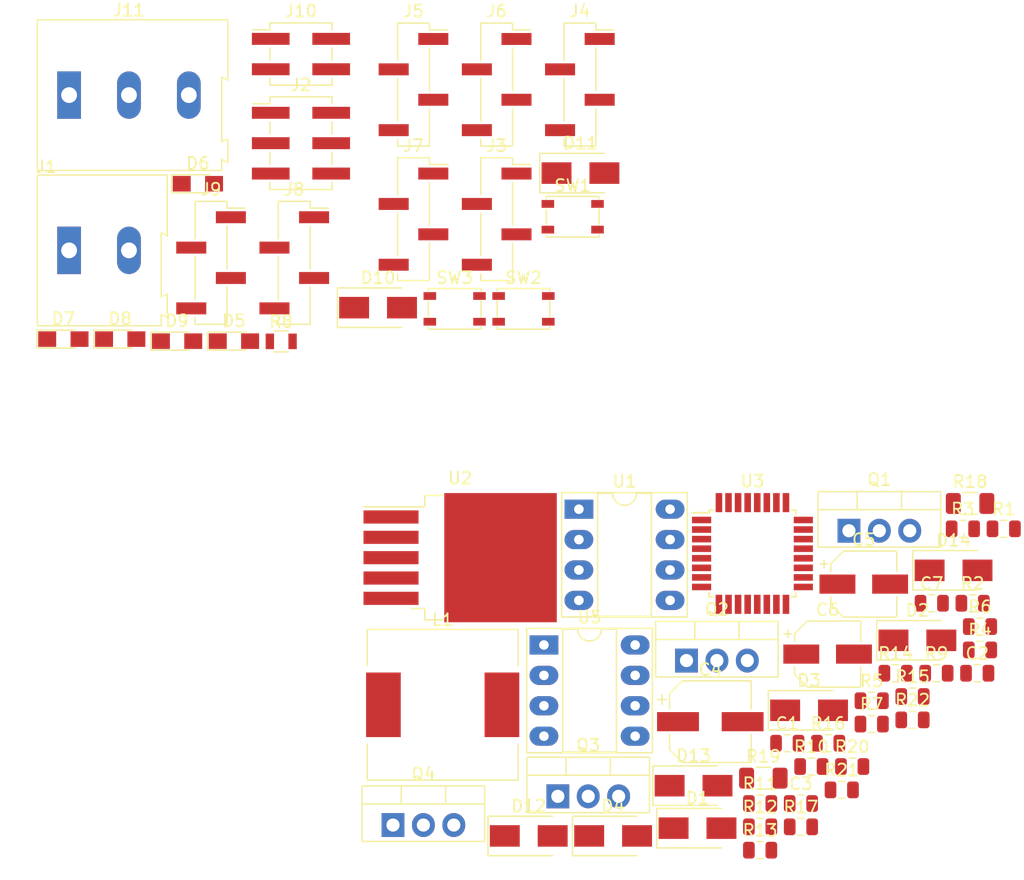
<source format=kicad_pcb>
(kicad_pcb (version 20171130) (host pcbnew "(5.0.1)-3")

  (general
    (thickness 1.6)
    (drawings 0)
    (tracks 0)
    (zones 0)
    (modules 66)
    (nets 56)
  )

  (page A4)
  (layers
    (0 F.Cu signal)
    (31 B.Cu signal)
    (32 B.Adhes user)
    (33 F.Adhes user)
    (34 B.Paste user)
    (35 F.Paste user)
    (36 B.SilkS user)
    (37 F.SilkS user)
    (38 B.Mask user)
    (39 F.Mask user)
    (40 Dwgs.User user)
    (41 Cmts.User user)
    (42 Eco1.User user)
    (43 Eco2.User user)
    (44 Edge.Cuts user)
    (45 Margin user)
    (46 B.CrtYd user)
    (47 F.CrtYd user)
    (48 B.Fab user)
    (49 F.Fab user)
  )

  (setup
    (last_trace_width 0.25)
    (trace_clearance 0.2)
    (zone_clearance 0.508)
    (zone_45_only no)
    (trace_min 0.2)
    (segment_width 0.2)
    (edge_width 0.15)
    (via_size 0.8)
    (via_drill 0.4)
    (via_min_size 0.4)
    (via_min_drill 0.3)
    (uvia_size 0.3)
    (uvia_drill 0.1)
    (uvias_allowed no)
    (uvia_min_size 0.2)
    (uvia_min_drill 0.1)
    (pcb_text_width 0.3)
    (pcb_text_size 1.5 1.5)
    (mod_edge_width 0.15)
    (mod_text_size 1 1)
    (mod_text_width 0.15)
    (pad_size 1.524 1.524)
    (pad_drill 0.762)
    (pad_to_mask_clearance 0.051)
    (solder_mask_min_width 0.25)
    (aux_axis_origin 0 0)
    (visible_elements 7FFFFFFF)
    (pcbplotparams
      (layerselection 0x010fc_ffffffff)
      (usegerberextensions false)
      (usegerberattributes false)
      (usegerberadvancedattributes false)
      (creategerberjobfile false)
      (excludeedgelayer true)
      (linewidth 0.100000)
      (plotframeref false)
      (viasonmask false)
      (mode 1)
      (useauxorigin false)
      (hpglpennumber 1)
      (hpglpenspeed 20)
      (hpglpendiameter 15.000000)
      (psnegative false)
      (psa4output false)
      (plotreference true)
      (plotvalue true)
      (plotinvisibletext false)
      (padsonsilk false)
      (subtractmaskfromsilk false)
      (outputformat 1)
      (mirror false)
      (drillshape 1)
      (scaleselection 1)
      (outputdirectory ""))
  )

  (net 0 "")
  (net 1 /MISO)
  (net 2 /SCK)
  (net 3 +5V)
  (net 4 GND)
  (net 5 /SGN1)
  (net 6 /SGN2)
  (net 7 /RST)
  (net 8 /SCL)
  (net 9 /SDA)
  (net 10 "Net-(R10-Pad1)")
  (net 11 "Net-(R16-Pad1)")
  (net 12 +15V)
  (net 13 "Net-(CB1-Pad1)")
  (net 14 "Net-(D2-Pad2)")
  (net 15 "Net-(D2-Pad1)")
  (net 16 "Net-(D3-Pad1)")
  (net 17 "Net-(D3-Pad2)")
  (net 18 "Net-(D4-Pad1)")
  (net 19 "Net-(D5-Pad2)")
  (net 20 "Net-(D5-Pad1)")
  (net 21 "Net-(D6-Pad1)")
  (net 22 "Net-(D6-Pad2)")
  (net 23 "Net-(D7-Pad1)")
  (net 24 "Net-(D8-Pad1)")
  (net 25 "Net-(D9-Pad1)")
  (net 26 "Net-(D12-Pad1)")
  (net 27 "Net-(D12-Pad2)")
  (net 28 "Net-(D13-Pad1)")
  (net 29 "Net-(D13-Pad2)")
  (net 30 "Net-(CB2-Pad1)")
  (net 31 VCC)
  (net 32 /MOSI)
  (net 33 /RX)
  (net 34 /TX)
  (net 35 /B)
  (net 36 /A)
  (net 37 /IN2)
  (net 38 /IN1)
  (net 39 /M2)
  (net 40 /M1)
  (net 41 /IS+)
  (net 42 "Net-(R3-Pad1)")
  (net 43 /~SD)
  (net 44 "Net-(CB1-Pad2)")
  (net 45 "Net-(U3-Pad7)")
  (net 46 "Net-(U3-Pad8)")
  (net 47 "Net-(U3-Pad12)")
  (net 48 "Net-(U3-Pad19)")
  (net 49 "Net-(U3-Pad20)")
  (net 50 "Net-(U3-Pad22)")
  (net 51 "Net-(U3-Pad23)")
  (net 52 "Net-(U3-Pad24)")
  (net 53 "Net-(U3-Pad25)")
  (net 54 "Net-(U3-Pad26)")
  (net 55 "Net-(CB2-Pad2)")

  (net_class Default "This is the default net class."
    (clearance 0.2)
    (trace_width 0.25)
    (via_dia 0.8)
    (via_drill 0.4)
    (uvia_dia 0.3)
    (uvia_drill 0.1)
    (add_net +15V)
    (add_net +5V)
    (add_net /A)
    (add_net /B)
    (add_net /IN1)
    (add_net /IN2)
    (add_net /IS+)
    (add_net /M1)
    (add_net /M2)
    (add_net /MISO)
    (add_net /MOSI)
    (add_net /RST)
    (add_net /RX)
    (add_net /SCK)
    (add_net /SCL)
    (add_net /SDA)
    (add_net /SGN1)
    (add_net /SGN2)
    (add_net /TX)
    (add_net /~SD)
    (add_net GND)
    (add_net "Net-(CB1-Pad1)")
    (add_net "Net-(CB1-Pad2)")
    (add_net "Net-(CB2-Pad1)")
    (add_net "Net-(CB2-Pad2)")
    (add_net "Net-(D12-Pad1)")
    (add_net "Net-(D12-Pad2)")
    (add_net "Net-(D13-Pad1)")
    (add_net "Net-(D13-Pad2)")
    (add_net "Net-(D2-Pad1)")
    (add_net "Net-(D2-Pad2)")
    (add_net "Net-(D3-Pad1)")
    (add_net "Net-(D3-Pad2)")
    (add_net "Net-(D4-Pad1)")
    (add_net "Net-(D5-Pad1)")
    (add_net "Net-(D5-Pad2)")
    (add_net "Net-(D6-Pad1)")
    (add_net "Net-(D6-Pad2)")
    (add_net "Net-(D7-Pad1)")
    (add_net "Net-(D8-Pad1)")
    (add_net "Net-(D9-Pad1)")
    (add_net "Net-(R10-Pad1)")
    (add_net "Net-(R16-Pad1)")
    (add_net "Net-(R3-Pad1)")
    (add_net "Net-(U3-Pad12)")
    (add_net "Net-(U3-Pad19)")
    (add_net "Net-(U3-Pad20)")
    (add_net "Net-(U3-Pad22)")
    (add_net "Net-(U3-Pad23)")
    (add_net "Net-(U3-Pad24)")
    (add_net "Net-(U3-Pad25)")
    (add_net "Net-(U3-Pad26)")
    (add_net "Net-(U3-Pad7)")
    (add_net "Net-(U3-Pad8)")
    (add_net VCC)
  )

  (module LEDs:LED_0805_HandSoldering (layer F.Cu) (tedit 595FCA25) (tstamp 5BCB8715)
    (at 115.177001 58.698001)
    (descr "Resistor SMD 0805, hand soldering")
    (tags "resistor 0805")
    (path /5C48FFEC)
    (attr smd)
    (fp_text reference D5 (at 0 -1.7) (layer F.SilkS)
      (effects (font (size 1 1) (thickness 0.15)))
    )
    (fp_text value LED (at 0 1.75) (layer F.Fab)
      (effects (font (size 1 1) (thickness 0.15)))
    )
    (fp_line (start -2.2 -0.75) (end -2.2 0.75) (layer F.SilkS) (width 0.12))
    (fp_line (start 2.35 0.9) (end -2.35 0.9) (layer F.CrtYd) (width 0.05))
    (fp_line (start 2.35 0.9) (end 2.35 -0.9) (layer F.CrtYd) (width 0.05))
    (fp_line (start -2.35 -0.9) (end -2.35 0.9) (layer F.CrtYd) (width 0.05))
    (fp_line (start -2.35 -0.9) (end 2.35 -0.9) (layer F.CrtYd) (width 0.05))
    (fp_line (start -2.2 -0.75) (end 1 -0.75) (layer F.SilkS) (width 0.12))
    (fp_line (start 1 0.75) (end -2.2 0.75) (layer F.SilkS) (width 0.12))
    (fp_line (start -1 -0.62) (end 1 -0.62) (layer F.Fab) (width 0.1))
    (fp_line (start 1 -0.62) (end 1 0.62) (layer F.Fab) (width 0.1))
    (fp_line (start 1 0.62) (end -1 0.62) (layer F.Fab) (width 0.1))
    (fp_line (start -1 0.62) (end -1 -0.62) (layer F.Fab) (width 0.1))
    (fp_line (start 0.2 -0.4) (end 0.2 0.4) (layer F.Fab) (width 0.1))
    (fp_line (start 0.2 0.4) (end -0.4 0) (layer F.Fab) (width 0.1))
    (fp_line (start -0.4 0) (end 0.2 -0.4) (layer F.Fab) (width 0.1))
    (fp_line (start -0.4 -0.4) (end -0.4 0.4) (layer F.Fab) (width 0.1))
    (pad 2 smd rect (at 1.35 0) (size 1.5 1.3) (layers F.Cu F.Paste F.Mask)
      (net 19 "Net-(D5-Pad2)"))
    (pad 1 smd rect (at -1.35 0) (size 1.5 1.3) (layers F.Cu F.Paste F.Mask)
      (net 20 "Net-(D5-Pad1)"))
    (model ${KISYS3DMOD}/LEDs.3dshapes/LED_0805.wrl
      (at (xyz 0 0 0))
      (scale (xyz 1 1 1))
      (rotate (xyz 0 0 0))
    )
  )

  (module LEDs:LED_0805_HandSoldering (layer F.Cu) (tedit 595FCA25) (tstamp 5BCB872A)
    (at 112.167001 45.538001)
    (descr "Resistor SMD 0805, hand soldering")
    (tags "resistor 0805")
    (path /5C48FFD8)
    (attr smd)
    (fp_text reference D6 (at 0 -1.7) (layer F.SilkS)
      (effects (font (size 1 1) (thickness 0.15)))
    )
    (fp_text value LED (at 0 1.75) (layer F.Fab)
      (effects (font (size 1 1) (thickness 0.15)))
    )
    (fp_line (start -0.4 -0.4) (end -0.4 0.4) (layer F.Fab) (width 0.1))
    (fp_line (start -0.4 0) (end 0.2 -0.4) (layer F.Fab) (width 0.1))
    (fp_line (start 0.2 0.4) (end -0.4 0) (layer F.Fab) (width 0.1))
    (fp_line (start 0.2 -0.4) (end 0.2 0.4) (layer F.Fab) (width 0.1))
    (fp_line (start -1 0.62) (end -1 -0.62) (layer F.Fab) (width 0.1))
    (fp_line (start 1 0.62) (end -1 0.62) (layer F.Fab) (width 0.1))
    (fp_line (start 1 -0.62) (end 1 0.62) (layer F.Fab) (width 0.1))
    (fp_line (start -1 -0.62) (end 1 -0.62) (layer F.Fab) (width 0.1))
    (fp_line (start 1 0.75) (end -2.2 0.75) (layer F.SilkS) (width 0.12))
    (fp_line (start -2.2 -0.75) (end 1 -0.75) (layer F.SilkS) (width 0.12))
    (fp_line (start -2.35 -0.9) (end 2.35 -0.9) (layer F.CrtYd) (width 0.05))
    (fp_line (start -2.35 -0.9) (end -2.35 0.9) (layer F.CrtYd) (width 0.05))
    (fp_line (start 2.35 0.9) (end 2.35 -0.9) (layer F.CrtYd) (width 0.05))
    (fp_line (start 2.35 0.9) (end -2.35 0.9) (layer F.CrtYd) (width 0.05))
    (fp_line (start -2.2 -0.75) (end -2.2 0.75) (layer F.SilkS) (width 0.12))
    (pad 1 smd rect (at -1.35 0) (size 1.5 1.3) (layers F.Cu F.Paste F.Mask)
      (net 21 "Net-(D6-Pad1)"))
    (pad 2 smd rect (at 1.35 0) (size 1.5 1.3) (layers F.Cu F.Paste F.Mask)
      (net 22 "Net-(D6-Pad2)"))
    (model ${KISYS3DMOD}/LEDs.3dshapes/LED_0805.wrl
      (at (xyz 0 0 0))
      (scale (xyz 1 1 1))
      (rotate (xyz 0 0 0))
    )
  )

  (module LEDs:LED_0805_HandSoldering (layer F.Cu) (tedit 595FCA25) (tstamp 5BCB873F)
    (at 100.927001 58.528001)
    (descr "Resistor SMD 0805, hand soldering")
    (tags "resistor 0805")
    (path /5BFDDC5D)
    (attr smd)
    (fp_text reference D7 (at 0 -1.7) (layer F.SilkS)
      (effects (font (size 1 1) (thickness 0.15)))
    )
    (fp_text value LED (at 0 1.75) (layer F.Fab)
      (effects (font (size 1 1) (thickness 0.15)))
    )
    (fp_line (start -2.2 -0.75) (end -2.2 0.75) (layer F.SilkS) (width 0.12))
    (fp_line (start 2.35 0.9) (end -2.35 0.9) (layer F.CrtYd) (width 0.05))
    (fp_line (start 2.35 0.9) (end 2.35 -0.9) (layer F.CrtYd) (width 0.05))
    (fp_line (start -2.35 -0.9) (end -2.35 0.9) (layer F.CrtYd) (width 0.05))
    (fp_line (start -2.35 -0.9) (end 2.35 -0.9) (layer F.CrtYd) (width 0.05))
    (fp_line (start -2.2 -0.75) (end 1 -0.75) (layer F.SilkS) (width 0.12))
    (fp_line (start 1 0.75) (end -2.2 0.75) (layer F.SilkS) (width 0.12))
    (fp_line (start -1 -0.62) (end 1 -0.62) (layer F.Fab) (width 0.1))
    (fp_line (start 1 -0.62) (end 1 0.62) (layer F.Fab) (width 0.1))
    (fp_line (start 1 0.62) (end -1 0.62) (layer F.Fab) (width 0.1))
    (fp_line (start -1 0.62) (end -1 -0.62) (layer F.Fab) (width 0.1))
    (fp_line (start 0.2 -0.4) (end 0.2 0.4) (layer F.Fab) (width 0.1))
    (fp_line (start 0.2 0.4) (end -0.4 0) (layer F.Fab) (width 0.1))
    (fp_line (start -0.4 0) (end 0.2 -0.4) (layer F.Fab) (width 0.1))
    (fp_line (start -0.4 -0.4) (end -0.4 0.4) (layer F.Fab) (width 0.1))
    (pad 2 smd rect (at 1.35 0) (size 1.5 1.3) (layers F.Cu F.Paste F.Mask)
      (net 1 /MISO))
    (pad 1 smd rect (at -1.35 0) (size 1.5 1.3) (layers F.Cu F.Paste F.Mask)
      (net 23 "Net-(D7-Pad1)"))
    (model ${KISYS3DMOD}/LEDs.3dshapes/LED_0805.wrl
      (at (xyz 0 0 0))
      (scale (xyz 1 1 1))
      (rotate (xyz 0 0 0))
    )
  )

  (module LEDs:LED_0805_HandSoldering (layer F.Cu) (tedit 595FCA25) (tstamp 5BCB8754)
    (at 105.677001 58.528001)
    (descr "Resistor SMD 0805, hand soldering")
    (tags "resistor 0805")
    (path /5BFD4DA0)
    (attr smd)
    (fp_text reference D8 (at 0 -1.7) (layer F.SilkS)
      (effects (font (size 1 1) (thickness 0.15)))
    )
    (fp_text value LED (at 0 1.75) (layer F.Fab)
      (effects (font (size 1 1) (thickness 0.15)))
    )
    (fp_line (start -2.2 -0.75) (end -2.2 0.75) (layer F.SilkS) (width 0.12))
    (fp_line (start 2.35 0.9) (end -2.35 0.9) (layer F.CrtYd) (width 0.05))
    (fp_line (start 2.35 0.9) (end 2.35 -0.9) (layer F.CrtYd) (width 0.05))
    (fp_line (start -2.35 -0.9) (end -2.35 0.9) (layer F.CrtYd) (width 0.05))
    (fp_line (start -2.35 -0.9) (end 2.35 -0.9) (layer F.CrtYd) (width 0.05))
    (fp_line (start -2.2 -0.75) (end 1 -0.75) (layer F.SilkS) (width 0.12))
    (fp_line (start 1 0.75) (end -2.2 0.75) (layer F.SilkS) (width 0.12))
    (fp_line (start -1 -0.62) (end 1 -0.62) (layer F.Fab) (width 0.1))
    (fp_line (start 1 -0.62) (end 1 0.62) (layer F.Fab) (width 0.1))
    (fp_line (start 1 0.62) (end -1 0.62) (layer F.Fab) (width 0.1))
    (fp_line (start -1 0.62) (end -1 -0.62) (layer F.Fab) (width 0.1))
    (fp_line (start 0.2 -0.4) (end 0.2 0.4) (layer F.Fab) (width 0.1))
    (fp_line (start 0.2 0.4) (end -0.4 0) (layer F.Fab) (width 0.1))
    (fp_line (start -0.4 0) (end 0.2 -0.4) (layer F.Fab) (width 0.1))
    (fp_line (start -0.4 -0.4) (end -0.4 0.4) (layer F.Fab) (width 0.1))
    (pad 2 smd rect (at 1.35 0) (size 1.5 1.3) (layers F.Cu F.Paste F.Mask)
      (net 2 /SCK))
    (pad 1 smd rect (at -1.35 0) (size 1.5 1.3) (layers F.Cu F.Paste F.Mask)
      (net 24 "Net-(D8-Pad1)"))
    (model ${KISYS3DMOD}/LEDs.3dshapes/LED_0805.wrl
      (at (xyz 0 0 0))
      (scale (xyz 1 1 1))
      (rotate (xyz 0 0 0))
    )
  )

  (module LEDs:LED_0805_HandSoldering (layer F.Cu) (tedit 595FCA25) (tstamp 5BCB8769)
    (at 110.427001 58.698001)
    (descr "Resistor SMD 0805, hand soldering")
    (tags "resistor 0805")
    (path /5BFC98EB)
    (attr smd)
    (fp_text reference D9 (at 0 -1.7) (layer F.SilkS)
      (effects (font (size 1 1) (thickness 0.15)))
    )
    (fp_text value POWER_LED (at 0 1.75) (layer F.Fab)
      (effects (font (size 1 1) (thickness 0.15)))
    )
    (fp_line (start -0.4 -0.4) (end -0.4 0.4) (layer F.Fab) (width 0.1))
    (fp_line (start -0.4 0) (end 0.2 -0.4) (layer F.Fab) (width 0.1))
    (fp_line (start 0.2 0.4) (end -0.4 0) (layer F.Fab) (width 0.1))
    (fp_line (start 0.2 -0.4) (end 0.2 0.4) (layer F.Fab) (width 0.1))
    (fp_line (start -1 0.62) (end -1 -0.62) (layer F.Fab) (width 0.1))
    (fp_line (start 1 0.62) (end -1 0.62) (layer F.Fab) (width 0.1))
    (fp_line (start 1 -0.62) (end 1 0.62) (layer F.Fab) (width 0.1))
    (fp_line (start -1 -0.62) (end 1 -0.62) (layer F.Fab) (width 0.1))
    (fp_line (start 1 0.75) (end -2.2 0.75) (layer F.SilkS) (width 0.12))
    (fp_line (start -2.2 -0.75) (end 1 -0.75) (layer F.SilkS) (width 0.12))
    (fp_line (start -2.35 -0.9) (end 2.35 -0.9) (layer F.CrtYd) (width 0.05))
    (fp_line (start -2.35 -0.9) (end -2.35 0.9) (layer F.CrtYd) (width 0.05))
    (fp_line (start 2.35 0.9) (end 2.35 -0.9) (layer F.CrtYd) (width 0.05))
    (fp_line (start 2.35 0.9) (end -2.35 0.9) (layer F.CrtYd) (width 0.05))
    (fp_line (start -2.2 -0.75) (end -2.2 0.75) (layer F.SilkS) (width 0.12))
    (pad 1 smd rect (at -1.35 0) (size 1.5 1.3) (layers F.Cu F.Paste F.Mask)
      (net 25 "Net-(D9-Pad1)"))
    (pad 2 smd rect (at 1.35 0) (size 1.5 1.3) (layers F.Cu F.Paste F.Mask)
      (net 3 +5V))
    (model ${KISYS3DMOD}/LEDs.3dshapes/LED_0805.wrl
      (at (xyz 0 0 0))
      (scale (xyz 1 1 1))
      (rotate (xyz 0 0 0))
    )
  )

  (module Diodes_SMD:D_SMA (layer F.Cu) (tedit 586432E5) (tstamp 5BCB8781)
    (at 127.217001 55.898001)
    (descr "Diode SMA (DO-214AC)")
    (tags "Diode SMA (DO-214AC)")
    (path /5C08062B)
    (attr smd)
    (fp_text reference D10 (at 0 -2.5) (layer F.SilkS)
      (effects (font (size 1 1) (thickness 0.15)))
    )
    (fp_text value 5.1V (at 0 2.6) (layer F.Fab)
      (effects (font (size 1 1) (thickness 0.15)))
    )
    (fp_line (start -3.4 -1.65) (end 2 -1.65) (layer F.SilkS) (width 0.12))
    (fp_line (start -3.4 1.65) (end 2 1.65) (layer F.SilkS) (width 0.12))
    (fp_line (start -0.64944 0.00102) (end 0.50118 -0.79908) (layer F.Fab) (width 0.1))
    (fp_line (start -0.64944 0.00102) (end 0.50118 0.75032) (layer F.Fab) (width 0.1))
    (fp_line (start 0.50118 0.75032) (end 0.50118 -0.79908) (layer F.Fab) (width 0.1))
    (fp_line (start -0.64944 -0.79908) (end -0.64944 0.80112) (layer F.Fab) (width 0.1))
    (fp_line (start 0.50118 0.00102) (end 1.4994 0.00102) (layer F.Fab) (width 0.1))
    (fp_line (start -0.64944 0.00102) (end -1.55114 0.00102) (layer F.Fab) (width 0.1))
    (fp_line (start -3.5 1.75) (end -3.5 -1.75) (layer F.CrtYd) (width 0.05))
    (fp_line (start 3.5 1.75) (end -3.5 1.75) (layer F.CrtYd) (width 0.05))
    (fp_line (start 3.5 -1.75) (end 3.5 1.75) (layer F.CrtYd) (width 0.05))
    (fp_line (start -3.5 -1.75) (end 3.5 -1.75) (layer F.CrtYd) (width 0.05))
    (fp_line (start 2.3 -1.5) (end -2.3 -1.5) (layer F.Fab) (width 0.1))
    (fp_line (start 2.3 -1.5) (end 2.3 1.5) (layer F.Fab) (width 0.1))
    (fp_line (start -2.3 1.5) (end -2.3 -1.5) (layer F.Fab) (width 0.1))
    (fp_line (start 2.3 1.5) (end -2.3 1.5) (layer F.Fab) (width 0.1))
    (fp_line (start -3.4 -1.65) (end -3.4 1.65) (layer F.SilkS) (width 0.12))
    (fp_text user %R (at 0 -2.5) (layer F.Fab)
      (effects (font (size 1 1) (thickness 0.15)))
    )
    (pad 2 smd rect (at 2 0) (size 2.5 1.8) (layers F.Cu F.Paste F.Mask)
      (net 4 GND))
    (pad 1 smd rect (at -2 0) (size 2.5 1.8) (layers F.Cu F.Paste F.Mask)
      (net 5 /SGN1))
    (model ${KISYS3DMOD}/Diodes_SMD.3dshapes/D_SMA.wrl
      (at (xyz 0 0 0))
      (scale (xyz 1 1 1))
      (rotate (xyz 0 0 0))
    )
  )

  (module Diodes_SMD:D_SMA (layer F.Cu) (tedit 586432E5) (tstamp 5BCB8799)
    (at 144.127001 44.648001)
    (descr "Diode SMA (DO-214AC)")
    (tags "Diode SMA (DO-214AC)")
    (path /5C1E5547)
    (attr smd)
    (fp_text reference D11 (at 0 -2.5) (layer F.SilkS)
      (effects (font (size 1 1) (thickness 0.15)))
    )
    (fp_text value 5.1V (at 0 2.6) (layer F.Fab)
      (effects (font (size 1 1) (thickness 0.15)))
    )
    (fp_text user %R (at 0 -2.5) (layer F.Fab)
      (effects (font (size 1 1) (thickness 0.15)))
    )
    (fp_line (start -3.4 -1.65) (end -3.4 1.65) (layer F.SilkS) (width 0.12))
    (fp_line (start 2.3 1.5) (end -2.3 1.5) (layer F.Fab) (width 0.1))
    (fp_line (start -2.3 1.5) (end -2.3 -1.5) (layer F.Fab) (width 0.1))
    (fp_line (start 2.3 -1.5) (end 2.3 1.5) (layer F.Fab) (width 0.1))
    (fp_line (start 2.3 -1.5) (end -2.3 -1.5) (layer F.Fab) (width 0.1))
    (fp_line (start -3.5 -1.75) (end 3.5 -1.75) (layer F.CrtYd) (width 0.05))
    (fp_line (start 3.5 -1.75) (end 3.5 1.75) (layer F.CrtYd) (width 0.05))
    (fp_line (start 3.5 1.75) (end -3.5 1.75) (layer F.CrtYd) (width 0.05))
    (fp_line (start -3.5 1.75) (end -3.5 -1.75) (layer F.CrtYd) (width 0.05))
    (fp_line (start -0.64944 0.00102) (end -1.55114 0.00102) (layer F.Fab) (width 0.1))
    (fp_line (start 0.50118 0.00102) (end 1.4994 0.00102) (layer F.Fab) (width 0.1))
    (fp_line (start -0.64944 -0.79908) (end -0.64944 0.80112) (layer F.Fab) (width 0.1))
    (fp_line (start 0.50118 0.75032) (end 0.50118 -0.79908) (layer F.Fab) (width 0.1))
    (fp_line (start -0.64944 0.00102) (end 0.50118 0.75032) (layer F.Fab) (width 0.1))
    (fp_line (start -0.64944 0.00102) (end 0.50118 -0.79908) (layer F.Fab) (width 0.1))
    (fp_line (start -3.4 1.65) (end 2 1.65) (layer F.SilkS) (width 0.12))
    (fp_line (start -3.4 -1.65) (end 2 -1.65) (layer F.SilkS) (width 0.12))
    (pad 1 smd rect (at -2 0) (size 2.5 1.8) (layers F.Cu F.Paste F.Mask)
      (net 6 /SGN2))
    (pad 2 smd rect (at 2 0) (size 2.5 1.8) (layers F.Cu F.Paste F.Mask)
      (net 4 GND))
    (model ${KISYS3DMOD}/Diodes_SMD.3dshapes/D_SMA.wrl
      (at (xyz 0 0 0))
      (scale (xyz 1 1 1))
      (rotate (xyz 0 0 0))
    )
  )

  (module TerminalBlock:TerminalBlock_Altech_AK300-2_P5.00mm (layer F.Cu) (tedit 59FF0306) (tstamp 5BCB8800)
    (at 101.407001 51.108001)
    (descr "Altech AK300 terminal block, pitch 5.0mm, 45 degree angled, see http://www.mouser.com/ds/2/16/PCBMETRC-24178.pdf")
    (tags "Altech AK300 terminal block pitch 5.0mm")
    (path /5BBE3683)
    (fp_text reference J1 (at -1.92 -6.99) (layer F.SilkS)
      (effects (font (size 1 1) (thickness 0.15)))
    )
    (fp_text value Screw_Terminal_01x02 (at 2.78 7.75) (layer F.Fab)
      (effects (font (size 1 1) (thickness 0.15)))
    )
    (fp_text user %R (at 2.5 -2) (layer F.Fab)
      (effects (font (size 1 1) (thickness 0.15)))
    )
    (fp_line (start -2.65 -6.3) (end -2.65 6.3) (layer F.SilkS) (width 0.12))
    (fp_line (start -2.65 6.3) (end 7.7 6.3) (layer F.SilkS) (width 0.12))
    (fp_line (start 7.7 6.3) (end 7.7 5.35) (layer F.SilkS) (width 0.12))
    (fp_line (start 7.7 5.35) (end 8.2 5.6) (layer F.SilkS) (width 0.12))
    (fp_line (start 8.2 5.6) (end 8.2 3.7) (layer F.SilkS) (width 0.12))
    (fp_line (start 8.2 3.7) (end 8.2 3.65) (layer F.SilkS) (width 0.12))
    (fp_line (start 8.2 3.65) (end 7.7 3.9) (layer F.SilkS) (width 0.12))
    (fp_line (start 7.7 3.9) (end 7.7 -1.5) (layer F.SilkS) (width 0.12))
    (fp_line (start 7.7 -1.5) (end 8.2 -1.2) (layer F.SilkS) (width 0.12))
    (fp_line (start 8.2 -1.2) (end 8.2 -6.3) (layer F.SilkS) (width 0.12))
    (fp_line (start 8.2 -6.3) (end -2.65 -6.3) (layer F.SilkS) (width 0.12))
    (fp_line (start -1.26 2.54) (end 1.28 2.54) (layer F.Fab) (width 0.1))
    (fp_line (start 1.28 2.54) (end 1.28 -0.25) (layer F.Fab) (width 0.1))
    (fp_line (start -1.26 -0.25) (end 1.28 -0.25) (layer F.Fab) (width 0.1))
    (fp_line (start -1.26 2.54) (end -1.26 -0.25) (layer F.Fab) (width 0.1))
    (fp_line (start 3.74 2.54) (end 6.28 2.54) (layer F.Fab) (width 0.1))
    (fp_line (start 6.28 2.54) (end 6.28 -0.25) (layer F.Fab) (width 0.1))
    (fp_line (start 3.74 -0.25) (end 6.28 -0.25) (layer F.Fab) (width 0.1))
    (fp_line (start 3.74 2.54) (end 3.74 -0.25) (layer F.Fab) (width 0.1))
    (fp_line (start 7.61 -6.22) (end 7.61 -3.17) (layer F.Fab) (width 0.1))
    (fp_line (start 7.61 -6.22) (end -2.58 -6.22) (layer F.Fab) (width 0.1))
    (fp_line (start 7.61 -6.22) (end 8.11 -6.22) (layer F.Fab) (width 0.1))
    (fp_line (start 8.11 -6.22) (end 8.11 -1.4) (layer F.Fab) (width 0.1))
    (fp_line (start 8.11 -1.4) (end 7.61 -1.65) (layer F.Fab) (width 0.1))
    (fp_line (start 8.11 5.46) (end 7.61 5.21) (layer F.Fab) (width 0.1))
    (fp_line (start 7.61 5.21) (end 7.61 6.22) (layer F.Fab) (width 0.1))
    (fp_line (start 8.11 3.81) (end 7.61 4.06) (layer F.Fab) (width 0.1))
    (fp_line (start 7.61 4.06) (end 7.61 5.21) (layer F.Fab) (width 0.1))
    (fp_line (start 8.11 3.81) (end 8.11 5.46) (layer F.Fab) (width 0.1))
    (fp_line (start 2.98 6.22) (end 2.98 4.32) (layer F.Fab) (width 0.1))
    (fp_line (start 7.05 -0.25) (end 7.05 4.32) (layer F.Fab) (width 0.1))
    (fp_line (start 2.98 6.22) (end 7.05 6.22) (layer F.Fab) (width 0.1))
    (fp_line (start 7.05 6.22) (end 7.61 6.22) (layer F.Fab) (width 0.1))
    (fp_line (start 2.04 6.22) (end 2.04 4.32) (layer F.Fab) (width 0.1))
    (fp_line (start 2.04 6.22) (end 2.98 6.22) (layer F.Fab) (width 0.1))
    (fp_line (start -2.02 -0.25) (end -2.02 4.32) (layer F.Fab) (width 0.1))
    (fp_line (start -2.58 6.22) (end -2.02 6.22) (layer F.Fab) (width 0.1))
    (fp_line (start -2.02 6.22) (end 2.04 6.22) (layer F.Fab) (width 0.1))
    (fp_line (start 2.98 4.32) (end 7.05 4.32) (layer F.Fab) (width 0.1))
    (fp_line (start 2.98 4.32) (end 2.98 -0.25) (layer F.Fab) (width 0.1))
    (fp_line (start 7.05 4.32) (end 7.05 6.22) (layer F.Fab) (width 0.1))
    (fp_line (start 2.04 4.32) (end -2.02 4.32) (layer F.Fab) (width 0.1))
    (fp_line (start 2.04 4.32) (end 2.04 -0.25) (layer F.Fab) (width 0.1))
    (fp_line (start -2.02 4.32) (end -2.02 6.22) (layer F.Fab) (width 0.1))
    (fp_line (start 6.67 3.68) (end 6.67 0.51) (layer F.Fab) (width 0.1))
    (fp_line (start 6.67 3.68) (end 3.36 3.68) (layer F.Fab) (width 0.1))
    (fp_line (start 3.36 3.68) (end 3.36 0.51) (layer F.Fab) (width 0.1))
    (fp_line (start 1.66 3.68) (end 1.66 0.51) (layer F.Fab) (width 0.1))
    (fp_line (start 1.66 3.68) (end -1.64 3.68) (layer F.Fab) (width 0.1))
    (fp_line (start -1.64 3.68) (end -1.64 0.51) (layer F.Fab) (width 0.1))
    (fp_line (start -1.64 0.51) (end -1.26 0.51) (layer F.Fab) (width 0.1))
    (fp_line (start 1.66 0.51) (end 1.28 0.51) (layer F.Fab) (width 0.1))
    (fp_line (start 3.36 0.51) (end 3.74 0.51) (layer F.Fab) (width 0.1))
    (fp_line (start 6.67 0.51) (end 6.28 0.51) (layer F.Fab) (width 0.1))
    (fp_line (start -2.58 6.22) (end -2.58 -0.64) (layer F.Fab) (width 0.1))
    (fp_line (start -2.58 -0.64) (end -2.58 -3.17) (layer F.Fab) (width 0.1))
    (fp_line (start 7.61 -1.65) (end 7.61 -0.64) (layer F.Fab) (width 0.1))
    (fp_line (start 7.61 -0.64) (end 7.61 4.06) (layer F.Fab) (width 0.1))
    (fp_line (start -2.58 -3.17) (end 7.61 -3.17) (layer F.Fab) (width 0.1))
    (fp_line (start -2.58 -3.17) (end -2.58 -6.22) (layer F.Fab) (width 0.1))
    (fp_line (start 7.61 -3.17) (end 7.61 -1.65) (layer F.Fab) (width 0.1))
    (fp_line (start 2.98 -3.43) (end 2.98 -5.97) (layer F.Fab) (width 0.1))
    (fp_line (start 2.98 -5.97) (end 7.05 -5.97) (layer F.Fab) (width 0.1))
    (fp_line (start 7.05 -5.97) (end 7.05 -3.43) (layer F.Fab) (width 0.1))
    (fp_line (start 7.05 -3.43) (end 2.98 -3.43) (layer F.Fab) (width 0.1))
    (fp_line (start 2.04 -3.43) (end 2.04 -5.97) (layer F.Fab) (width 0.1))
    (fp_line (start 2.04 -3.43) (end -2.02 -3.43) (layer F.Fab) (width 0.1))
    (fp_line (start -2.02 -3.43) (end -2.02 -5.97) (layer F.Fab) (width 0.1))
    (fp_line (start 2.04 -5.97) (end -2.02 -5.97) (layer F.Fab) (width 0.1))
    (fp_line (start 3.39 -4.45) (end 6.44 -5.08) (layer F.Fab) (width 0.1))
    (fp_line (start 3.52 -4.32) (end 6.56 -4.95) (layer F.Fab) (width 0.1))
    (fp_line (start -1.62 -4.45) (end 1.44 -5.08) (layer F.Fab) (width 0.1))
    (fp_line (start -1.49 -4.32) (end 1.56 -4.95) (layer F.Fab) (width 0.1))
    (fp_line (start -2.02 -0.25) (end -1.64 -0.25) (layer F.Fab) (width 0.1))
    (fp_line (start 2.04 -0.25) (end 1.66 -0.25) (layer F.Fab) (width 0.1))
    (fp_line (start 1.66 -0.25) (end -1.64 -0.25) (layer F.Fab) (width 0.1))
    (fp_line (start -2.58 -0.64) (end -1.64 -0.64) (layer F.Fab) (width 0.1))
    (fp_line (start -1.64 -0.64) (end 1.66 -0.64) (layer F.Fab) (width 0.1))
    (fp_line (start 1.66 -0.64) (end 3.36 -0.64) (layer F.Fab) (width 0.1))
    (fp_line (start 7.61 -0.64) (end 6.67 -0.64) (layer F.Fab) (width 0.1))
    (fp_line (start 6.67 -0.64) (end 3.36 -0.64) (layer F.Fab) (width 0.1))
    (fp_line (start 7.05 -0.25) (end 6.67 -0.25) (layer F.Fab) (width 0.1))
    (fp_line (start 2.98 -0.25) (end 3.36 -0.25) (layer F.Fab) (width 0.1))
    (fp_line (start 3.36 -0.25) (end 6.67 -0.25) (layer F.Fab) (width 0.1))
    (fp_line (start -2.83 -6.47) (end 8.36 -6.47) (layer F.CrtYd) (width 0.05))
    (fp_line (start -2.83 -6.47) (end -2.83 6.47) (layer F.CrtYd) (width 0.05))
    (fp_line (start 8.36 6.47) (end 8.36 -6.47) (layer F.CrtYd) (width 0.05))
    (fp_line (start 8.36 6.47) (end -2.83 6.47) (layer F.CrtYd) (width 0.05))
    (fp_arc (start 6.03 -4.59) (end 6.54 -5.05) (angle 90.5) (layer F.Fab) (width 0.1))
    (fp_arc (start 5.07 -6.07) (end 6.53 -4.12) (angle 75.5) (layer F.Fab) (width 0.1))
    (fp_arc (start 4.99 -3.71) (end 3.39 -5) (angle 100) (layer F.Fab) (width 0.1))
    (fp_arc (start 3.87 -4.65) (end 3.58 -4.13) (angle 104.2) (layer F.Fab) (width 0.1))
    (fp_arc (start 1.03 -4.59) (end 1.53 -5.05) (angle 90.5) (layer F.Fab) (width 0.1))
    (fp_arc (start 0.06 -6.07) (end 1.53 -4.12) (angle 75.5) (layer F.Fab) (width 0.1))
    (fp_arc (start -0.01 -3.71) (end -1.62 -5) (angle 100) (layer F.Fab) (width 0.1))
    (fp_arc (start -1.13 -4.65) (end -1.42 -4.13) (angle 104.2) (layer F.Fab) (width 0.1))
    (pad 1 thru_hole rect (at 0 0) (size 1.98 3.96) (drill 1.32) (layers *.Cu *.Mask)
      (net 4 GND))
    (pad 2 thru_hole oval (at 5 0) (size 1.98 3.96) (drill 1.32) (layers *.Cu *.Mask)
      (net 31 VCC))
    (model ${KISYS3DMOD}/Terminal_Blocks.3dshapes/TerminalBlock_Altech_AK300-2_P5.00mm.wrl
      (at (xyz 0 0 0))
      (scale (xyz 1 1 1))
      (rotate (xyz 0 0 0))
    )
  )

  (module Pin_Headers:Pin_Header_Straight_2x03_Pitch2.54mm_SMD (layer F.Cu) (tedit 59650532) (tstamp 5BCB8831)
    (at 120.777001 42.148001)
    (descr "surface-mounted straight pin header, 2x03, 2.54mm pitch, double rows")
    (tags "Surface mounted pin header SMD 2x03 2.54mm double row")
    (path /5BD576D3)
    (attr smd)
    (fp_text reference J2 (at 0 -4.87) (layer F.SilkS)
      (effects (font (size 1 1) (thickness 0.15)))
    )
    (fp_text value AVR-ISP-6 (at 0 4.87) (layer F.Fab)
      (effects (font (size 1 1) (thickness 0.15)))
    )
    (fp_text user %R (at 0 0 90) (layer F.Fab)
      (effects (font (size 1 1) (thickness 0.15)))
    )
    (fp_line (start 5.9 -4.35) (end -5.9 -4.35) (layer F.CrtYd) (width 0.05))
    (fp_line (start 5.9 4.35) (end 5.9 -4.35) (layer F.CrtYd) (width 0.05))
    (fp_line (start -5.9 4.35) (end 5.9 4.35) (layer F.CrtYd) (width 0.05))
    (fp_line (start -5.9 -4.35) (end -5.9 4.35) (layer F.CrtYd) (width 0.05))
    (fp_line (start 2.6 0.76) (end 2.6 1.78) (layer F.SilkS) (width 0.12))
    (fp_line (start -2.6 0.76) (end -2.6 1.78) (layer F.SilkS) (width 0.12))
    (fp_line (start 2.6 -1.78) (end 2.6 -0.76) (layer F.SilkS) (width 0.12))
    (fp_line (start -2.6 -1.78) (end -2.6 -0.76) (layer F.SilkS) (width 0.12))
    (fp_line (start 2.6 3.3) (end 2.6 3.87) (layer F.SilkS) (width 0.12))
    (fp_line (start -2.6 3.3) (end -2.6 3.87) (layer F.SilkS) (width 0.12))
    (fp_line (start 2.6 -3.87) (end 2.6 -3.3) (layer F.SilkS) (width 0.12))
    (fp_line (start -2.6 -3.87) (end -2.6 -3.3) (layer F.SilkS) (width 0.12))
    (fp_line (start -4.04 -3.3) (end -2.6 -3.3) (layer F.SilkS) (width 0.12))
    (fp_line (start -2.6 3.87) (end 2.6 3.87) (layer F.SilkS) (width 0.12))
    (fp_line (start -2.6 -3.87) (end 2.6 -3.87) (layer F.SilkS) (width 0.12))
    (fp_line (start 3.6 2.86) (end 2.54 2.86) (layer F.Fab) (width 0.1))
    (fp_line (start 3.6 2.22) (end 3.6 2.86) (layer F.Fab) (width 0.1))
    (fp_line (start 2.54 2.22) (end 3.6 2.22) (layer F.Fab) (width 0.1))
    (fp_line (start -3.6 2.86) (end -2.54 2.86) (layer F.Fab) (width 0.1))
    (fp_line (start -3.6 2.22) (end -3.6 2.86) (layer F.Fab) (width 0.1))
    (fp_line (start -2.54 2.22) (end -3.6 2.22) (layer F.Fab) (width 0.1))
    (fp_line (start 3.6 0.32) (end 2.54 0.32) (layer F.Fab) (width 0.1))
    (fp_line (start 3.6 -0.32) (end 3.6 0.32) (layer F.Fab) (width 0.1))
    (fp_line (start 2.54 -0.32) (end 3.6 -0.32) (layer F.Fab) (width 0.1))
    (fp_line (start -3.6 0.32) (end -2.54 0.32) (layer F.Fab) (width 0.1))
    (fp_line (start -3.6 -0.32) (end -3.6 0.32) (layer F.Fab) (width 0.1))
    (fp_line (start -2.54 -0.32) (end -3.6 -0.32) (layer F.Fab) (width 0.1))
    (fp_line (start 3.6 -2.22) (end 2.54 -2.22) (layer F.Fab) (width 0.1))
    (fp_line (start 3.6 -2.86) (end 3.6 -2.22) (layer F.Fab) (width 0.1))
    (fp_line (start 2.54 -2.86) (end 3.6 -2.86) (layer F.Fab) (width 0.1))
    (fp_line (start -3.6 -2.22) (end -2.54 -2.22) (layer F.Fab) (width 0.1))
    (fp_line (start -3.6 -2.86) (end -3.6 -2.22) (layer F.Fab) (width 0.1))
    (fp_line (start -2.54 -2.86) (end -3.6 -2.86) (layer F.Fab) (width 0.1))
    (fp_line (start 2.54 -3.81) (end 2.54 3.81) (layer F.Fab) (width 0.1))
    (fp_line (start -2.54 -2.86) (end -1.59 -3.81) (layer F.Fab) (width 0.1))
    (fp_line (start -2.54 3.81) (end -2.54 -2.86) (layer F.Fab) (width 0.1))
    (fp_line (start -1.59 -3.81) (end 2.54 -3.81) (layer F.Fab) (width 0.1))
    (fp_line (start 2.54 3.81) (end -2.54 3.81) (layer F.Fab) (width 0.1))
    (pad 6 smd rect (at 2.525 2.54) (size 3.15 1) (layers F.Cu F.Paste F.Mask)
      (net 4 GND))
    (pad 5 smd rect (at -2.525 2.54) (size 3.15 1) (layers F.Cu F.Paste F.Mask)
      (net 7 /RST))
    (pad 4 smd rect (at 2.525 0) (size 3.15 1) (layers F.Cu F.Paste F.Mask)
      (net 32 /MOSI))
    (pad 3 smd rect (at -2.525 0) (size 3.15 1) (layers F.Cu F.Paste F.Mask)
      (net 2 /SCK))
    (pad 2 smd rect (at 2.525 -2.54) (size 3.15 1) (layers F.Cu F.Paste F.Mask)
      (net 3 +5V))
    (pad 1 smd rect (at -2.525 -2.54) (size 3.15 1) (layers F.Cu F.Paste F.Mask)
      (net 1 /MISO))
    (model ${KISYS3DMOD}/Pin_Headers.3dshapes/Pin_Header_Straight_2x03_Pitch2.54mm_SMD.wrl
      (at (xyz 0 0 0))
      (scale (xyz 1 1 1))
      (rotate (xyz 0 0 0))
    )
  )

  (module Pin_Headers:Pin_Header_Straight_1x04_Pitch2.54mm_SMD_Pin1Right (layer F.Cu) (tedit 59650532) (tstamp 5BCB8858)
    (at 137.127001 48.498001)
    (descr "surface-mounted straight pin header, 1x04, 2.54mm pitch, single row, style 2 (pin 1 right)")
    (tags "Surface mounted pin header SMD 1x04 2.54mm single row style2 pin1 right")
    (path /5BEA87A8)
    (attr smd)
    (fp_text reference J3 (at 0 -6.14) (layer F.SilkS)
      (effects (font (size 1 1) (thickness 0.15)))
    )
    (fp_text value "I2C HDR" (at 0 6.14) (layer F.Fab)
      (effects (font (size 1 1) (thickness 0.15)))
    )
    (fp_line (start 1.27 5.08) (end -1.27 5.08) (layer F.Fab) (width 0.1))
    (fp_line (start -1.27 -5.08) (end 0.32 -5.08) (layer F.Fab) (width 0.1))
    (fp_line (start 1.27 5.08) (end 1.27 -4.13) (layer F.Fab) (width 0.1))
    (fp_line (start 1.27 -4.13) (end 0.32 -5.08) (layer F.Fab) (width 0.1))
    (fp_line (start -1.27 -5.08) (end -1.27 5.08) (layer F.Fab) (width 0.1))
    (fp_line (start -1.27 -1.59) (end -2.54 -1.59) (layer F.Fab) (width 0.1))
    (fp_line (start -2.54 -1.59) (end -2.54 -0.95) (layer F.Fab) (width 0.1))
    (fp_line (start -2.54 -0.95) (end -1.27 -0.95) (layer F.Fab) (width 0.1))
    (fp_line (start -1.27 3.49) (end -2.54 3.49) (layer F.Fab) (width 0.1))
    (fp_line (start -2.54 3.49) (end -2.54 4.13) (layer F.Fab) (width 0.1))
    (fp_line (start -2.54 4.13) (end -1.27 4.13) (layer F.Fab) (width 0.1))
    (fp_line (start 1.27 -4.13) (end 2.54 -4.13) (layer F.Fab) (width 0.1))
    (fp_line (start 2.54 -4.13) (end 2.54 -3.49) (layer F.Fab) (width 0.1))
    (fp_line (start 2.54 -3.49) (end 1.27 -3.49) (layer F.Fab) (width 0.1))
    (fp_line (start 1.27 0.95) (end 2.54 0.95) (layer F.Fab) (width 0.1))
    (fp_line (start 2.54 0.95) (end 2.54 1.59) (layer F.Fab) (width 0.1))
    (fp_line (start 2.54 1.59) (end 1.27 1.59) (layer F.Fab) (width 0.1))
    (fp_line (start -1.33 -5.14) (end 1.33 -5.14) (layer F.SilkS) (width 0.12))
    (fp_line (start -1.33 5.14) (end 1.33 5.14) (layer F.SilkS) (width 0.12))
    (fp_line (start 1.33 -3.05) (end 1.33 0.51) (layer F.SilkS) (width 0.12))
    (fp_line (start 1.33 2.03) (end 1.33 5.14) (layer F.SilkS) (width 0.12))
    (fp_line (start -1.33 -5.14) (end -1.33 -2.03) (layer F.SilkS) (width 0.12))
    (fp_line (start 1.33 -4.57) (end 2.85 -4.57) (layer F.SilkS) (width 0.12))
    (fp_line (start 1.33 -5.14) (end 1.33 -4.57) (layer F.SilkS) (width 0.12))
    (fp_line (start -1.33 4.57) (end -1.33 5.14) (layer F.SilkS) (width 0.12))
    (fp_line (start -1.33 -0.51) (end -1.33 3.05) (layer F.SilkS) (width 0.12))
    (fp_line (start -3.45 -5.6) (end -3.45 5.6) (layer F.CrtYd) (width 0.05))
    (fp_line (start -3.45 5.6) (end 3.45 5.6) (layer F.CrtYd) (width 0.05))
    (fp_line (start 3.45 5.6) (end 3.45 -5.6) (layer F.CrtYd) (width 0.05))
    (fp_line (start 3.45 -5.6) (end -3.45 -5.6) (layer F.CrtYd) (width 0.05))
    (fp_text user %R (at 0 0 90) (layer F.Fab)
      (effects (font (size 1 1) (thickness 0.15)))
    )
    (pad 2 smd rect (at -1.655 -1.27) (size 2.51 1) (layers F.Cu F.Paste F.Mask)
      (net 8 /SCL))
    (pad 4 smd rect (at -1.655 3.81) (size 2.51 1) (layers F.Cu F.Paste F.Mask)
      (net 3 +5V))
    (pad 1 smd rect (at 1.655 -3.81) (size 2.51 1) (layers F.Cu F.Paste F.Mask)
      (net 4 GND))
    (pad 3 smd rect (at 1.655 1.27) (size 2.51 1) (layers F.Cu F.Paste F.Mask)
      (net 9 /SDA))
    (model ${KISYS3DMOD}/Pin_Headers.3dshapes/Pin_Header_Straight_1x04_Pitch2.54mm_SMD_Pin1Right.wrl
      (at (xyz 0 0 0))
      (scale (xyz 1 1 1))
      (rotate (xyz 0 0 0))
    )
  )

  (module Pin_Headers:Pin_Header_Straight_1x04_Pitch2.54mm_SMD_Pin1Right (layer F.Cu) (tedit 59650532) (tstamp 5BCB887F)
    (at 144.077001 37.248001)
    (descr "surface-mounted straight pin header, 1x04, 2.54mm pitch, single row, style 2 (pin 1 right)")
    (tags "Surface mounted pin header SMD 1x04 2.54mm single row style2 pin1 right")
    (path /5C029FAA)
    (attr smd)
    (fp_text reference J4 (at 0 -6.14) (layer F.SilkS)
      (effects (font (size 1 1) (thickness 0.15)))
    )
    (fp_text value "I2C HDR" (at 0 6.14) (layer F.Fab)
      (effects (font (size 1 1) (thickness 0.15)))
    )
    (fp_line (start 1.27 5.08) (end -1.27 5.08) (layer F.Fab) (width 0.1))
    (fp_line (start -1.27 -5.08) (end 0.32 -5.08) (layer F.Fab) (width 0.1))
    (fp_line (start 1.27 5.08) (end 1.27 -4.13) (layer F.Fab) (width 0.1))
    (fp_line (start 1.27 -4.13) (end 0.32 -5.08) (layer F.Fab) (width 0.1))
    (fp_line (start -1.27 -5.08) (end -1.27 5.08) (layer F.Fab) (width 0.1))
    (fp_line (start -1.27 -1.59) (end -2.54 -1.59) (layer F.Fab) (width 0.1))
    (fp_line (start -2.54 -1.59) (end -2.54 -0.95) (layer F.Fab) (width 0.1))
    (fp_line (start -2.54 -0.95) (end -1.27 -0.95) (layer F.Fab) (width 0.1))
    (fp_line (start -1.27 3.49) (end -2.54 3.49) (layer F.Fab) (width 0.1))
    (fp_line (start -2.54 3.49) (end -2.54 4.13) (layer F.Fab) (width 0.1))
    (fp_line (start -2.54 4.13) (end -1.27 4.13) (layer F.Fab) (width 0.1))
    (fp_line (start 1.27 -4.13) (end 2.54 -4.13) (layer F.Fab) (width 0.1))
    (fp_line (start 2.54 -4.13) (end 2.54 -3.49) (layer F.Fab) (width 0.1))
    (fp_line (start 2.54 -3.49) (end 1.27 -3.49) (layer F.Fab) (width 0.1))
    (fp_line (start 1.27 0.95) (end 2.54 0.95) (layer F.Fab) (width 0.1))
    (fp_line (start 2.54 0.95) (end 2.54 1.59) (layer F.Fab) (width 0.1))
    (fp_line (start 2.54 1.59) (end 1.27 1.59) (layer F.Fab) (width 0.1))
    (fp_line (start -1.33 -5.14) (end 1.33 -5.14) (layer F.SilkS) (width 0.12))
    (fp_line (start -1.33 5.14) (end 1.33 5.14) (layer F.SilkS) (width 0.12))
    (fp_line (start 1.33 -3.05) (end 1.33 0.51) (layer F.SilkS) (width 0.12))
    (fp_line (start 1.33 2.03) (end 1.33 5.14) (layer F.SilkS) (width 0.12))
    (fp_line (start -1.33 -5.14) (end -1.33 -2.03) (layer F.SilkS) (width 0.12))
    (fp_line (start 1.33 -4.57) (end 2.85 -4.57) (layer F.SilkS) (width 0.12))
    (fp_line (start 1.33 -5.14) (end 1.33 -4.57) (layer F.SilkS) (width 0.12))
    (fp_line (start -1.33 4.57) (end -1.33 5.14) (layer F.SilkS) (width 0.12))
    (fp_line (start -1.33 -0.51) (end -1.33 3.05) (layer F.SilkS) (width 0.12))
    (fp_line (start -3.45 -5.6) (end -3.45 5.6) (layer F.CrtYd) (width 0.05))
    (fp_line (start -3.45 5.6) (end 3.45 5.6) (layer F.CrtYd) (width 0.05))
    (fp_line (start 3.45 5.6) (end 3.45 -5.6) (layer F.CrtYd) (width 0.05))
    (fp_line (start 3.45 -5.6) (end -3.45 -5.6) (layer F.CrtYd) (width 0.05))
    (fp_text user %R (at 0 0 90) (layer F.Fab)
      (effects (font (size 1 1) (thickness 0.15)))
    )
    (pad 2 smd rect (at -1.655 -1.27) (size 2.51 1) (layers F.Cu F.Paste F.Mask)
      (net 8 /SCL))
    (pad 4 smd rect (at -1.655 3.81) (size 2.51 1) (layers F.Cu F.Paste F.Mask)
      (net 3 +5V))
    (pad 1 smd rect (at 1.655 -3.81) (size 2.51 1) (layers F.Cu F.Paste F.Mask)
      (net 4 GND))
    (pad 3 smd rect (at 1.655 1.27) (size 2.51 1) (layers F.Cu F.Paste F.Mask)
      (net 9 /SDA))
    (model ${KISYS3DMOD}/Pin_Headers.3dshapes/Pin_Header_Straight_1x04_Pitch2.54mm_SMD_Pin1Right.wrl
      (at (xyz 0 0 0))
      (scale (xyz 1 1 1))
      (rotate (xyz 0 0 0))
    )
  )

  (module Pin_Headers:Pin_Header_Straight_1x04_Pitch2.54mm_SMD_Pin1Right (layer F.Cu) (tedit 59650532) (tstamp 5BCB88A6)
    (at 130.177001 37.248001)
    (descr "surface-mounted straight pin header, 1x04, 2.54mm pitch, single row, style 2 (pin 1 right)")
    (tags "Surface mounted pin header SMD 1x04 2.54mm single row style2 pin1 right")
    (path /5BE55357)
    (attr smd)
    (fp_text reference J5 (at 0 -6.14) (layer F.SilkS)
      (effects (font (size 1 1) (thickness 0.15)))
    )
    (fp_text value "UART HDR" (at 0 6.14) (layer F.Fab)
      (effects (font (size 1 1) (thickness 0.15)))
    )
    (fp_text user %R (at 0 0 90) (layer F.Fab)
      (effects (font (size 1 1) (thickness 0.15)))
    )
    (fp_line (start 3.45 -5.6) (end -3.45 -5.6) (layer F.CrtYd) (width 0.05))
    (fp_line (start 3.45 5.6) (end 3.45 -5.6) (layer F.CrtYd) (width 0.05))
    (fp_line (start -3.45 5.6) (end 3.45 5.6) (layer F.CrtYd) (width 0.05))
    (fp_line (start -3.45 -5.6) (end -3.45 5.6) (layer F.CrtYd) (width 0.05))
    (fp_line (start -1.33 -0.51) (end -1.33 3.05) (layer F.SilkS) (width 0.12))
    (fp_line (start -1.33 4.57) (end -1.33 5.14) (layer F.SilkS) (width 0.12))
    (fp_line (start 1.33 -5.14) (end 1.33 -4.57) (layer F.SilkS) (width 0.12))
    (fp_line (start 1.33 -4.57) (end 2.85 -4.57) (layer F.SilkS) (width 0.12))
    (fp_line (start -1.33 -5.14) (end -1.33 -2.03) (layer F.SilkS) (width 0.12))
    (fp_line (start 1.33 2.03) (end 1.33 5.14) (layer F.SilkS) (width 0.12))
    (fp_line (start 1.33 -3.05) (end 1.33 0.51) (layer F.SilkS) (width 0.12))
    (fp_line (start -1.33 5.14) (end 1.33 5.14) (layer F.SilkS) (width 0.12))
    (fp_line (start -1.33 -5.14) (end 1.33 -5.14) (layer F.SilkS) (width 0.12))
    (fp_line (start 2.54 1.59) (end 1.27 1.59) (layer F.Fab) (width 0.1))
    (fp_line (start 2.54 0.95) (end 2.54 1.59) (layer F.Fab) (width 0.1))
    (fp_line (start 1.27 0.95) (end 2.54 0.95) (layer F.Fab) (width 0.1))
    (fp_line (start 2.54 -3.49) (end 1.27 -3.49) (layer F.Fab) (width 0.1))
    (fp_line (start 2.54 -4.13) (end 2.54 -3.49) (layer F.Fab) (width 0.1))
    (fp_line (start 1.27 -4.13) (end 2.54 -4.13) (layer F.Fab) (width 0.1))
    (fp_line (start -2.54 4.13) (end -1.27 4.13) (layer F.Fab) (width 0.1))
    (fp_line (start -2.54 3.49) (end -2.54 4.13) (layer F.Fab) (width 0.1))
    (fp_line (start -1.27 3.49) (end -2.54 3.49) (layer F.Fab) (width 0.1))
    (fp_line (start -2.54 -0.95) (end -1.27 -0.95) (layer F.Fab) (width 0.1))
    (fp_line (start -2.54 -1.59) (end -2.54 -0.95) (layer F.Fab) (width 0.1))
    (fp_line (start -1.27 -1.59) (end -2.54 -1.59) (layer F.Fab) (width 0.1))
    (fp_line (start -1.27 -5.08) (end -1.27 5.08) (layer F.Fab) (width 0.1))
    (fp_line (start 1.27 -4.13) (end 0.32 -5.08) (layer F.Fab) (width 0.1))
    (fp_line (start 1.27 5.08) (end 1.27 -4.13) (layer F.Fab) (width 0.1))
    (fp_line (start -1.27 -5.08) (end 0.32 -5.08) (layer F.Fab) (width 0.1))
    (fp_line (start 1.27 5.08) (end -1.27 5.08) (layer F.Fab) (width 0.1))
    (pad 3 smd rect (at 1.655 1.27) (size 2.51 1) (layers F.Cu F.Paste F.Mask)
      (net 33 /RX))
    (pad 1 smd rect (at 1.655 -3.81) (size 2.51 1) (layers F.Cu F.Paste F.Mask)
      (net 4 GND))
    (pad 4 smd rect (at -1.655 3.81) (size 2.51 1) (layers F.Cu F.Paste F.Mask)
      (net 3 +5V))
    (pad 2 smd rect (at -1.655 -1.27) (size 2.51 1) (layers F.Cu F.Paste F.Mask)
      (net 34 /TX))
    (model ${KISYS3DMOD}/Pin_Headers.3dshapes/Pin_Header_Straight_1x04_Pitch2.54mm_SMD_Pin1Right.wrl
      (at (xyz 0 0 0))
      (scale (xyz 1 1 1))
      (rotate (xyz 0 0 0))
    )
  )

  (module Pin_Headers:Pin_Header_Straight_1x04_Pitch2.54mm_SMD_Pin1Right (layer F.Cu) (tedit 59650532) (tstamp 5BCB88CD)
    (at 137.127001 37.248001)
    (descr "surface-mounted straight pin header, 1x04, 2.54mm pitch, single row, style 2 (pin 1 right)")
    (tags "Surface mounted pin header SMD 1x04 2.54mm single row style2 pin1 right")
    (path /5C033A92)
    (attr smd)
    (fp_text reference J6 (at 0 -6.14) (layer F.SilkS)
      (effects (font (size 1 1) (thickness 0.15)))
    )
    (fp_text value "I2C HDR" (at 0 6.14) (layer F.Fab)
      (effects (font (size 1 1) (thickness 0.15)))
    )
    (fp_text user %R (at 0 0 90) (layer F.Fab)
      (effects (font (size 1 1) (thickness 0.15)))
    )
    (fp_line (start 3.45 -5.6) (end -3.45 -5.6) (layer F.CrtYd) (width 0.05))
    (fp_line (start 3.45 5.6) (end 3.45 -5.6) (layer F.CrtYd) (width 0.05))
    (fp_line (start -3.45 5.6) (end 3.45 5.6) (layer F.CrtYd) (width 0.05))
    (fp_line (start -3.45 -5.6) (end -3.45 5.6) (layer F.CrtYd) (width 0.05))
    (fp_line (start -1.33 -0.51) (end -1.33 3.05) (layer F.SilkS) (width 0.12))
    (fp_line (start -1.33 4.57) (end -1.33 5.14) (layer F.SilkS) (width 0.12))
    (fp_line (start 1.33 -5.14) (end 1.33 -4.57) (layer F.SilkS) (width 0.12))
    (fp_line (start 1.33 -4.57) (end 2.85 -4.57) (layer F.SilkS) (width 0.12))
    (fp_line (start -1.33 -5.14) (end -1.33 -2.03) (layer F.SilkS) (width 0.12))
    (fp_line (start 1.33 2.03) (end 1.33 5.14) (layer F.SilkS) (width 0.12))
    (fp_line (start 1.33 -3.05) (end 1.33 0.51) (layer F.SilkS) (width 0.12))
    (fp_line (start -1.33 5.14) (end 1.33 5.14) (layer F.SilkS) (width 0.12))
    (fp_line (start -1.33 -5.14) (end 1.33 -5.14) (layer F.SilkS) (width 0.12))
    (fp_line (start 2.54 1.59) (end 1.27 1.59) (layer F.Fab) (width 0.1))
    (fp_line (start 2.54 0.95) (end 2.54 1.59) (layer F.Fab) (width 0.1))
    (fp_line (start 1.27 0.95) (end 2.54 0.95) (layer F.Fab) (width 0.1))
    (fp_line (start 2.54 -3.49) (end 1.27 -3.49) (layer F.Fab) (width 0.1))
    (fp_line (start 2.54 -4.13) (end 2.54 -3.49) (layer F.Fab) (width 0.1))
    (fp_line (start 1.27 -4.13) (end 2.54 -4.13) (layer F.Fab) (width 0.1))
    (fp_line (start -2.54 4.13) (end -1.27 4.13) (layer F.Fab) (width 0.1))
    (fp_line (start -2.54 3.49) (end -2.54 4.13) (layer F.Fab) (width 0.1))
    (fp_line (start -1.27 3.49) (end -2.54 3.49) (layer F.Fab) (width 0.1))
    (fp_line (start -2.54 -0.95) (end -1.27 -0.95) (layer F.Fab) (width 0.1))
    (fp_line (start -2.54 -1.59) (end -2.54 -0.95) (layer F.Fab) (width 0.1))
    (fp_line (start -1.27 -1.59) (end -2.54 -1.59) (layer F.Fab) (width 0.1))
    (fp_line (start -1.27 -5.08) (end -1.27 5.08) (layer F.Fab) (width 0.1))
    (fp_line (start 1.27 -4.13) (end 0.32 -5.08) (layer F.Fab) (width 0.1))
    (fp_line (start 1.27 5.08) (end 1.27 -4.13) (layer F.Fab) (width 0.1))
    (fp_line (start -1.27 -5.08) (end 0.32 -5.08) (layer F.Fab) (width 0.1))
    (fp_line (start 1.27 5.08) (end -1.27 5.08) (layer F.Fab) (width 0.1))
    (pad 3 smd rect (at 1.655 1.27) (size 2.51 1) (layers F.Cu F.Paste F.Mask)
      (net 9 /SDA))
    (pad 1 smd rect (at 1.655 -3.81) (size 2.51 1) (layers F.Cu F.Paste F.Mask)
      (net 4 GND))
    (pad 4 smd rect (at -1.655 3.81) (size 2.51 1) (layers F.Cu F.Paste F.Mask)
      (net 3 +5V))
    (pad 2 smd rect (at -1.655 -1.27) (size 2.51 1) (layers F.Cu F.Paste F.Mask)
      (net 8 /SCL))
    (model ${KISYS3DMOD}/Pin_Headers.3dshapes/Pin_Header_Straight_1x04_Pitch2.54mm_SMD_Pin1Right.wrl
      (at (xyz 0 0 0))
      (scale (xyz 1 1 1))
      (rotate (xyz 0 0 0))
    )
  )

  (module Pin_Headers:Pin_Header_Straight_1x04_Pitch2.54mm_SMD_Pin1Right (layer F.Cu) (tedit 59650532) (tstamp 5BCB88F4)
    (at 130.177001 48.498001)
    (descr "surface-mounted straight pin header, 1x04, 2.54mm pitch, single row, style 2 (pin 1 right)")
    (tags "Surface mounted pin header SMD 1x04 2.54mm single row style2 pin1 right")
    (path /5BF4522E)
    (attr smd)
    (fp_text reference J7 (at 0 -6.14) (layer F.SilkS)
      (effects (font (size 1 1) (thickness 0.15)))
    )
    (fp_text value "5V HDR" (at 0 6.14) (layer F.Fab)
      (effects (font (size 1 1) (thickness 0.15)))
    )
    (fp_text user %R (at 0 0 90) (layer F.Fab)
      (effects (font (size 1 1) (thickness 0.15)))
    )
    (fp_line (start 3.45 -5.6) (end -3.45 -5.6) (layer F.CrtYd) (width 0.05))
    (fp_line (start 3.45 5.6) (end 3.45 -5.6) (layer F.CrtYd) (width 0.05))
    (fp_line (start -3.45 5.6) (end 3.45 5.6) (layer F.CrtYd) (width 0.05))
    (fp_line (start -3.45 -5.6) (end -3.45 5.6) (layer F.CrtYd) (width 0.05))
    (fp_line (start -1.33 -0.51) (end -1.33 3.05) (layer F.SilkS) (width 0.12))
    (fp_line (start -1.33 4.57) (end -1.33 5.14) (layer F.SilkS) (width 0.12))
    (fp_line (start 1.33 -5.14) (end 1.33 -4.57) (layer F.SilkS) (width 0.12))
    (fp_line (start 1.33 -4.57) (end 2.85 -4.57) (layer F.SilkS) (width 0.12))
    (fp_line (start -1.33 -5.14) (end -1.33 -2.03) (layer F.SilkS) (width 0.12))
    (fp_line (start 1.33 2.03) (end 1.33 5.14) (layer F.SilkS) (width 0.12))
    (fp_line (start 1.33 -3.05) (end 1.33 0.51) (layer F.SilkS) (width 0.12))
    (fp_line (start -1.33 5.14) (end 1.33 5.14) (layer F.SilkS) (width 0.12))
    (fp_line (start -1.33 -5.14) (end 1.33 -5.14) (layer F.SilkS) (width 0.12))
    (fp_line (start 2.54 1.59) (end 1.27 1.59) (layer F.Fab) (width 0.1))
    (fp_line (start 2.54 0.95) (end 2.54 1.59) (layer F.Fab) (width 0.1))
    (fp_line (start 1.27 0.95) (end 2.54 0.95) (layer F.Fab) (width 0.1))
    (fp_line (start 2.54 -3.49) (end 1.27 -3.49) (layer F.Fab) (width 0.1))
    (fp_line (start 2.54 -4.13) (end 2.54 -3.49) (layer F.Fab) (width 0.1))
    (fp_line (start 1.27 -4.13) (end 2.54 -4.13) (layer F.Fab) (width 0.1))
    (fp_line (start -2.54 4.13) (end -1.27 4.13) (layer F.Fab) (width 0.1))
    (fp_line (start -2.54 3.49) (end -2.54 4.13) (layer F.Fab) (width 0.1))
    (fp_line (start -1.27 3.49) (end -2.54 3.49) (layer F.Fab) (width 0.1))
    (fp_line (start -2.54 -0.95) (end -1.27 -0.95) (layer F.Fab) (width 0.1))
    (fp_line (start -2.54 -1.59) (end -2.54 -0.95) (layer F.Fab) (width 0.1))
    (fp_line (start -1.27 -1.59) (end -2.54 -1.59) (layer F.Fab) (width 0.1))
    (fp_line (start -1.27 -5.08) (end -1.27 5.08) (layer F.Fab) (width 0.1))
    (fp_line (start 1.27 -4.13) (end 0.32 -5.08) (layer F.Fab) (width 0.1))
    (fp_line (start 1.27 5.08) (end 1.27 -4.13) (layer F.Fab) (width 0.1))
    (fp_line (start -1.27 -5.08) (end 0.32 -5.08) (layer F.Fab) (width 0.1))
    (fp_line (start 1.27 5.08) (end -1.27 5.08) (layer F.Fab) (width 0.1))
    (pad 3 smd rect (at 1.655 1.27) (size 2.51 1) (layers F.Cu F.Paste F.Mask)
      (net 3 +5V))
    (pad 1 smd rect (at 1.655 -3.81) (size 2.51 1) (layers F.Cu F.Paste F.Mask)
      (net 3 +5V))
    (pad 4 smd rect (at -1.655 3.81) (size 2.51 1) (layers F.Cu F.Paste F.Mask)
      (net 3 +5V))
    (pad 2 smd rect (at -1.655 -1.27) (size 2.51 1) (layers F.Cu F.Paste F.Mask)
      (net 3 +5V))
    (model ${KISYS3DMOD}/Pin_Headers.3dshapes/Pin_Header_Straight_1x04_Pitch2.54mm_SMD_Pin1Right.wrl
      (at (xyz 0 0 0))
      (scale (xyz 1 1 1))
      (rotate (xyz 0 0 0))
    )
  )

  (module Pin_Headers:Pin_Header_Straight_1x04_Pitch2.54mm_SMD_Pin1Right (layer F.Cu) (tedit 59650532) (tstamp 5BCB891B)
    (at 120.217001 52.148001)
    (descr "surface-mounted straight pin header, 1x04, 2.54mm pitch, single row, style 2 (pin 1 right)")
    (tags "Surface mounted pin header SMD 1x04 2.54mm single row style2 pin1 right")
    (path /5C29CF15)
    (attr smd)
    (fp_text reference J8 (at 0 -6.14) (layer F.SilkS)
      (effects (font (size 1 1) (thickness 0.15)))
    )
    (fp_text value "ENCODER HDR" (at 0 6.14) (layer F.Fab)
      (effects (font (size 1 1) (thickness 0.15)))
    )
    (fp_line (start 1.27 5.08) (end -1.27 5.08) (layer F.Fab) (width 0.1))
    (fp_line (start -1.27 -5.08) (end 0.32 -5.08) (layer F.Fab) (width 0.1))
    (fp_line (start 1.27 5.08) (end 1.27 -4.13) (layer F.Fab) (width 0.1))
    (fp_line (start 1.27 -4.13) (end 0.32 -5.08) (layer F.Fab) (width 0.1))
    (fp_line (start -1.27 -5.08) (end -1.27 5.08) (layer F.Fab) (width 0.1))
    (fp_line (start -1.27 -1.59) (end -2.54 -1.59) (layer F.Fab) (width 0.1))
    (fp_line (start -2.54 -1.59) (end -2.54 -0.95) (layer F.Fab) (width 0.1))
    (fp_line (start -2.54 -0.95) (end -1.27 -0.95) (layer F.Fab) (width 0.1))
    (fp_line (start -1.27 3.49) (end -2.54 3.49) (layer F.Fab) (width 0.1))
    (fp_line (start -2.54 3.49) (end -2.54 4.13) (layer F.Fab) (width 0.1))
    (fp_line (start -2.54 4.13) (end -1.27 4.13) (layer F.Fab) (width 0.1))
    (fp_line (start 1.27 -4.13) (end 2.54 -4.13) (layer F.Fab) (width 0.1))
    (fp_line (start 2.54 -4.13) (end 2.54 -3.49) (layer F.Fab) (width 0.1))
    (fp_line (start 2.54 -3.49) (end 1.27 -3.49) (layer F.Fab) (width 0.1))
    (fp_line (start 1.27 0.95) (end 2.54 0.95) (layer F.Fab) (width 0.1))
    (fp_line (start 2.54 0.95) (end 2.54 1.59) (layer F.Fab) (width 0.1))
    (fp_line (start 2.54 1.59) (end 1.27 1.59) (layer F.Fab) (width 0.1))
    (fp_line (start -1.33 -5.14) (end 1.33 -5.14) (layer F.SilkS) (width 0.12))
    (fp_line (start -1.33 5.14) (end 1.33 5.14) (layer F.SilkS) (width 0.12))
    (fp_line (start 1.33 -3.05) (end 1.33 0.51) (layer F.SilkS) (width 0.12))
    (fp_line (start 1.33 2.03) (end 1.33 5.14) (layer F.SilkS) (width 0.12))
    (fp_line (start -1.33 -5.14) (end -1.33 -2.03) (layer F.SilkS) (width 0.12))
    (fp_line (start 1.33 -4.57) (end 2.85 -4.57) (layer F.SilkS) (width 0.12))
    (fp_line (start 1.33 -5.14) (end 1.33 -4.57) (layer F.SilkS) (width 0.12))
    (fp_line (start -1.33 4.57) (end -1.33 5.14) (layer F.SilkS) (width 0.12))
    (fp_line (start -1.33 -0.51) (end -1.33 3.05) (layer F.SilkS) (width 0.12))
    (fp_line (start -3.45 -5.6) (end -3.45 5.6) (layer F.CrtYd) (width 0.05))
    (fp_line (start -3.45 5.6) (end 3.45 5.6) (layer F.CrtYd) (width 0.05))
    (fp_line (start 3.45 5.6) (end 3.45 -5.6) (layer F.CrtYd) (width 0.05))
    (fp_line (start 3.45 -5.6) (end -3.45 -5.6) (layer F.CrtYd) (width 0.05))
    (fp_text user %R (at 0 0 90) (layer F.Fab)
      (effects (font (size 1 1) (thickness 0.15)))
    )
    (pad 2 smd rect (at -1.655 -1.27) (size 2.51 1) (layers F.Cu F.Paste F.Mask)
      (net 35 /B))
    (pad 4 smd rect (at -1.655 3.81) (size 2.51 1) (layers F.Cu F.Paste F.Mask)
      (net 3 +5V))
    (pad 1 smd rect (at 1.655 -3.81) (size 2.51 1) (layers F.Cu F.Paste F.Mask)
      (net 4 GND))
    (pad 3 smd rect (at 1.655 1.27) (size 2.51 1) (layers F.Cu F.Paste F.Mask)
      (net 36 /A))
    (model ${KISYS3DMOD}/Pin_Headers.3dshapes/Pin_Header_Straight_1x04_Pitch2.54mm_SMD_Pin1Right.wrl
      (at (xyz 0 0 0))
      (scale (xyz 1 1 1))
      (rotate (xyz 0 0 0))
    )
  )

  (module Pin_Headers:Pin_Header_Straight_1x04_Pitch2.54mm_SMD_Pin1Right (layer F.Cu) (tedit 59650532) (tstamp 5BCB8942)
    (at 113.267001 52.148001)
    (descr "surface-mounted straight pin header, 1x04, 2.54mm pitch, single row, style 2 (pin 1 right)")
    (tags "Surface mounted pin header SMD 1x04 2.54mm single row style2 pin1 right")
    (path /5BF1EA00)
    (attr smd)
    (fp_text reference J9 (at 0 -6.14) (layer F.SilkS)
      (effects (font (size 1 1) (thickness 0.15)))
    )
    (fp_text value "GND HDR" (at 0 6.14) (layer F.Fab)
      (effects (font (size 1 1) (thickness 0.15)))
    )
    (fp_text user %R (at 0 0 90) (layer F.Fab)
      (effects (font (size 1 1) (thickness 0.15)))
    )
    (fp_line (start 3.45 -5.6) (end -3.45 -5.6) (layer F.CrtYd) (width 0.05))
    (fp_line (start 3.45 5.6) (end 3.45 -5.6) (layer F.CrtYd) (width 0.05))
    (fp_line (start -3.45 5.6) (end 3.45 5.6) (layer F.CrtYd) (width 0.05))
    (fp_line (start -3.45 -5.6) (end -3.45 5.6) (layer F.CrtYd) (width 0.05))
    (fp_line (start -1.33 -0.51) (end -1.33 3.05) (layer F.SilkS) (width 0.12))
    (fp_line (start -1.33 4.57) (end -1.33 5.14) (layer F.SilkS) (width 0.12))
    (fp_line (start 1.33 -5.14) (end 1.33 -4.57) (layer F.SilkS) (width 0.12))
    (fp_line (start 1.33 -4.57) (end 2.85 -4.57) (layer F.SilkS) (width 0.12))
    (fp_line (start -1.33 -5.14) (end -1.33 -2.03) (layer F.SilkS) (width 0.12))
    (fp_line (start 1.33 2.03) (end 1.33 5.14) (layer F.SilkS) (width 0.12))
    (fp_line (start 1.33 -3.05) (end 1.33 0.51) (layer F.SilkS) (width 0.12))
    (fp_line (start -1.33 5.14) (end 1.33 5.14) (layer F.SilkS) (width 0.12))
    (fp_line (start -1.33 -5.14) (end 1.33 -5.14) (layer F.SilkS) (width 0.12))
    (fp_line (start 2.54 1.59) (end 1.27 1.59) (layer F.Fab) (width 0.1))
    (fp_line (start 2.54 0.95) (end 2.54 1.59) (layer F.Fab) (width 0.1))
    (fp_line (start 1.27 0.95) (end 2.54 0.95) (layer F.Fab) (width 0.1))
    (fp_line (start 2.54 -3.49) (end 1.27 -3.49) (layer F.Fab) (width 0.1))
    (fp_line (start 2.54 -4.13) (end 2.54 -3.49) (layer F.Fab) (width 0.1))
    (fp_line (start 1.27 -4.13) (end 2.54 -4.13) (layer F.Fab) (width 0.1))
    (fp_line (start -2.54 4.13) (end -1.27 4.13) (layer F.Fab) (width 0.1))
    (fp_line (start -2.54 3.49) (end -2.54 4.13) (layer F.Fab) (width 0.1))
    (fp_line (start -1.27 3.49) (end -2.54 3.49) (layer F.Fab) (width 0.1))
    (fp_line (start -2.54 -0.95) (end -1.27 -0.95) (layer F.Fab) (width 0.1))
    (fp_line (start -2.54 -1.59) (end -2.54 -0.95) (layer F.Fab) (width 0.1))
    (fp_line (start -1.27 -1.59) (end -2.54 -1.59) (layer F.Fab) (width 0.1))
    (fp_line (start -1.27 -5.08) (end -1.27 5.08) (layer F.Fab) (width 0.1))
    (fp_line (start 1.27 -4.13) (end 0.32 -5.08) (layer F.Fab) (width 0.1))
    (fp_line (start 1.27 5.08) (end 1.27 -4.13) (layer F.Fab) (width 0.1))
    (fp_line (start -1.27 -5.08) (end 0.32 -5.08) (layer F.Fab) (width 0.1))
    (fp_line (start 1.27 5.08) (end -1.27 5.08) (layer F.Fab) (width 0.1))
    (pad 3 smd rect (at 1.655 1.27) (size 2.51 1) (layers F.Cu F.Paste F.Mask)
      (net 4 GND))
    (pad 1 smd rect (at 1.655 -3.81) (size 2.51 1) (layers F.Cu F.Paste F.Mask)
      (net 4 GND))
    (pad 4 smd rect (at -1.655 3.81) (size 2.51 1) (layers F.Cu F.Paste F.Mask)
      (net 4 GND))
    (pad 2 smd rect (at -1.655 -1.27) (size 2.51 1) (layers F.Cu F.Paste F.Mask)
      (net 4 GND))
    (model ${KISYS3DMOD}/Pin_Headers.3dshapes/Pin_Header_Straight_1x04_Pitch2.54mm_SMD_Pin1Right.wrl
      (at (xyz 0 0 0))
      (scale (xyz 1 1 1))
      (rotate (xyz 0 0 0))
    )
  )

  (module Pin_Headers:Pin_Header_Straight_2x02_Pitch2.54mm_SMD (layer F.Cu) (tedit 59650532) (tstamp 5BCB8969)
    (at 120.777001 34.698001)
    (descr "surface-mounted straight pin header, 2x02, 2.54mm pitch, double rows")
    (tags "Surface mounted pin header SMD 2x02 2.54mm double row")
    (path /5C20B9D1)
    (attr smd)
    (fp_text reference J10 (at 0 -3.6) (layer F.SilkS)
      (effects (font (size 1 1) (thickness 0.15)))
    )
    (fp_text value "CROSS CONN" (at 0 3.6) (layer F.Fab)
      (effects (font (size 1 1) (thickness 0.15)))
    )
    (fp_text user %R (at 0 0 90) (layer F.Fab)
      (effects (font (size 1 1) (thickness 0.15)))
    )
    (fp_line (start 5.9 -3.05) (end -5.9 -3.05) (layer F.CrtYd) (width 0.05))
    (fp_line (start 5.9 3.05) (end 5.9 -3.05) (layer F.CrtYd) (width 0.05))
    (fp_line (start -5.9 3.05) (end 5.9 3.05) (layer F.CrtYd) (width 0.05))
    (fp_line (start -5.9 -3.05) (end -5.9 3.05) (layer F.CrtYd) (width 0.05))
    (fp_line (start 2.6 -0.51) (end 2.6 0.51) (layer F.SilkS) (width 0.12))
    (fp_line (start -2.6 -0.51) (end -2.6 0.51) (layer F.SilkS) (width 0.12))
    (fp_line (start 2.6 2.03) (end 2.6 2.6) (layer F.SilkS) (width 0.12))
    (fp_line (start -2.6 2.03) (end -2.6 2.6) (layer F.SilkS) (width 0.12))
    (fp_line (start 2.6 -2.6) (end 2.6 -2.03) (layer F.SilkS) (width 0.12))
    (fp_line (start -2.6 -2.6) (end -2.6 -2.03) (layer F.SilkS) (width 0.12))
    (fp_line (start -4.04 -2.03) (end -2.6 -2.03) (layer F.SilkS) (width 0.12))
    (fp_line (start -2.6 2.6) (end 2.6 2.6) (layer F.SilkS) (width 0.12))
    (fp_line (start -2.6 -2.6) (end 2.6 -2.6) (layer F.SilkS) (width 0.12))
    (fp_line (start 3.6 1.59) (end 2.54 1.59) (layer F.Fab) (width 0.1))
    (fp_line (start 3.6 0.95) (end 3.6 1.59) (layer F.Fab) (width 0.1))
    (fp_line (start 2.54 0.95) (end 3.6 0.95) (layer F.Fab) (width 0.1))
    (fp_line (start -3.6 1.59) (end -2.54 1.59) (layer F.Fab) (width 0.1))
    (fp_line (start -3.6 0.95) (end -3.6 1.59) (layer F.Fab) (width 0.1))
    (fp_line (start -2.54 0.95) (end -3.6 0.95) (layer F.Fab) (width 0.1))
    (fp_line (start 3.6 -0.95) (end 2.54 -0.95) (layer F.Fab) (width 0.1))
    (fp_line (start 3.6 -1.59) (end 3.6 -0.95) (layer F.Fab) (width 0.1))
    (fp_line (start 2.54 -1.59) (end 3.6 -1.59) (layer F.Fab) (width 0.1))
    (fp_line (start -3.6 -0.95) (end -2.54 -0.95) (layer F.Fab) (width 0.1))
    (fp_line (start -3.6 -1.59) (end -3.6 -0.95) (layer F.Fab) (width 0.1))
    (fp_line (start -2.54 -1.59) (end -3.6 -1.59) (layer F.Fab) (width 0.1))
    (fp_line (start 2.54 -2.54) (end 2.54 2.54) (layer F.Fab) (width 0.1))
    (fp_line (start -2.54 -1.59) (end -1.59 -2.54) (layer F.Fab) (width 0.1))
    (fp_line (start -2.54 2.54) (end -2.54 -1.59) (layer F.Fab) (width 0.1))
    (fp_line (start -1.59 -2.54) (end 2.54 -2.54) (layer F.Fab) (width 0.1))
    (fp_line (start 2.54 2.54) (end -2.54 2.54) (layer F.Fab) (width 0.1))
    (pad 4 smd rect (at 2.525 1.27) (size 3.15 1) (layers F.Cu F.Paste F.Mask)
      (net 6 /SGN2))
    (pad 3 smd rect (at -2.525 1.27) (size 3.15 1) (layers F.Cu F.Paste F.Mask)
      (net 37 /IN2))
    (pad 2 smd rect (at 2.525 -1.27) (size 3.15 1) (layers F.Cu F.Paste F.Mask)
      (net 38 /IN1))
    (pad 1 smd rect (at -2.525 -1.27) (size 3.15 1) (layers F.Cu F.Paste F.Mask)
      (net 5 /SGN1))
    (model ${KISYS3DMOD}/Pin_Headers.3dshapes/Pin_Header_Straight_2x02_Pitch2.54mm_SMD.wrl
      (at (xyz 0 0 0))
      (scale (xyz 1 1 1))
      (rotate (xyz 0 0 0))
    )
  )

  (module TerminalBlock:TerminalBlock_Altech_AK300-3_P5.00mm (layer F.Cu) (tedit 59FF0306) (tstamp 5BCB89EC)
    (at 101.407001 38.128001)
    (descr "Altech AK300 terminal block, pitch 5.0mm, 45 degree angled, see http://www.mouser.com/ds/2/16/PCBMETRC-24178.pdf")
    (tags "Altech AK300 terminal block pitch 5.0mm")
    (path /5C123DFE)
    (fp_text reference J11 (at 5 -7.1) (layer F.SilkS)
      (effects (font (size 1 1) (thickness 0.15)))
    )
    (fp_text value Screw_Terminal_01x03 (at 4.95 7.3) (layer F.Fab)
      (effects (font (size 1 1) (thickness 0.15)))
    )
    (fp_text user %R (at 5 -2) (layer F.Fab)
      (effects (font (size 1 1) (thickness 0.15)))
    )
    (fp_line (start -2.65 -6.3) (end -2.65 6.3) (layer F.SilkS) (width 0.12))
    (fp_line (start -2.65 6.3) (end 12.75 6.3) (layer F.SilkS) (width 0.12))
    (fp_line (start 12.75 6.3) (end 12.75 5.35) (layer F.SilkS) (width 0.12))
    (fp_line (start 12.75 5.35) (end 13.25 5.65) (layer F.SilkS) (width 0.12))
    (fp_line (start 13.25 5.65) (end 13.25 3.65) (layer F.SilkS) (width 0.12))
    (fp_line (start 13.25 3.65) (end 12.75 3.9) (layer F.SilkS) (width 0.12))
    (fp_line (start 12.75 3.9) (end 12.75 -1.5) (layer F.SilkS) (width 0.12))
    (fp_line (start 12.75 -1.5) (end 13.25 -1.25) (layer F.SilkS) (width 0.12))
    (fp_line (start 13.25 -1.25) (end 13.25 -6.3) (layer F.SilkS) (width 0.12))
    (fp_line (start 13.25 -6.3) (end -2.65 -6.3) (layer F.SilkS) (width 0.12))
    (fp_line (start 12.66 -0.65) (end -2.52 -0.65) (layer F.Fab) (width 0.1))
    (fp_line (start 8.02 3.99) (end 8.02 -0.26) (layer F.Fab) (width 0.1))
    (fp_line (start 12.09 6.21) (end 7.58 6.21) (layer F.Fab) (width 0.1))
    (fp_line (start 7.58 -3.19) (end 12.6 -3.19) (layer F.Fab) (width 0.1))
    (fp_line (start -2.58 -6.23) (end 12.66 -6.23) (layer F.Fab) (width 0.1))
    (fp_line (start 8.42 -0.26) (end 11.72 -0.26) (layer F.Fab) (width 0.1))
    (fp_line (start 8.04 -0.26) (end 8.42 -0.26) (layer F.Fab) (width 0.1))
    (fp_line (start 12.1 -0.26) (end 11.72 -0.26) (layer F.Fab) (width 0.1))
    (fp_line (start 8.57 -4.33) (end 11.62 -4.96) (layer F.Fab) (width 0.1))
    (fp_line (start 8.44 -4.46) (end 11.49 -5.09) (layer F.Fab) (width 0.1))
    (fp_line (start 12.1 -3.44) (end 8.04 -3.44) (layer F.Fab) (width 0.1))
    (fp_line (start 12.1 -5.98) (end 12.1 -3.44) (layer F.Fab) (width 0.1))
    (fp_line (start 8.04 -5.98) (end 12.1 -5.98) (layer F.Fab) (width 0.1))
    (fp_line (start 8.04 -3.44) (end 8.04 -5.98) (layer F.Fab) (width 0.1))
    (fp_line (start 12.66 -3.19) (end 12.66 -1.66) (layer F.Fab) (width 0.1))
    (fp_line (start 12.66 -0.65) (end 12.66 4.05) (layer F.Fab) (width 0.1))
    (fp_line (start 12.66 -1.66) (end 12.66 -0.65) (layer F.Fab) (width 0.1))
    (fp_line (start 11.72 0.5) (end 11.34 0.5) (layer F.Fab) (width 0.1))
    (fp_line (start 8.42 0.5) (end 8.8 0.5) (layer F.Fab) (width 0.1))
    (fp_line (start 8.42 3.67) (end 8.42 0.5) (layer F.Fab) (width 0.1))
    (fp_line (start 11.72 3.67) (end 8.42 3.67) (layer F.Fab) (width 0.1))
    (fp_line (start 11.72 3.67) (end 11.72 0.5) (layer F.Fab) (width 0.1))
    (fp_line (start 12.1 4.31) (end 12.1 6.21) (layer F.Fab) (width 0.1))
    (fp_line (start 8.04 4.31) (end 12.1 4.31) (layer F.Fab) (width 0.1))
    (fp_line (start 12.1 6.21) (end 12.66 6.21) (layer F.Fab) (width 0.1))
    (fp_line (start 12.1 -0.26) (end 12.1 4.31) (layer F.Fab) (width 0.1))
    (fp_line (start 8.04 6.21) (end 8.04 4.31) (layer F.Fab) (width 0.1))
    (fp_line (start 13.17 3.8) (end 13.17 5.45) (layer F.Fab) (width 0.1))
    (fp_line (start 12.66 4.05) (end 12.66 5.2) (layer F.Fab) (width 0.1))
    (fp_line (start 13.17 3.8) (end 12.66 4.05) (layer F.Fab) (width 0.1))
    (fp_line (start 12.66 5.2) (end 12.66 6.21) (layer F.Fab) (width 0.1))
    (fp_line (start 13.17 5.45) (end 12.66 5.2) (layer F.Fab) (width 0.1))
    (fp_line (start 13.17 -1.41) (end 12.66 -1.66) (layer F.Fab) (width 0.1))
    (fp_line (start 13.17 -6.23) (end 13.17 -1.41) (layer F.Fab) (width 0.1))
    (fp_line (start 12.66 -6.23) (end 13.17 -6.23) (layer F.Fab) (width 0.1))
    (fp_line (start 12.66 -6.23) (end 12.66 -3.19) (layer F.Fab) (width 0.1))
    (fp_line (start 8.8 2.53) (end 8.8 -0.26) (layer F.Fab) (width 0.1))
    (fp_line (start 8.8 -0.26) (end 11.34 -0.26) (layer F.Fab) (width 0.1))
    (fp_line (start 11.34 2.53) (end 11.34 -0.26) (layer F.Fab) (width 0.1))
    (fp_line (start 8.8 2.53) (end 11.34 2.53) (layer F.Fab) (width 0.1))
    (fp_line (start -1.28 2.53) (end 1.26 2.53) (layer F.Fab) (width 0.1))
    (fp_line (start 1.26 2.53) (end 1.26 -0.26) (layer F.Fab) (width 0.1))
    (fp_line (start -1.28 -0.26) (end 1.26 -0.26) (layer F.Fab) (width 0.1))
    (fp_line (start -1.28 2.53) (end -1.28 -0.26) (layer F.Fab) (width 0.1))
    (fp_line (start 3.72 2.53) (end 6.26 2.53) (layer F.Fab) (width 0.1))
    (fp_line (start 6.26 2.53) (end 6.26 -0.26) (layer F.Fab) (width 0.1))
    (fp_line (start 3.72 -0.26) (end 6.26 -0.26) (layer F.Fab) (width 0.1))
    (fp_line (start 3.72 2.53) (end 3.72 -0.26) (layer F.Fab) (width 0.1))
    (fp_line (start 8.02 5.2) (end 8.02 6.21) (layer F.Fab) (width 0.1))
    (fp_line (start 8.02 4.05) (end 8.02 5.2) (layer F.Fab) (width 0.1))
    (fp_line (start 2.96 6.21) (end 2.96 4.31) (layer F.Fab) (width 0.1))
    (fp_line (start 7.02 -0.26) (end 7.02 4.31) (layer F.Fab) (width 0.1))
    (fp_line (start 2.96 6.21) (end 7.02 6.21) (layer F.Fab) (width 0.1))
    (fp_line (start 7.02 6.21) (end 7.58 6.21) (layer F.Fab) (width 0.1))
    (fp_line (start 2.02 6.21) (end 2.02 4.31) (layer F.Fab) (width 0.1))
    (fp_line (start 2.02 6.21) (end 2.96 6.21) (layer F.Fab) (width 0.1))
    (fp_line (start -2.05 -0.26) (end -2.05 4.31) (layer F.Fab) (width 0.1))
    (fp_line (start -2.58 6.21) (end -2.05 6.21) (layer F.Fab) (width 0.1))
    (fp_line (start -2.05 6.21) (end 2.02 6.21) (layer F.Fab) (width 0.1))
    (fp_line (start 2.96 4.31) (end 7.02 4.31) (layer F.Fab) (width 0.1))
    (fp_line (start 2.96 4.31) (end 2.96 -0.26) (layer F.Fab) (width 0.1))
    (fp_line (start 7.02 4.31) (end 7.02 6.21) (layer F.Fab) (width 0.1))
    (fp_line (start 2.02 4.31) (end -2.05 4.31) (layer F.Fab) (width 0.1))
    (fp_line (start 2.02 4.31) (end 2.02 -0.26) (layer F.Fab) (width 0.1))
    (fp_line (start -2.05 4.31) (end -2.05 6.21) (layer F.Fab) (width 0.1))
    (fp_line (start 6.64 3.67) (end 6.64 0.5) (layer F.Fab) (width 0.1))
    (fp_line (start 6.64 3.67) (end 3.34 3.67) (layer F.Fab) (width 0.1))
    (fp_line (start 3.34 3.67) (end 3.34 0.5) (layer F.Fab) (width 0.1))
    (fp_line (start 1.64 3.67) (end 1.64 0.5) (layer F.Fab) (width 0.1))
    (fp_line (start 1.64 3.67) (end -1.67 3.67) (layer F.Fab) (width 0.1))
    (fp_line (start -1.67 3.67) (end -1.67 0.5) (layer F.Fab) (width 0.1))
    (fp_line (start -1.67 0.5) (end -1.28 0.5) (layer F.Fab) (width 0.1))
    (fp_line (start 1.64 0.5) (end 1.26 0.5) (layer F.Fab) (width 0.1))
    (fp_line (start 3.34 0.5) (end 3.72 0.5) (layer F.Fab) (width 0.1))
    (fp_line (start 6.64 0.5) (end 6.26 0.5) (layer F.Fab) (width 0.1))
    (fp_line (start -2.58 6.21) (end -2.58 -0.65) (layer F.Fab) (width 0.1))
    (fp_line (start -2.58 -0.65) (end -2.58 -3.19) (layer F.Fab) (width 0.1))
    (fp_line (start -2.58 -3.19) (end 7.58 -3.19) (layer F.Fab) (width 0.1))
    (fp_line (start -2.58 -3.19) (end -2.58 -6.23) (layer F.Fab) (width 0.1))
    (fp_line (start 2.96 -3.44) (end 2.96 -5.98) (layer F.Fab) (width 0.1))
    (fp_line (start 2.96 -5.98) (end 7.02 -5.98) (layer F.Fab) (width 0.1))
    (fp_line (start 7.02 -5.98) (end 7.02 -3.44) (layer F.Fab) (width 0.1))
    (fp_line (start 7.02 -3.44) (end 2.96 -3.44) (layer F.Fab) (width 0.1))
    (fp_line (start 2.02 -3.44) (end 2.02 -5.98) (layer F.Fab) (width 0.1))
    (fp_line (start 2.02 -3.44) (end -2.05 -3.44) (layer F.Fab) (width 0.1))
    (fp_line (start -2.05 -3.44) (end -2.05 -5.98) (layer F.Fab) (width 0.1))
    (fp_line (start 2.02 -5.98) (end -2.05 -5.98) (layer F.Fab) (width 0.1))
    (fp_line (start 3.36 -4.46) (end 6.41 -5.09) (layer F.Fab) (width 0.1))
    (fp_line (start 3.49 -4.33) (end 6.54 -4.96) (layer F.Fab) (width 0.1))
    (fp_line (start -1.64 -4.46) (end 1.41 -5.09) (layer F.Fab) (width 0.1))
    (fp_line (start -1.51 -4.33) (end 1.53 -4.96) (layer F.Fab) (width 0.1))
    (fp_line (start -2.05 -0.26) (end -1.67 -0.26) (layer F.Fab) (width 0.1))
    (fp_line (start 2.02 -0.26) (end 1.64 -0.26) (layer F.Fab) (width 0.1))
    (fp_line (start 1.64 -0.26) (end -1.67 -0.26) (layer F.Fab) (width 0.1))
    (fp_line (start 7.02 -0.26) (end 6.64 -0.26) (layer F.Fab) (width 0.1))
    (fp_line (start 2.96 -0.26) (end 3.34 -0.26) (layer F.Fab) (width 0.1))
    (fp_line (start 3.34 -0.26) (end 6.64 -0.26) (layer F.Fab) (width 0.1))
    (fp_line (start -2.83 -6.48) (end 13.42 -6.48) (layer F.CrtYd) (width 0.05))
    (fp_line (start -2.83 -6.48) (end -2.83 6.46) (layer F.CrtYd) (width 0.05))
    (fp_line (start 13.42 6.46) (end 13.42 -6.48) (layer F.CrtYd) (width 0.05))
    (fp_line (start 13.42 6.46) (end -2.83 6.46) (layer F.CrtYd) (width 0.05))
    (fp_arc (start 8.93 -4.66) (end 8.64 -4.14) (angle 104.2) (layer F.Fab) (width 0.1))
    (fp_arc (start 10.04 -3.72) (end 8.44 -5.01) (angle 100) (layer F.Fab) (width 0.1))
    (fp_arc (start 10.12 -6.08) (end 11.58 -4.13) (angle 75.5) (layer F.Fab) (width 0.1))
    (fp_arc (start 11.09 -4.6) (end 11.59 -5.06) (angle 90.5) (layer F.Fab) (width 0.1))
    (fp_arc (start 6.01 -4.6) (end 6.51 -5.06) (angle 90.5) (layer F.Fab) (width 0.1))
    (fp_arc (start 5.04 -6.08) (end 6.5 -4.13) (angle 75.5) (layer F.Fab) (width 0.1))
    (fp_arc (start 4.96 -3.72) (end 3.36 -5.01) (angle 100) (layer F.Fab) (width 0.1))
    (fp_arc (start 3.85 -4.66) (end 3.56 -4.14) (angle 104.2) (layer F.Fab) (width 0.1))
    (fp_arc (start 1 -4.6) (end 1.51 -5.06) (angle 90.5) (layer F.Fab) (width 0.1))
    (fp_arc (start 0.04 -6.08) (end 1.5 -4.13) (angle 75.5) (layer F.Fab) (width 0.1))
    (fp_arc (start -0.04 -3.72) (end -1.64 -5.01) (angle 100) (layer F.Fab) (width 0.1))
    (fp_arc (start -1.16 -4.66) (end -1.44 -4.14) (angle 104.2) (layer F.Fab) (width 0.1))
    (pad 1 thru_hole rect (at 0 0) (size 1.98 3.96) (drill 1.32) (layers *.Cu *.Mask)
      (net 39 /M2))
    (pad 2 thru_hole oval (at 5 0) (size 1.98 3.96) (drill 1.32) (layers *.Cu *.Mask)
      (net 4 GND))
    (pad 3 thru_hole oval (at 10 0) (size 1.98 3.96) (drill 1.32) (layers *.Cu *.Mask)
      (net 40 /M1))
    (model ${KISYS3DMOD}/Terminal_Blocks.3dshapes/TerminalBlock_Altech_AK300-3_P5.00mm.wrl
      (at (xyz 0 0 0))
      (scale (xyz 1 1 1))
      (rotate (xyz 0 0 0))
    )
  )

  (module Resistors_SMD:R_0805 (layer F.Cu) (tedit 58E0A804) (tstamp 5BCB89FD)
    (at 119.127001 58.713001)
    (descr "Resistor SMD 0805, reflow soldering, Vishay (see dcrcw.pdf)")
    (tags "resistor 0805")
    (path /5BFA59F1)
    (attr smd)
    (fp_text reference R8 (at 0 -1.65) (layer F.SilkS)
      (effects (font (size 1 1) (thickness 0.15)))
    )
    (fp_text value 4K7 (at 0 1.75) (layer F.Fab)
      (effects (font (size 1 1) (thickness 0.15)))
    )
    (fp_line (start 1.55 0.9) (end -1.55 0.9) (layer F.CrtYd) (width 0.05))
    (fp_line (start 1.55 0.9) (end 1.55 -0.9) (layer F.CrtYd) (width 0.05))
    (fp_line (start -1.55 -0.9) (end -1.55 0.9) (layer F.CrtYd) (width 0.05))
    (fp_line (start -1.55 -0.9) (end 1.55 -0.9) (layer F.CrtYd) (width 0.05))
    (fp_line (start -0.6 -0.88) (end 0.6 -0.88) (layer F.SilkS) (width 0.12))
    (fp_line (start 0.6 0.88) (end -0.6 0.88) (layer F.SilkS) (width 0.12))
    (fp_line (start -1 -0.62) (end 1 -0.62) (layer F.Fab) (width 0.1))
    (fp_line (start 1 -0.62) (end 1 0.62) (layer F.Fab) (width 0.1))
    (fp_line (start 1 0.62) (end -1 0.62) (layer F.Fab) (width 0.1))
    (fp_line (start -1 0.62) (end -1 -0.62) (layer F.Fab) (width 0.1))
    (fp_text user %R (at 0 0) (layer F.Fab)
      (effects (font (size 0.5 0.5) (thickness 0.075)))
    )
    (pad 2 smd rect (at 0.95 0) (size 0.7 1.3) (layers F.Cu F.Paste F.Mask)
      (net 8 /SCL))
    (pad 1 smd rect (at -0.95 0) (size 0.7 1.3) (layers F.Cu F.Paste F.Mask)
      (net 3 +5V))
    (model ${KISYS3DMOD}/Resistors_SMD.3dshapes/R_0805.wrl
      (at (xyz 0 0 0))
      (scale (xyz 1 1 1))
      (rotate (xyz 0 0 0))
    )
  )

  (module Buttons_Switches_SMD:SW_SPST_PTS810 (layer F.Cu) (tedit 59406EBE) (tstamp 5BCB8A1A)
    (at 143.477001 48.298001)
    (descr "C&K Components, PTS 810 Series, Microminiature SMT Top Actuated, http://www.ckswitches.com/media/1476/pts810.pdf")
    (tags "SPST Button Switch")
    (path /5BF54C48)
    (attr smd)
    (fp_text reference SW1 (at 0 -2.6) (layer F.SilkS)
      (effects (font (size 1 1) (thickness 0.15)))
    )
    (fp_text value SW_Push_Dual (at 0 2.6) (layer F.Fab)
      (effects (font (size 1 1) (thickness 0.15)))
    )
    (fp_arc (start 0.4 0) (end 0.4 -1.1) (angle 180) (layer F.Fab) (width 0.1))
    (fp_line (start 2.1 1.6) (end 2.1 -1.6) (layer F.Fab) (width 0.1))
    (fp_line (start 2.1 -1.6) (end -2.1 -1.6) (layer F.Fab) (width 0.1))
    (fp_line (start -2.1 -1.6) (end -2.1 1.6) (layer F.Fab) (width 0.1))
    (fp_line (start -2.1 1.6) (end 2.1 1.6) (layer F.Fab) (width 0.1))
    (fp_arc (start -0.4 0) (end -0.4 1.1) (angle 180) (layer F.Fab) (width 0.1))
    (fp_line (start -0.4 -1.1) (end 0.4 -1.1) (layer F.Fab) (width 0.1))
    (fp_line (start 0.4 1.1) (end -0.4 1.1) (layer F.Fab) (width 0.1))
    (fp_line (start 2.2 -1.7) (end -2.2 -1.7) (layer F.SilkS) (width 0.12))
    (fp_line (start -2.2 -1.7) (end -2.2 -1.5) (layer F.SilkS) (width 0.12))
    (fp_line (start -2.2 -0.65) (end -2.2 0.65) (layer F.SilkS) (width 0.12))
    (fp_line (start -2.2 1.5) (end -2.2 1.7) (layer F.SilkS) (width 0.12))
    (fp_line (start -2.2 1.7) (end 2.2 1.7) (layer F.SilkS) (width 0.12))
    (fp_line (start 2.2 1.7) (end 2.2 1.5) (layer F.SilkS) (width 0.12))
    (fp_line (start 2.2 0.65) (end 2.2 -0.65) (layer F.SilkS) (width 0.12))
    (fp_line (start 2.2 -1.5) (end 2.2 -1.7) (layer F.SilkS) (width 0.12))
    (fp_text user %R (at 0 0) (layer F.Fab)
      (effects (font (size 0.6 0.6) (thickness 0.06)))
    )
    (fp_line (start 2.85 -1.85) (end 2.85 1.85) (layer F.CrtYd) (width 0.05))
    (fp_line (start 2.85 1.85) (end -2.85 1.85) (layer F.CrtYd) (width 0.05))
    (fp_line (start -2.85 1.85) (end -2.85 -1.85) (layer F.CrtYd) (width 0.05))
    (fp_line (start -2.85 -1.85) (end 2.85 -1.85) (layer F.CrtYd) (width 0.05))
    (pad 2 smd rect (at 2.075 1.075) (size 1.05 0.65) (layers F.Cu F.Paste F.Mask)
      (net 7 /RST))
    (pad 2 smd rect (at -2.075 1.075) (size 1.05 0.65) (layers F.Cu F.Paste F.Mask)
      (net 7 /RST))
    (pad 1 smd rect (at 2.075 -1.075) (size 1.05 0.65) (layers F.Cu F.Paste F.Mask)
      (net 4 GND))
    (pad 1 smd rect (at -2.075 -1.075) (size 1.05 0.65) (layers F.Cu F.Paste F.Mask)
      (net 4 GND))
    (model ${KISYS3DMOD}/Buttons_Switches_SMD.3dshapes/SW_SPST_PTS810.wrl
      (at (xyz 0 0 0))
      (scale (xyz 1 1 1))
      (rotate (xyz 0 0 0))
    )
  )

  (module Buttons_Switches_SMD:SW_SPST_PTS810 (layer F.Cu) (tedit 59406EBE) (tstamp 5BCB8A37)
    (at 139.367001 55.998001)
    (descr "C&K Components, PTS 810 Series, Microminiature SMT Top Actuated, http://www.ckswitches.com/media/1476/pts810.pdf")
    (tags "SPST Button Switch")
    (path /5C218CE3)
    (attr smd)
    (fp_text reference SW2 (at 0 -2.6) (layer F.SilkS)
      (effects (font (size 1 1) (thickness 0.15)))
    )
    (fp_text value SW1 (at 0 2.6) (layer F.Fab)
      (effects (font (size 1 1) (thickness 0.15)))
    )
    (fp_arc (start 0.4 0) (end 0.4 -1.1) (angle 180) (layer F.Fab) (width 0.1))
    (fp_line (start 2.1 1.6) (end 2.1 -1.6) (layer F.Fab) (width 0.1))
    (fp_line (start 2.1 -1.6) (end -2.1 -1.6) (layer F.Fab) (width 0.1))
    (fp_line (start -2.1 -1.6) (end -2.1 1.6) (layer F.Fab) (width 0.1))
    (fp_line (start -2.1 1.6) (end 2.1 1.6) (layer F.Fab) (width 0.1))
    (fp_arc (start -0.4 0) (end -0.4 1.1) (angle 180) (layer F.Fab) (width 0.1))
    (fp_line (start -0.4 -1.1) (end 0.4 -1.1) (layer F.Fab) (width 0.1))
    (fp_line (start 0.4 1.1) (end -0.4 1.1) (layer F.Fab) (width 0.1))
    (fp_line (start 2.2 -1.7) (end -2.2 -1.7) (layer F.SilkS) (width 0.12))
    (fp_line (start -2.2 -1.7) (end -2.2 -1.5) (layer F.SilkS) (width 0.12))
    (fp_line (start -2.2 -0.65) (end -2.2 0.65) (layer F.SilkS) (width 0.12))
    (fp_line (start -2.2 1.5) (end -2.2 1.7) (layer F.SilkS) (width 0.12))
    (fp_line (start -2.2 1.7) (end 2.2 1.7) (layer F.SilkS) (width 0.12))
    (fp_line (start 2.2 1.7) (end 2.2 1.5) (layer F.SilkS) (width 0.12))
    (fp_line (start 2.2 0.65) (end 2.2 -0.65) (layer F.SilkS) (width 0.12))
    (fp_line (start 2.2 -1.5) (end 2.2 -1.7) (layer F.SilkS) (width 0.12))
    (fp_text user %R (at 0 0) (layer F.Fab)
      (effects (font (size 0.6 0.6) (thickness 0.06)))
    )
    (fp_line (start 2.85 -1.85) (end 2.85 1.85) (layer F.CrtYd) (width 0.05))
    (fp_line (start 2.85 1.85) (end -2.85 1.85) (layer F.CrtYd) (width 0.05))
    (fp_line (start -2.85 1.85) (end -2.85 -1.85) (layer F.CrtYd) (width 0.05))
    (fp_line (start -2.85 -1.85) (end 2.85 -1.85) (layer F.CrtYd) (width 0.05))
    (pad 2 smd rect (at 2.075 1.075) (size 1.05 0.65) (layers F.Cu F.Paste F.Mask)
      (net 4 GND))
    (pad 2 smd rect (at -2.075 1.075) (size 1.05 0.65) (layers F.Cu F.Paste F.Mask)
      (net 4 GND))
    (pad 1 smd rect (at 2.075 -1.075) (size 1.05 0.65) (layers F.Cu F.Paste F.Mask)
      (net 10 "Net-(R10-Pad1)"))
    (pad 1 smd rect (at -2.075 -1.075) (size 1.05 0.65) (layers F.Cu F.Paste F.Mask)
      (net 10 "Net-(R10-Pad1)"))
    (model ${KISYS3DMOD}/Buttons_Switches_SMD.3dshapes/SW_SPST_PTS810.wrl
      (at (xyz 0 0 0))
      (scale (xyz 1 1 1))
      (rotate (xyz 0 0 0))
    )
  )

  (module Buttons_Switches_SMD:SW_SPST_PTS810 (layer F.Cu) (tedit 59406EBE) (tstamp 5BCB8A54)
    (at 133.617001 55.998001)
    (descr "C&K Components, PTS 810 Series, Microminiature SMT Top Actuated, http://www.ckswitches.com/media/1476/pts810.pdf")
    (tags "SPST Button Switch")
    (path /5C219043)
    (attr smd)
    (fp_text reference SW3 (at 0 -2.6) (layer F.SilkS)
      (effects (font (size 1 1) (thickness 0.15)))
    )
    (fp_text value SW2 (at 0 2.6) (layer F.Fab)
      (effects (font (size 1 1) (thickness 0.15)))
    )
    (fp_line (start -2.85 -1.85) (end 2.85 -1.85) (layer F.CrtYd) (width 0.05))
    (fp_line (start -2.85 1.85) (end -2.85 -1.85) (layer F.CrtYd) (width 0.05))
    (fp_line (start 2.85 1.85) (end -2.85 1.85) (layer F.CrtYd) (width 0.05))
    (fp_line (start 2.85 -1.85) (end 2.85 1.85) (layer F.CrtYd) (width 0.05))
    (fp_text user %R (at 0 0) (layer F.Fab)
      (effects (font (size 0.6 0.6) (thickness 0.06)))
    )
    (fp_line (start 2.2 -1.5) (end 2.2 -1.7) (layer F.SilkS) (width 0.12))
    (fp_line (start 2.2 0.65) (end 2.2 -0.65) (layer F.SilkS) (width 0.12))
    (fp_line (start 2.2 1.7) (end 2.2 1.5) (layer F.SilkS) (width 0.12))
    (fp_line (start -2.2 1.7) (end 2.2 1.7) (layer F.SilkS) (width 0.12))
    (fp_line (start -2.2 1.5) (end -2.2 1.7) (layer F.SilkS) (width 0.12))
    (fp_line (start -2.2 -0.65) (end -2.2 0.65) (layer F.SilkS) (width 0.12))
    (fp_line (start -2.2 -1.7) (end -2.2 -1.5) (layer F.SilkS) (width 0.12))
    (fp_line (start 2.2 -1.7) (end -2.2 -1.7) (layer F.SilkS) (width 0.12))
    (fp_line (start 0.4 1.1) (end -0.4 1.1) (layer F.Fab) (width 0.1))
    (fp_line (start -0.4 -1.1) (end 0.4 -1.1) (layer F.Fab) (width 0.1))
    (fp_arc (start -0.4 0) (end -0.4 1.1) (angle 180) (layer F.Fab) (width 0.1))
    (fp_line (start -2.1 1.6) (end 2.1 1.6) (layer F.Fab) (width 0.1))
    (fp_line (start -2.1 -1.6) (end -2.1 1.6) (layer F.Fab) (width 0.1))
    (fp_line (start 2.1 -1.6) (end -2.1 -1.6) (layer F.Fab) (width 0.1))
    (fp_line (start 2.1 1.6) (end 2.1 -1.6) (layer F.Fab) (width 0.1))
    (fp_arc (start 0.4 0) (end 0.4 -1.1) (angle 180) (layer F.Fab) (width 0.1))
    (pad 1 smd rect (at -2.075 -1.075) (size 1.05 0.65) (layers F.Cu F.Paste F.Mask)
      (net 11 "Net-(R16-Pad1)"))
    (pad 1 smd rect (at 2.075 -1.075) (size 1.05 0.65) (layers F.Cu F.Paste F.Mask)
      (net 11 "Net-(R16-Pad1)"))
    (pad 2 smd rect (at -2.075 1.075) (size 1.05 0.65) (layers F.Cu F.Paste F.Mask)
      (net 4 GND))
    (pad 2 smd rect (at 2.075 1.075) (size 1.05 0.65) (layers F.Cu F.Paste F.Mask)
      (net 4 GND))
    (model ${KISYS3DMOD}/Buttons_Switches_SMD.3dshapes/SW_SPST_PTS810.wrl
      (at (xyz 0 0 0))
      (scale (xyz 1 1 1))
      (rotate (xyz 0 0 0))
    )
  )

  (module Capacitor_SMD:C_0805_2012Metric (layer F.Cu) (tedit 5B36C52B) (tstamp 5BCC141A)
    (at 161.405001 92.305001)
    (descr "Capacitor SMD 0805 (2012 Metric), square (rectangular) end terminal, IPC_7351 nominal, (Body size source: https://docs.google.com/spreadsheets/d/1BsfQQcO9C6DZCsRaXUlFlo91Tg2WpOkGARC1WS5S8t0/edit?usp=sharing), generated with kicad-footprint-generator")
    (tags capacitor)
    (path /5BCD44A2)
    (attr smd)
    (fp_text reference C1 (at 0 -1.65) (layer F.SilkS)
      (effects (font (size 1 1) (thickness 0.15)))
    )
    (fp_text value C_Small (at 0 1.65) (layer F.Fab)
      (effects (font (size 1 1) (thickness 0.15)))
    )
    (fp_line (start -1 0.6) (end -1 -0.6) (layer F.Fab) (width 0.1))
    (fp_line (start -1 -0.6) (end 1 -0.6) (layer F.Fab) (width 0.1))
    (fp_line (start 1 -0.6) (end 1 0.6) (layer F.Fab) (width 0.1))
    (fp_line (start 1 0.6) (end -1 0.6) (layer F.Fab) (width 0.1))
    (fp_line (start -0.258578 -0.71) (end 0.258578 -0.71) (layer F.SilkS) (width 0.12))
    (fp_line (start -0.258578 0.71) (end 0.258578 0.71) (layer F.SilkS) (width 0.12))
    (fp_line (start -1.68 0.95) (end -1.68 -0.95) (layer F.CrtYd) (width 0.05))
    (fp_line (start -1.68 -0.95) (end 1.68 -0.95) (layer F.CrtYd) (width 0.05))
    (fp_line (start 1.68 -0.95) (end 1.68 0.95) (layer F.CrtYd) (width 0.05))
    (fp_line (start 1.68 0.95) (end -1.68 0.95) (layer F.CrtYd) (width 0.05))
    (fp_text user %R (at 0 0) (layer F.Fab)
      (effects (font (size 0.5 0.5) (thickness 0.08)))
    )
    (pad 1 smd roundrect (at -0.9375 0) (size 0.975 1.4) (layers F.Cu F.Paste F.Mask) (roundrect_rratio 0.25)
      (net 3 +5V))
    (pad 2 smd roundrect (at 0.9375 0) (size 0.975 1.4) (layers F.Cu F.Paste F.Mask) (roundrect_rratio 0.25)
      (net 4 GND))
    (model ${KISYS3DMOD}/Capacitor_SMD.3dshapes/C_0805_2012Metric.wrl
      (at (xyz 0 0 0))
      (scale (xyz 1 1 1))
      (rotate (xyz 0 0 0))
    )
  )

  (module Capacitor_SMD:C_0805_2012Metric (layer F.Cu) (tedit 5B36C52B) (tstamp 5BCC142B)
    (at 177.275001 86.455001)
    (descr "Capacitor SMD 0805 (2012 Metric), square (rectangular) end terminal, IPC_7351 nominal, (Body size source: https://docs.google.com/spreadsheets/d/1BsfQQcO9C6DZCsRaXUlFlo91Tg2WpOkGARC1WS5S8t0/edit?usp=sharing), generated with kicad-footprint-generator")
    (tags capacitor)
    (path /5BCD4547)
    (attr smd)
    (fp_text reference C2 (at 0 -1.65) (layer F.SilkS)
      (effects (font (size 1 1) (thickness 0.15)))
    )
    (fp_text value C_Small (at 0 1.65) (layer F.Fab)
      (effects (font (size 1 1) (thickness 0.15)))
    )
    (fp_text user %R (at 0 0) (layer F.Fab)
      (effects (font (size 0.5 0.5) (thickness 0.08)))
    )
    (fp_line (start 1.68 0.95) (end -1.68 0.95) (layer F.CrtYd) (width 0.05))
    (fp_line (start 1.68 -0.95) (end 1.68 0.95) (layer F.CrtYd) (width 0.05))
    (fp_line (start -1.68 -0.95) (end 1.68 -0.95) (layer F.CrtYd) (width 0.05))
    (fp_line (start -1.68 0.95) (end -1.68 -0.95) (layer F.CrtYd) (width 0.05))
    (fp_line (start -0.258578 0.71) (end 0.258578 0.71) (layer F.SilkS) (width 0.12))
    (fp_line (start -0.258578 -0.71) (end 0.258578 -0.71) (layer F.SilkS) (width 0.12))
    (fp_line (start 1 0.6) (end -1 0.6) (layer F.Fab) (width 0.1))
    (fp_line (start 1 -0.6) (end 1 0.6) (layer F.Fab) (width 0.1))
    (fp_line (start -1 -0.6) (end 1 -0.6) (layer F.Fab) (width 0.1))
    (fp_line (start -1 0.6) (end -1 -0.6) (layer F.Fab) (width 0.1))
    (pad 2 smd roundrect (at 0.9375 0) (size 0.975 1.4) (layers F.Cu F.Paste F.Mask) (roundrect_rratio 0.25)
      (net 4 GND))
    (pad 1 smd roundrect (at -0.9375 0) (size 0.975 1.4) (layers F.Cu F.Paste F.Mask) (roundrect_rratio 0.25)
      (net 3 +5V))
    (model ${KISYS3DMOD}/Capacitor_SMD.3dshapes/C_0805_2012Metric.wrl
      (at (xyz 0 0 0))
      (scale (xyz 1 1 1))
      (rotate (xyz 0 0 0))
    )
  )

  (module Capacitor_SMD:C_0805_2012Metric (layer F.Cu) (tedit 5B36C52B) (tstamp 5BCC143C)
    (at 162.545001 97.345001)
    (descr "Capacitor SMD 0805 (2012 Metric), square (rectangular) end terminal, IPC_7351 nominal, (Body size source: https://docs.google.com/spreadsheets/d/1BsfQQcO9C6DZCsRaXUlFlo91Tg2WpOkGARC1WS5S8t0/edit?usp=sharing), generated with kicad-footprint-generator")
    (tags capacitor)
    (path /5BCD45EB)
    (attr smd)
    (fp_text reference C3 (at 0 -1.65) (layer F.SilkS)
      (effects (font (size 1 1) (thickness 0.15)))
    )
    (fp_text value CP_Small (at 0 1.65) (layer F.Fab)
      (effects (font (size 1 1) (thickness 0.15)))
    )
    (fp_line (start -1 0.6) (end -1 -0.6) (layer F.Fab) (width 0.1))
    (fp_line (start -1 -0.6) (end 1 -0.6) (layer F.Fab) (width 0.1))
    (fp_line (start 1 -0.6) (end 1 0.6) (layer F.Fab) (width 0.1))
    (fp_line (start 1 0.6) (end -1 0.6) (layer F.Fab) (width 0.1))
    (fp_line (start -0.258578 -0.71) (end 0.258578 -0.71) (layer F.SilkS) (width 0.12))
    (fp_line (start -0.258578 0.71) (end 0.258578 0.71) (layer F.SilkS) (width 0.12))
    (fp_line (start -1.68 0.95) (end -1.68 -0.95) (layer F.CrtYd) (width 0.05))
    (fp_line (start -1.68 -0.95) (end 1.68 -0.95) (layer F.CrtYd) (width 0.05))
    (fp_line (start 1.68 -0.95) (end 1.68 0.95) (layer F.CrtYd) (width 0.05))
    (fp_line (start 1.68 0.95) (end -1.68 0.95) (layer F.CrtYd) (width 0.05))
    (fp_text user %R (at 0 0) (layer F.Fab)
      (effects (font (size 0.5 0.5) (thickness 0.08)))
    )
    (pad 1 smd roundrect (at -0.9375 0) (size 0.975 1.4) (layers F.Cu F.Paste F.Mask) (roundrect_rratio 0.25)
      (net 3 +5V))
    (pad 2 smd roundrect (at 0.9375 0) (size 0.975 1.4) (layers F.Cu F.Paste F.Mask) (roundrect_rratio 0.25)
      (net 4 GND))
    (model ${KISYS3DMOD}/Capacitor_SMD.3dshapes/C_0805_2012Metric.wrl
      (at (xyz 0 0 0))
      (scale (xyz 1 1 1))
      (rotate (xyz 0 0 0))
    )
  )

  (module Capacitor_SMD:CP_Elec_6.3x5.7 (layer F.Cu) (tedit 5B3026A2) (tstamp 5BCC1464)
    (at 154.975001 90.505001)
    (descr "SMT capacitor, aluminium electrolytic, 6.3x5.7, United Chemi-Con ")
    (tags "Capacitor Electrolytic")
    (path /5BCEDF79)
    (attr smd)
    (fp_text reference C4 (at 0 -4.35) (layer F.SilkS)
      (effects (font (size 1 1) (thickness 0.15)))
    )
    (fp_text value CP (at 0 4.35) (layer F.Fab)
      (effects (font (size 1 1) (thickness 0.15)))
    )
    (fp_circle (center 0 0) (end 3.15 0) (layer F.Fab) (width 0.1))
    (fp_line (start 3.3 -3.3) (end 3.3 3.3) (layer F.Fab) (width 0.1))
    (fp_line (start -2.3 -3.3) (end 3.3 -3.3) (layer F.Fab) (width 0.1))
    (fp_line (start -2.3 3.3) (end 3.3 3.3) (layer F.Fab) (width 0.1))
    (fp_line (start -3.3 -2.3) (end -3.3 2.3) (layer F.Fab) (width 0.1))
    (fp_line (start -3.3 -2.3) (end -2.3 -3.3) (layer F.Fab) (width 0.1))
    (fp_line (start -3.3 2.3) (end -2.3 3.3) (layer F.Fab) (width 0.1))
    (fp_line (start -2.704838 -1.33) (end -2.074838 -1.33) (layer F.Fab) (width 0.1))
    (fp_line (start -2.389838 -1.645) (end -2.389838 -1.015) (layer F.Fab) (width 0.1))
    (fp_line (start 3.41 3.41) (end 3.41 1.06) (layer F.SilkS) (width 0.12))
    (fp_line (start 3.41 -3.41) (end 3.41 -1.06) (layer F.SilkS) (width 0.12))
    (fp_line (start -2.345563 -3.41) (end 3.41 -3.41) (layer F.SilkS) (width 0.12))
    (fp_line (start -2.345563 3.41) (end 3.41 3.41) (layer F.SilkS) (width 0.12))
    (fp_line (start -3.41 2.345563) (end -3.41 1.06) (layer F.SilkS) (width 0.12))
    (fp_line (start -3.41 -2.345563) (end -3.41 -1.06) (layer F.SilkS) (width 0.12))
    (fp_line (start -3.41 -2.345563) (end -2.345563 -3.41) (layer F.SilkS) (width 0.12))
    (fp_line (start -3.41 2.345563) (end -2.345563 3.41) (layer F.SilkS) (width 0.12))
    (fp_line (start -4.4375 -1.8475) (end -3.65 -1.8475) (layer F.SilkS) (width 0.12))
    (fp_line (start -4.04375 -2.24125) (end -4.04375 -1.45375) (layer F.SilkS) (width 0.12))
    (fp_line (start 3.55 -3.55) (end 3.55 -1.05) (layer F.CrtYd) (width 0.05))
    (fp_line (start 3.55 -1.05) (end 4.7 -1.05) (layer F.CrtYd) (width 0.05))
    (fp_line (start 4.7 -1.05) (end 4.7 1.05) (layer F.CrtYd) (width 0.05))
    (fp_line (start 4.7 1.05) (end 3.55 1.05) (layer F.CrtYd) (width 0.05))
    (fp_line (start 3.55 1.05) (end 3.55 3.55) (layer F.CrtYd) (width 0.05))
    (fp_line (start -2.4 3.55) (end 3.55 3.55) (layer F.CrtYd) (width 0.05))
    (fp_line (start -2.4 -3.55) (end 3.55 -3.55) (layer F.CrtYd) (width 0.05))
    (fp_line (start -3.55 2.4) (end -2.4 3.55) (layer F.CrtYd) (width 0.05))
    (fp_line (start -3.55 -2.4) (end -2.4 -3.55) (layer F.CrtYd) (width 0.05))
    (fp_line (start -3.55 -2.4) (end -3.55 -1.05) (layer F.CrtYd) (width 0.05))
    (fp_line (start -3.55 1.05) (end -3.55 2.4) (layer F.CrtYd) (width 0.05))
    (fp_line (start -3.55 -1.05) (end -4.7 -1.05) (layer F.CrtYd) (width 0.05))
    (fp_line (start -4.7 -1.05) (end -4.7 1.05) (layer F.CrtYd) (width 0.05))
    (fp_line (start -4.7 1.05) (end -3.55 1.05) (layer F.CrtYd) (width 0.05))
    (fp_text user %R (at 0 0) (layer F.Fab)
      (effects (font (size 1 1) (thickness 0.15)))
    )
    (pad 1 smd rect (at -2.7 0) (size 3.5 1.6) (layers F.Cu F.Paste F.Mask)
      (net 12 +15V))
    (pad 2 smd rect (at 2.7 0) (size 3.5 1.6) (layers F.Cu F.Paste F.Mask)
      (net 4 GND))
    (model ${KISYS3DMOD}/Capacitor_SMD.3dshapes/CP_Elec_6.3x5.7.wrl
      (at (xyz 0 0 0))
      (scale (xyz 1 1 1))
      (rotate (xyz 0 0 0))
    )
  )

  (module Capacitor_SMD:CP_Elec_5x5.4 (layer F.Cu) (tedit 5A841F9D) (tstamp 5BCC148C)
    (at 167.795001 79.005001)
    (descr "SMT capacitor, aluminium electrolytic, 5x5.4, Nichicon ")
    (tags "Capacitor Electrolytic")
    (path /5BD0BA74)
    (attr smd)
    (fp_text reference C5 (at 0 -3.7) (layer F.SilkS)
      (effects (font (size 1 1) (thickness 0.15)))
    )
    (fp_text value CP (at 0 3.7) (layer F.Fab)
      (effects (font (size 1 1) (thickness 0.15)))
    )
    (fp_circle (center 0 0) (end 2.5 0) (layer F.Fab) (width 0.1))
    (fp_line (start 2.65 -2.65) (end 2.65 2.65) (layer F.Fab) (width 0.1))
    (fp_line (start -1.65 -2.65) (end 2.65 -2.65) (layer F.Fab) (width 0.1))
    (fp_line (start -1.65 2.65) (end 2.65 2.65) (layer F.Fab) (width 0.1))
    (fp_line (start -2.65 -1.65) (end -2.65 1.65) (layer F.Fab) (width 0.1))
    (fp_line (start -2.65 -1.65) (end -1.65 -2.65) (layer F.Fab) (width 0.1))
    (fp_line (start -2.65 1.65) (end -1.65 2.65) (layer F.Fab) (width 0.1))
    (fp_line (start -2.033956 -1.2) (end -1.533956 -1.2) (layer F.Fab) (width 0.1))
    (fp_line (start -1.783956 -1.45) (end -1.783956 -0.95) (layer F.Fab) (width 0.1))
    (fp_line (start 2.76 2.76) (end 2.76 1.06) (layer F.SilkS) (width 0.12))
    (fp_line (start 2.76 -2.76) (end 2.76 -1.06) (layer F.SilkS) (width 0.12))
    (fp_line (start -1.695563 -2.76) (end 2.76 -2.76) (layer F.SilkS) (width 0.12))
    (fp_line (start -1.695563 2.76) (end 2.76 2.76) (layer F.SilkS) (width 0.12))
    (fp_line (start -2.76 1.695563) (end -2.76 1.06) (layer F.SilkS) (width 0.12))
    (fp_line (start -2.76 -1.695563) (end -2.76 -1.06) (layer F.SilkS) (width 0.12))
    (fp_line (start -2.76 -1.695563) (end -1.695563 -2.76) (layer F.SilkS) (width 0.12))
    (fp_line (start -2.76 1.695563) (end -1.695563 2.76) (layer F.SilkS) (width 0.12))
    (fp_line (start -3.625 -1.685) (end -3 -1.685) (layer F.SilkS) (width 0.12))
    (fp_line (start -3.3125 -1.9975) (end -3.3125 -1.3725) (layer F.SilkS) (width 0.12))
    (fp_line (start 2.9 -2.9) (end 2.9 -1.05) (layer F.CrtYd) (width 0.05))
    (fp_line (start 2.9 -1.05) (end 3.95 -1.05) (layer F.CrtYd) (width 0.05))
    (fp_line (start 3.95 -1.05) (end 3.95 1.05) (layer F.CrtYd) (width 0.05))
    (fp_line (start 3.95 1.05) (end 2.9 1.05) (layer F.CrtYd) (width 0.05))
    (fp_line (start 2.9 1.05) (end 2.9 2.9) (layer F.CrtYd) (width 0.05))
    (fp_line (start -1.75 2.9) (end 2.9 2.9) (layer F.CrtYd) (width 0.05))
    (fp_line (start -1.75 -2.9) (end 2.9 -2.9) (layer F.CrtYd) (width 0.05))
    (fp_line (start -2.9 1.75) (end -1.75 2.9) (layer F.CrtYd) (width 0.05))
    (fp_line (start -2.9 -1.75) (end -1.75 -2.9) (layer F.CrtYd) (width 0.05))
    (fp_line (start -2.9 -1.75) (end -2.9 -1.05) (layer F.CrtYd) (width 0.05))
    (fp_line (start -2.9 1.05) (end -2.9 1.75) (layer F.CrtYd) (width 0.05))
    (fp_line (start -2.9 -1.05) (end -3.95 -1.05) (layer F.CrtYd) (width 0.05))
    (fp_line (start -3.95 -1.05) (end -3.95 1.05) (layer F.CrtYd) (width 0.05))
    (fp_line (start -3.95 1.05) (end -2.9 1.05) (layer F.CrtYd) (width 0.05))
    (fp_text user %R (at 0 0) (layer F.Fab)
      (effects (font (size 1 1) (thickness 0.15)))
    )
    (pad 1 smd rect (at -2.2 0) (size 3 1.6) (layers F.Cu F.Paste F.Mask)
      (net 12 +15V))
    (pad 2 smd rect (at 2.2 0) (size 3 1.6) (layers F.Cu F.Paste F.Mask)
      (net 4 GND))
    (model ${KISYS3DMOD}/Capacitor_SMD.3dshapes/CP_Elec_5x5.4.wrl
      (at (xyz 0 0 0))
      (scale (xyz 1 1 1))
      (rotate (xyz 0 0 0))
    )
  )

  (module Capacitor_SMD:CP_Elec_5x5.4 (layer F.Cu) (tedit 5A841F9D) (tstamp 5BCC14B4)
    (at 164.775001 84.855001)
    (descr "SMT capacitor, aluminium electrolytic, 5x5.4, Nichicon ")
    (tags "Capacitor Electrolytic")
    (path /5BD0F3B9)
    (attr smd)
    (fp_text reference C6 (at 0 -3.7) (layer F.SilkS)
      (effects (font (size 1 1) (thickness 0.15)))
    )
    (fp_text value CP (at 0 3.7) (layer F.Fab)
      (effects (font (size 1 1) (thickness 0.15)))
    )
    (fp_text user %R (at 0 0) (layer F.Fab)
      (effects (font (size 1 1) (thickness 0.15)))
    )
    (fp_line (start -3.95 1.05) (end -2.9 1.05) (layer F.CrtYd) (width 0.05))
    (fp_line (start -3.95 -1.05) (end -3.95 1.05) (layer F.CrtYd) (width 0.05))
    (fp_line (start -2.9 -1.05) (end -3.95 -1.05) (layer F.CrtYd) (width 0.05))
    (fp_line (start -2.9 1.05) (end -2.9 1.75) (layer F.CrtYd) (width 0.05))
    (fp_line (start -2.9 -1.75) (end -2.9 -1.05) (layer F.CrtYd) (width 0.05))
    (fp_line (start -2.9 -1.75) (end -1.75 -2.9) (layer F.CrtYd) (width 0.05))
    (fp_line (start -2.9 1.75) (end -1.75 2.9) (layer F.CrtYd) (width 0.05))
    (fp_line (start -1.75 -2.9) (end 2.9 -2.9) (layer F.CrtYd) (width 0.05))
    (fp_line (start -1.75 2.9) (end 2.9 2.9) (layer F.CrtYd) (width 0.05))
    (fp_line (start 2.9 1.05) (end 2.9 2.9) (layer F.CrtYd) (width 0.05))
    (fp_line (start 3.95 1.05) (end 2.9 1.05) (layer F.CrtYd) (width 0.05))
    (fp_line (start 3.95 -1.05) (end 3.95 1.05) (layer F.CrtYd) (width 0.05))
    (fp_line (start 2.9 -1.05) (end 3.95 -1.05) (layer F.CrtYd) (width 0.05))
    (fp_line (start 2.9 -2.9) (end 2.9 -1.05) (layer F.CrtYd) (width 0.05))
    (fp_line (start -3.3125 -1.9975) (end -3.3125 -1.3725) (layer F.SilkS) (width 0.12))
    (fp_line (start -3.625 -1.685) (end -3 -1.685) (layer F.SilkS) (width 0.12))
    (fp_line (start -2.76 1.695563) (end -1.695563 2.76) (layer F.SilkS) (width 0.12))
    (fp_line (start -2.76 -1.695563) (end -1.695563 -2.76) (layer F.SilkS) (width 0.12))
    (fp_line (start -2.76 -1.695563) (end -2.76 -1.06) (layer F.SilkS) (width 0.12))
    (fp_line (start -2.76 1.695563) (end -2.76 1.06) (layer F.SilkS) (width 0.12))
    (fp_line (start -1.695563 2.76) (end 2.76 2.76) (layer F.SilkS) (width 0.12))
    (fp_line (start -1.695563 -2.76) (end 2.76 -2.76) (layer F.SilkS) (width 0.12))
    (fp_line (start 2.76 -2.76) (end 2.76 -1.06) (layer F.SilkS) (width 0.12))
    (fp_line (start 2.76 2.76) (end 2.76 1.06) (layer F.SilkS) (width 0.12))
    (fp_line (start -1.783956 -1.45) (end -1.783956 -0.95) (layer F.Fab) (width 0.1))
    (fp_line (start -2.033956 -1.2) (end -1.533956 -1.2) (layer F.Fab) (width 0.1))
    (fp_line (start -2.65 1.65) (end -1.65 2.65) (layer F.Fab) (width 0.1))
    (fp_line (start -2.65 -1.65) (end -1.65 -2.65) (layer F.Fab) (width 0.1))
    (fp_line (start -2.65 -1.65) (end -2.65 1.65) (layer F.Fab) (width 0.1))
    (fp_line (start -1.65 2.65) (end 2.65 2.65) (layer F.Fab) (width 0.1))
    (fp_line (start -1.65 -2.65) (end 2.65 -2.65) (layer F.Fab) (width 0.1))
    (fp_line (start 2.65 -2.65) (end 2.65 2.65) (layer F.Fab) (width 0.1))
    (fp_circle (center 0 0) (end 2.5 0) (layer F.Fab) (width 0.1))
    (pad 2 smd rect (at 2.2 0) (size 3 1.6) (layers F.Cu F.Paste F.Mask)
      (net 4 GND))
    (pad 1 smd rect (at -2.2 0) (size 3 1.6) (layers F.Cu F.Paste F.Mask)
      (net 3 +5V))
    (model ${KISYS3DMOD}/Capacitor_SMD.3dshapes/CP_Elec_5x5.4.wrl
      (at (xyz 0 0 0))
      (scale (xyz 1 1 1))
      (rotate (xyz 0 0 0))
    )
  )

  (module Capacitor_SMD:C_0805_2012Metric (layer F.Cu) (tedit 5B36C52B) (tstamp 5BCC14C5)
    (at 173.475001 80.605001)
    (descr "Capacitor SMD 0805 (2012 Metric), square (rectangular) end terminal, IPC_7351 nominal, (Body size source: https://docs.google.com/spreadsheets/d/1BsfQQcO9C6DZCsRaXUlFlo91Tg2WpOkGARC1WS5S8t0/edit?usp=sharing), generated with kicad-footprint-generator")
    (tags capacitor)
    (path /5BD157C1)
    (attr smd)
    (fp_text reference C7 (at 0 -1.65) (layer F.SilkS)
      (effects (font (size 1 1) (thickness 0.15)))
    )
    (fp_text value C (at 0 1.65) (layer F.Fab)
      (effects (font (size 1 1) (thickness 0.15)))
    )
    (fp_text user %R (at 0 0) (layer F.Fab)
      (effects (font (size 0.5 0.5) (thickness 0.08)))
    )
    (fp_line (start 1.68 0.95) (end -1.68 0.95) (layer F.CrtYd) (width 0.05))
    (fp_line (start 1.68 -0.95) (end 1.68 0.95) (layer F.CrtYd) (width 0.05))
    (fp_line (start -1.68 -0.95) (end 1.68 -0.95) (layer F.CrtYd) (width 0.05))
    (fp_line (start -1.68 0.95) (end -1.68 -0.95) (layer F.CrtYd) (width 0.05))
    (fp_line (start -0.258578 0.71) (end 0.258578 0.71) (layer F.SilkS) (width 0.12))
    (fp_line (start -0.258578 -0.71) (end 0.258578 -0.71) (layer F.SilkS) (width 0.12))
    (fp_line (start 1 0.6) (end -1 0.6) (layer F.Fab) (width 0.1))
    (fp_line (start 1 -0.6) (end 1 0.6) (layer F.Fab) (width 0.1))
    (fp_line (start -1 -0.6) (end 1 -0.6) (layer F.Fab) (width 0.1))
    (fp_line (start -1 0.6) (end -1 -0.6) (layer F.Fab) (width 0.1))
    (pad 2 smd roundrect (at 0.9375 0) (size 0.975 1.4) (layers F.Cu F.Paste F.Mask) (roundrect_rratio 0.25)
      (net 4 GND))
    (pad 1 smd roundrect (at -0.9375 0) (size 0.975 1.4) (layers F.Cu F.Paste F.Mask) (roundrect_rratio 0.25)
      (net 3 +5V))
    (model ${KISYS3DMOD}/Capacitor_SMD.3dshapes/C_0805_2012Metric.wrl
      (at (xyz 0 0 0))
      (scale (xyz 1 1 1))
      (rotate (xyz 0 0 0))
    )
  )

  (module Diode_SMD:D_SMA (layer F.Cu) (tedit 586432E5) (tstamp 5BCC14DD)
    (at 153.905001 99.405001)
    (descr "Diode SMA (DO-214AC)")
    (tags "Diode SMA (DO-214AC)")
    (path /5BBCA5AA)
    (attr smd)
    (fp_text reference D1 (at 0 -2.5) (layer F.SilkS)
      (effects (font (size 1 1) (thickness 0.15)))
    )
    (fp_text value D (at 0 2.6) (layer F.Fab)
      (effects (font (size 1 1) (thickness 0.15)))
    )
    (fp_text user %R (at 0 -2.5) (layer F.Fab)
      (effects (font (size 1 1) (thickness 0.15)))
    )
    (fp_line (start -3.4 -1.65) (end -3.4 1.65) (layer F.SilkS) (width 0.12))
    (fp_line (start 2.3 1.5) (end -2.3 1.5) (layer F.Fab) (width 0.1))
    (fp_line (start -2.3 1.5) (end -2.3 -1.5) (layer F.Fab) (width 0.1))
    (fp_line (start 2.3 -1.5) (end 2.3 1.5) (layer F.Fab) (width 0.1))
    (fp_line (start 2.3 -1.5) (end -2.3 -1.5) (layer F.Fab) (width 0.1))
    (fp_line (start -3.5 -1.75) (end 3.5 -1.75) (layer F.CrtYd) (width 0.05))
    (fp_line (start 3.5 -1.75) (end 3.5 1.75) (layer F.CrtYd) (width 0.05))
    (fp_line (start 3.5 1.75) (end -3.5 1.75) (layer F.CrtYd) (width 0.05))
    (fp_line (start -3.5 1.75) (end -3.5 -1.75) (layer F.CrtYd) (width 0.05))
    (fp_line (start -0.64944 0.00102) (end -1.55114 0.00102) (layer F.Fab) (width 0.1))
    (fp_line (start 0.50118 0.00102) (end 1.4994 0.00102) (layer F.Fab) (width 0.1))
    (fp_line (start -0.64944 -0.79908) (end -0.64944 0.80112) (layer F.Fab) (width 0.1))
    (fp_line (start 0.50118 0.75032) (end 0.50118 -0.79908) (layer F.Fab) (width 0.1))
    (fp_line (start -0.64944 0.00102) (end 0.50118 0.75032) (layer F.Fab) (width 0.1))
    (fp_line (start -0.64944 0.00102) (end 0.50118 -0.79908) (layer F.Fab) (width 0.1))
    (fp_line (start -3.4 1.65) (end 2 1.65) (layer F.SilkS) (width 0.12))
    (fp_line (start -3.4 -1.65) (end 2 -1.65) (layer F.SilkS) (width 0.12))
    (pad 1 smd rect (at -2 0) (size 2.5 1.8) (layers F.Cu F.Paste F.Mask)
      (net 13 "Net-(CB1-Pad1)"))
    (pad 2 smd rect (at 2 0) (size 2.5 1.8) (layers F.Cu F.Paste F.Mask)
      (net 12 +15V))
    (model ${KISYS3DMOD}/Diode_SMD.3dshapes/D_SMA.wrl
      (at (xyz 0 0 0))
      (scale (xyz 1 1 1))
      (rotate (xyz 0 0 0))
    )
  )

  (module Diode_SMD:D_SMA (layer F.Cu) (tedit 586432E5) (tstamp 5BCC14F5)
    (at 172.275001 83.705001)
    (descr "Diode SMA (DO-214AC)")
    (tags "Diode SMA (DO-214AC)")
    (path /5BBCA902)
    (attr smd)
    (fp_text reference D2 (at 0 -2.5) (layer F.SilkS)
      (effects (font (size 1 1) (thickness 0.15)))
    )
    (fp_text value D (at 0 2.6) (layer F.Fab)
      (effects (font (size 1 1) (thickness 0.15)))
    )
    (fp_line (start -3.4 -1.65) (end 2 -1.65) (layer F.SilkS) (width 0.12))
    (fp_line (start -3.4 1.65) (end 2 1.65) (layer F.SilkS) (width 0.12))
    (fp_line (start -0.64944 0.00102) (end 0.50118 -0.79908) (layer F.Fab) (width 0.1))
    (fp_line (start -0.64944 0.00102) (end 0.50118 0.75032) (layer F.Fab) (width 0.1))
    (fp_line (start 0.50118 0.75032) (end 0.50118 -0.79908) (layer F.Fab) (width 0.1))
    (fp_line (start -0.64944 -0.79908) (end -0.64944 0.80112) (layer F.Fab) (width 0.1))
    (fp_line (start 0.50118 0.00102) (end 1.4994 0.00102) (layer F.Fab) (width 0.1))
    (fp_line (start -0.64944 0.00102) (end -1.55114 0.00102) (layer F.Fab) (width 0.1))
    (fp_line (start -3.5 1.75) (end -3.5 -1.75) (layer F.CrtYd) (width 0.05))
    (fp_line (start 3.5 1.75) (end -3.5 1.75) (layer F.CrtYd) (width 0.05))
    (fp_line (start 3.5 -1.75) (end 3.5 1.75) (layer F.CrtYd) (width 0.05))
    (fp_line (start -3.5 -1.75) (end 3.5 -1.75) (layer F.CrtYd) (width 0.05))
    (fp_line (start 2.3 -1.5) (end -2.3 -1.5) (layer F.Fab) (width 0.1))
    (fp_line (start 2.3 -1.5) (end 2.3 1.5) (layer F.Fab) (width 0.1))
    (fp_line (start -2.3 1.5) (end -2.3 -1.5) (layer F.Fab) (width 0.1))
    (fp_line (start 2.3 1.5) (end -2.3 1.5) (layer F.Fab) (width 0.1))
    (fp_line (start -3.4 -1.65) (end -3.4 1.65) (layer F.SilkS) (width 0.12))
    (fp_text user %R (at 0 -2.5) (layer F.Fab)
      (effects (font (size 1 1) (thickness 0.15)))
    )
    (pad 2 smd rect (at 2 0) (size 2.5 1.8) (layers F.Cu F.Paste F.Mask)
      (net 14 "Net-(D2-Pad2)"))
    (pad 1 smd rect (at -2 0) (size 2.5 1.8) (layers F.Cu F.Paste F.Mask)
      (net 15 "Net-(D2-Pad1)"))
    (model ${KISYS3DMOD}/Diode_SMD.3dshapes/D_SMA.wrl
      (at (xyz 0 0 0))
      (scale (xyz 1 1 1))
      (rotate (xyz 0 0 0))
    )
  )

  (module Diode_SMD:D_SMA (layer F.Cu) (tedit 586432E5) (tstamp 5BCC150D)
    (at 163.225001 89.555001)
    (descr "Diode SMA (DO-214AC)")
    (tags "Diode SMA (DO-214AC)")
    (path /5BBCB876)
    (attr smd)
    (fp_text reference D3 (at 0 -2.5) (layer F.SilkS)
      (effects (font (size 1 1) (thickness 0.15)))
    )
    (fp_text value D (at 0 2.6) (layer F.Fab)
      (effects (font (size 1 1) (thickness 0.15)))
    )
    (fp_text user %R (at 0 -2.5) (layer F.Fab)
      (effects (font (size 1 1) (thickness 0.15)))
    )
    (fp_line (start -3.4 -1.65) (end -3.4 1.65) (layer F.SilkS) (width 0.12))
    (fp_line (start 2.3 1.5) (end -2.3 1.5) (layer F.Fab) (width 0.1))
    (fp_line (start -2.3 1.5) (end -2.3 -1.5) (layer F.Fab) (width 0.1))
    (fp_line (start 2.3 -1.5) (end 2.3 1.5) (layer F.Fab) (width 0.1))
    (fp_line (start 2.3 -1.5) (end -2.3 -1.5) (layer F.Fab) (width 0.1))
    (fp_line (start -3.5 -1.75) (end 3.5 -1.75) (layer F.CrtYd) (width 0.05))
    (fp_line (start 3.5 -1.75) (end 3.5 1.75) (layer F.CrtYd) (width 0.05))
    (fp_line (start 3.5 1.75) (end -3.5 1.75) (layer F.CrtYd) (width 0.05))
    (fp_line (start -3.5 1.75) (end -3.5 -1.75) (layer F.CrtYd) (width 0.05))
    (fp_line (start -0.64944 0.00102) (end -1.55114 0.00102) (layer F.Fab) (width 0.1))
    (fp_line (start 0.50118 0.00102) (end 1.4994 0.00102) (layer F.Fab) (width 0.1))
    (fp_line (start -0.64944 -0.79908) (end -0.64944 0.80112) (layer F.Fab) (width 0.1))
    (fp_line (start 0.50118 0.75032) (end 0.50118 -0.79908) (layer F.Fab) (width 0.1))
    (fp_line (start -0.64944 0.00102) (end 0.50118 0.75032) (layer F.Fab) (width 0.1))
    (fp_line (start -0.64944 0.00102) (end 0.50118 -0.79908) (layer F.Fab) (width 0.1))
    (fp_line (start -3.4 1.65) (end 2 1.65) (layer F.SilkS) (width 0.12))
    (fp_line (start -3.4 -1.65) (end 2 -1.65) (layer F.SilkS) (width 0.12))
    (pad 1 smd rect (at -2 0) (size 2.5 1.8) (layers F.Cu F.Paste F.Mask)
      (net 16 "Net-(D3-Pad1)"))
    (pad 2 smd rect (at 2 0) (size 2.5 1.8) (layers F.Cu F.Paste F.Mask)
      (net 17 "Net-(D3-Pad2)"))
    (model ${KISYS3DMOD}/Diode_SMD.3dshapes/D_SMA.wrl
      (at (xyz 0 0 0))
      (scale (xyz 1 1 1))
      (rotate (xyz 0 0 0))
    )
  )

  (module Diode_SMD:D_SMA (layer F.Cu) (tedit 586432E5) (tstamp 5BCC1525)
    (at 146.855001 100.055001)
    (descr "Diode SMA (DO-214AC)")
    (tags "Diode SMA (DO-214AC)")
    (path /5BCF6BD9)
    (attr smd)
    (fp_text reference D4 (at 0 -2.5) (layer F.SilkS)
      (effects (font (size 1 1) (thickness 0.15)))
    )
    (fp_text value SS24 (at 0 2.6) (layer F.Fab)
      (effects (font (size 1 1) (thickness 0.15)))
    )
    (fp_line (start -3.4 -1.65) (end 2 -1.65) (layer F.SilkS) (width 0.12))
    (fp_line (start -3.4 1.65) (end 2 1.65) (layer F.SilkS) (width 0.12))
    (fp_line (start -0.64944 0.00102) (end 0.50118 -0.79908) (layer F.Fab) (width 0.1))
    (fp_line (start -0.64944 0.00102) (end 0.50118 0.75032) (layer F.Fab) (width 0.1))
    (fp_line (start 0.50118 0.75032) (end 0.50118 -0.79908) (layer F.Fab) (width 0.1))
    (fp_line (start -0.64944 -0.79908) (end -0.64944 0.80112) (layer F.Fab) (width 0.1))
    (fp_line (start 0.50118 0.00102) (end 1.4994 0.00102) (layer F.Fab) (width 0.1))
    (fp_line (start -0.64944 0.00102) (end -1.55114 0.00102) (layer F.Fab) (width 0.1))
    (fp_line (start -3.5 1.75) (end -3.5 -1.75) (layer F.CrtYd) (width 0.05))
    (fp_line (start 3.5 1.75) (end -3.5 1.75) (layer F.CrtYd) (width 0.05))
    (fp_line (start 3.5 -1.75) (end 3.5 1.75) (layer F.CrtYd) (width 0.05))
    (fp_line (start -3.5 -1.75) (end 3.5 -1.75) (layer F.CrtYd) (width 0.05))
    (fp_line (start 2.3 -1.5) (end -2.3 -1.5) (layer F.Fab) (width 0.1))
    (fp_line (start 2.3 -1.5) (end 2.3 1.5) (layer F.Fab) (width 0.1))
    (fp_line (start -2.3 1.5) (end -2.3 -1.5) (layer F.Fab) (width 0.1))
    (fp_line (start 2.3 1.5) (end -2.3 1.5) (layer F.Fab) (width 0.1))
    (fp_line (start -3.4 -1.65) (end -3.4 1.65) (layer F.SilkS) (width 0.12))
    (fp_text user %R (at 0 -2.5) (layer F.Fab)
      (effects (font (size 1 1) (thickness 0.15)))
    )
    (pad 2 smd rect (at 2 0) (size 2.5 1.8) (layers F.Cu F.Paste F.Mask)
      (net 4 GND))
    (pad 1 smd rect (at -2 0) (size 2.5 1.8) (layers F.Cu F.Paste F.Mask)
      (net 18 "Net-(D4-Pad1)"))
    (model ${KISYS3DMOD}/Diode_SMD.3dshapes/D_SMA.wrl
      (at (xyz 0 0 0))
      (scale (xyz 1 1 1))
      (rotate (xyz 0 0 0))
    )
  )

  (module Diode_SMD:D_SMA (layer F.Cu) (tedit 586432E5) (tstamp 5BCC153D)
    (at 139.805001 100.055001)
    (descr "Diode SMA (DO-214AC)")
    (tags "Diode SMA (DO-214AC)")
    (path /5BCD2FEA)
    (attr smd)
    (fp_text reference D12 (at 0 -2.5) (layer F.SilkS)
      (effects (font (size 1 1) (thickness 0.15)))
    )
    (fp_text value D (at 0 2.6) (layer F.Fab)
      (effects (font (size 1 1) (thickness 0.15)))
    )
    (fp_text user %R (at 0 -2.5) (layer F.Fab)
      (effects (font (size 1 1) (thickness 0.15)))
    )
    (fp_line (start -3.4 -1.65) (end -3.4 1.65) (layer F.SilkS) (width 0.12))
    (fp_line (start 2.3 1.5) (end -2.3 1.5) (layer F.Fab) (width 0.1))
    (fp_line (start -2.3 1.5) (end -2.3 -1.5) (layer F.Fab) (width 0.1))
    (fp_line (start 2.3 -1.5) (end 2.3 1.5) (layer F.Fab) (width 0.1))
    (fp_line (start 2.3 -1.5) (end -2.3 -1.5) (layer F.Fab) (width 0.1))
    (fp_line (start -3.5 -1.75) (end 3.5 -1.75) (layer F.CrtYd) (width 0.05))
    (fp_line (start 3.5 -1.75) (end 3.5 1.75) (layer F.CrtYd) (width 0.05))
    (fp_line (start 3.5 1.75) (end -3.5 1.75) (layer F.CrtYd) (width 0.05))
    (fp_line (start -3.5 1.75) (end -3.5 -1.75) (layer F.CrtYd) (width 0.05))
    (fp_line (start -0.64944 0.00102) (end -1.55114 0.00102) (layer F.Fab) (width 0.1))
    (fp_line (start 0.50118 0.00102) (end 1.4994 0.00102) (layer F.Fab) (width 0.1))
    (fp_line (start -0.64944 -0.79908) (end -0.64944 0.80112) (layer F.Fab) (width 0.1))
    (fp_line (start 0.50118 0.75032) (end 0.50118 -0.79908) (layer F.Fab) (width 0.1))
    (fp_line (start -0.64944 0.00102) (end 0.50118 0.75032) (layer F.Fab) (width 0.1))
    (fp_line (start -0.64944 0.00102) (end 0.50118 -0.79908) (layer F.Fab) (width 0.1))
    (fp_line (start -3.4 1.65) (end 2 1.65) (layer F.SilkS) (width 0.12))
    (fp_line (start -3.4 -1.65) (end 2 -1.65) (layer F.SilkS) (width 0.12))
    (pad 1 smd rect (at -2 0) (size 2.5 1.8) (layers F.Cu F.Paste F.Mask)
      (net 26 "Net-(D12-Pad1)"))
    (pad 2 smd rect (at 2 0) (size 2.5 1.8) (layers F.Cu F.Paste F.Mask)
      (net 27 "Net-(D12-Pad2)"))
    (model ${KISYS3DMOD}/Diode_SMD.3dshapes/D_SMA.wrl
      (at (xyz 0 0 0))
      (scale (xyz 1 1 1))
      (rotate (xyz 0 0 0))
    )
  )

  (module Diode_SMD:D_SMA (layer F.Cu) (tedit 586432E5) (tstamp 5BCC1555)
    (at 153.575001 95.855001)
    (descr "Diode SMA (DO-214AC)")
    (tags "Diode SMA (DO-214AC)")
    (path /5BCD3008)
    (attr smd)
    (fp_text reference D13 (at 0 -2.5) (layer F.SilkS)
      (effects (font (size 1 1) (thickness 0.15)))
    )
    (fp_text value D (at 0 2.6) (layer F.Fab)
      (effects (font (size 1 1) (thickness 0.15)))
    )
    (fp_text user %R (at 0 -2.5) (layer F.Fab)
      (effects (font (size 1 1) (thickness 0.15)))
    )
    (fp_line (start -3.4 -1.65) (end -3.4 1.65) (layer F.SilkS) (width 0.12))
    (fp_line (start 2.3 1.5) (end -2.3 1.5) (layer F.Fab) (width 0.1))
    (fp_line (start -2.3 1.5) (end -2.3 -1.5) (layer F.Fab) (width 0.1))
    (fp_line (start 2.3 -1.5) (end 2.3 1.5) (layer F.Fab) (width 0.1))
    (fp_line (start 2.3 -1.5) (end -2.3 -1.5) (layer F.Fab) (width 0.1))
    (fp_line (start -3.5 -1.75) (end 3.5 -1.75) (layer F.CrtYd) (width 0.05))
    (fp_line (start 3.5 -1.75) (end 3.5 1.75) (layer F.CrtYd) (width 0.05))
    (fp_line (start 3.5 1.75) (end -3.5 1.75) (layer F.CrtYd) (width 0.05))
    (fp_line (start -3.5 1.75) (end -3.5 -1.75) (layer F.CrtYd) (width 0.05))
    (fp_line (start -0.64944 0.00102) (end -1.55114 0.00102) (layer F.Fab) (width 0.1))
    (fp_line (start 0.50118 0.00102) (end 1.4994 0.00102) (layer F.Fab) (width 0.1))
    (fp_line (start -0.64944 -0.79908) (end -0.64944 0.80112) (layer F.Fab) (width 0.1))
    (fp_line (start 0.50118 0.75032) (end 0.50118 -0.79908) (layer F.Fab) (width 0.1))
    (fp_line (start -0.64944 0.00102) (end 0.50118 0.75032) (layer F.Fab) (width 0.1))
    (fp_line (start -0.64944 0.00102) (end 0.50118 -0.79908) (layer F.Fab) (width 0.1))
    (fp_line (start -3.4 1.65) (end 2 1.65) (layer F.SilkS) (width 0.12))
    (fp_line (start -3.4 -1.65) (end 2 -1.65) (layer F.SilkS) (width 0.12))
    (pad 1 smd rect (at -2 0) (size 2.5 1.8) (layers F.Cu F.Paste F.Mask)
      (net 28 "Net-(D13-Pad1)"))
    (pad 2 smd rect (at 2 0) (size 2.5 1.8) (layers F.Cu F.Paste F.Mask)
      (net 29 "Net-(D13-Pad2)"))
    (model ${KISYS3DMOD}/Diode_SMD.3dshapes/D_SMA.wrl
      (at (xyz 0 0 0))
      (scale (xyz 1 1 1))
      (rotate (xyz 0 0 0))
    )
  )

  (module Diode_SMD:D_SMA (layer F.Cu) (tedit 586432E5) (tstamp 5BCC156D)
    (at 175.295001 77.855001)
    (descr "Diode SMA (DO-214AC)")
    (tags "Diode SMA (DO-214AC)")
    (path /5BCD2FE4)
    (attr smd)
    (fp_text reference D14 (at 0 -2.5) (layer F.SilkS)
      (effects (font (size 1 1) (thickness 0.15)))
    )
    (fp_text value D (at 0 2.6) (layer F.Fab)
      (effects (font (size 1 1) (thickness 0.15)))
    )
    (fp_line (start -3.4 -1.65) (end 2 -1.65) (layer F.SilkS) (width 0.12))
    (fp_line (start -3.4 1.65) (end 2 1.65) (layer F.SilkS) (width 0.12))
    (fp_line (start -0.64944 0.00102) (end 0.50118 -0.79908) (layer F.Fab) (width 0.1))
    (fp_line (start -0.64944 0.00102) (end 0.50118 0.75032) (layer F.Fab) (width 0.1))
    (fp_line (start 0.50118 0.75032) (end 0.50118 -0.79908) (layer F.Fab) (width 0.1))
    (fp_line (start -0.64944 -0.79908) (end -0.64944 0.80112) (layer F.Fab) (width 0.1))
    (fp_line (start 0.50118 0.00102) (end 1.4994 0.00102) (layer F.Fab) (width 0.1))
    (fp_line (start -0.64944 0.00102) (end -1.55114 0.00102) (layer F.Fab) (width 0.1))
    (fp_line (start -3.5 1.75) (end -3.5 -1.75) (layer F.CrtYd) (width 0.05))
    (fp_line (start 3.5 1.75) (end -3.5 1.75) (layer F.CrtYd) (width 0.05))
    (fp_line (start 3.5 -1.75) (end 3.5 1.75) (layer F.CrtYd) (width 0.05))
    (fp_line (start -3.5 -1.75) (end 3.5 -1.75) (layer F.CrtYd) (width 0.05))
    (fp_line (start 2.3 -1.5) (end -2.3 -1.5) (layer F.Fab) (width 0.1))
    (fp_line (start 2.3 -1.5) (end 2.3 1.5) (layer F.Fab) (width 0.1))
    (fp_line (start -2.3 1.5) (end -2.3 -1.5) (layer F.Fab) (width 0.1))
    (fp_line (start 2.3 1.5) (end -2.3 1.5) (layer F.Fab) (width 0.1))
    (fp_line (start -3.4 -1.65) (end -3.4 1.65) (layer F.SilkS) (width 0.12))
    (fp_text user %R (at 0 -2.5) (layer F.Fab)
      (effects (font (size 1 1) (thickness 0.15)))
    )
    (pad 2 smd rect (at 2 0) (size 2.5 1.8) (layers F.Cu F.Paste F.Mask)
      (net 12 +15V))
    (pad 1 smd rect (at -2 0) (size 2.5 1.8) (layers F.Cu F.Paste F.Mask)
      (net 30 "Net-(CB2-Pad1)"))
    (model ${KISYS3DMOD}/Diode_SMD.3dshapes/D_SMA.wrl
      (at (xyz 0 0 0))
      (scale (xyz 1 1 1))
      (rotate (xyz 0 0 0))
    )
  )

  (module Inductor_SMD:L_12x12mm_H6mm (layer F.Cu) (tedit 5990349B) (tstamp 5BCC15BC)
    (at 132.615001 89.095001)
    (descr "Choke, SMD, 12x12mm 6mm height")
    (tags "Choke SMD")
    (path /5BCEC16B)
    (attr smd)
    (fp_text reference L1 (at 0 -7.1) (layer F.SilkS)
      (effects (font (size 1 1) (thickness 0.15)))
    )
    (fp_text value 220uH (at 0 7.5) (layer F.Fab)
      (effects (font (size 1 1) (thickness 0.15)))
    )
    (fp_text user %R (at 0 0) (layer F.Fab)
      (effects (font (size 1 1) (thickness 0.15)))
    )
    (fp_line (start 6.3 3.3) (end 6.3 6.3) (layer F.SilkS) (width 0.12))
    (fp_line (start 6.3 6.3) (end -6.3 6.3) (layer F.SilkS) (width 0.12))
    (fp_line (start -6.3 6.3) (end -6.3 3.3) (layer F.SilkS) (width 0.12))
    (fp_line (start -6.3 -3.3) (end -6.3 -6.3) (layer F.SilkS) (width 0.12))
    (fp_line (start -6.3 -6.3) (end 6.3 -6.3) (layer F.SilkS) (width 0.12))
    (fp_line (start 6.3 -6.3) (end 6.3 -3.3) (layer F.SilkS) (width 0.12))
    (fp_line (start -6.86 -6.6) (end 6.86 -6.6) (layer F.CrtYd) (width 0.05))
    (fp_line (start 6.86 -6.6) (end 6.86 6.6) (layer F.CrtYd) (width 0.05))
    (fp_line (start 6.86 6.6) (end -6.86 6.6) (layer F.CrtYd) (width 0.05))
    (fp_line (start -6.86 6.6) (end -6.86 -6.6) (layer F.CrtYd) (width 0.05))
    (fp_line (start 4.9 3.3) (end 5 3.4) (layer F.Fab) (width 0.1))
    (fp_line (start 5 3.4) (end 5.1 3.8) (layer F.Fab) (width 0.1))
    (fp_line (start 5.1 3.8) (end 5 4.3) (layer F.Fab) (width 0.1))
    (fp_line (start 5 4.3) (end 4.8 4.6) (layer F.Fab) (width 0.1))
    (fp_line (start 4.8 4.6) (end 4.5 5) (layer F.Fab) (width 0.1))
    (fp_line (start 4.5 5) (end 4 5.1) (layer F.Fab) (width 0.1))
    (fp_line (start 4 5.1) (end 3.5 5) (layer F.Fab) (width 0.1))
    (fp_line (start 3.5 5) (end 3.1 4.7) (layer F.Fab) (width 0.1))
    (fp_line (start 3.1 4.7) (end 3 4.6) (layer F.Fab) (width 0.1))
    (fp_line (start 3 4.6) (end 2.4 5) (layer F.Fab) (width 0.1))
    (fp_line (start 2.4 5) (end 1.6 5.3) (layer F.Fab) (width 0.1))
    (fp_line (start 1.6 5.3) (end 0.6 5.5) (layer F.Fab) (width 0.1))
    (fp_line (start 0.6 5.5) (end -0.6 5.5) (layer F.Fab) (width 0.1))
    (fp_line (start -0.6 5.5) (end -1.5 5.3) (layer F.Fab) (width 0.1))
    (fp_line (start -1.5 5.3) (end -2.1 5.1) (layer F.Fab) (width 0.1))
    (fp_line (start -2.1 5.1) (end -2.6 4.9) (layer F.Fab) (width 0.1))
    (fp_line (start -2.6 4.9) (end -3 4.7) (layer F.Fab) (width 0.1))
    (fp_line (start -3 4.7) (end -3.3 4.9) (layer F.Fab) (width 0.1))
    (fp_line (start -3.3 4.9) (end -3.9 5.1) (layer F.Fab) (width 0.1))
    (fp_line (start -3.9 5.1) (end -4.3 5) (layer F.Fab) (width 0.1))
    (fp_line (start -4.3 5) (end -4.6 4.8) (layer F.Fab) (width 0.1))
    (fp_line (start -4.6 4.8) (end -4.9 4.6) (layer F.Fab) (width 0.1))
    (fp_line (start -4.9 4.6) (end -5.1 4.1) (layer F.Fab) (width 0.1))
    (fp_line (start -5.1 4.1) (end -5 3.6) (layer F.Fab) (width 0.1))
    (fp_line (start -5 3.6) (end -4.8 3.2) (layer F.Fab) (width 0.1))
    (fp_line (start 4.9 -3.3) (end 5 -3.6) (layer F.Fab) (width 0.1))
    (fp_line (start 5 -3.6) (end 5.1 -4) (layer F.Fab) (width 0.1))
    (fp_line (start 5.1 -4) (end 5 -4.3) (layer F.Fab) (width 0.1))
    (fp_line (start 5 -4.3) (end 4.8 -4.7) (layer F.Fab) (width 0.1))
    (fp_line (start 4.8 -4.7) (end 4.5 -4.9) (layer F.Fab) (width 0.1))
    (fp_line (start 4.5 -4.9) (end 4.2 -5.1) (layer F.Fab) (width 0.1))
    (fp_line (start 4.2 -5.1) (end 3.9 -5.1) (layer F.Fab) (width 0.1))
    (fp_line (start 3.9 -5.1) (end 3.6 -5) (layer F.Fab) (width 0.1))
    (fp_line (start 3.6 -5) (end 3.3 -4.9) (layer F.Fab) (width 0.1))
    (fp_line (start 3.3 -4.9) (end 3 -4.6) (layer F.Fab) (width 0.1))
    (fp_line (start 3 -4.6) (end 2.6 -4.9) (layer F.Fab) (width 0.1))
    (fp_line (start 2.6 -4.9) (end 2.2 -5.1) (layer F.Fab) (width 0.1))
    (fp_line (start 2.2 -5.1) (end 1.7 -5.3) (layer F.Fab) (width 0.1))
    (fp_line (start 1.7 -5.3) (end 0.9 -5.5) (layer F.Fab) (width 0.1))
    (fp_line (start 0.9 -5.5) (end 0 -5.6) (layer F.Fab) (width 0.1))
    (fp_line (start 0 -5.6) (end -0.8 -5.5) (layer F.Fab) (width 0.1))
    (fp_line (start -0.8 -5.5) (end -1.7 -5.3) (layer F.Fab) (width 0.1))
    (fp_line (start -1.7 -5.3) (end -2.6 -4.9) (layer F.Fab) (width 0.1))
    (fp_line (start -2.6 -4.9) (end -3 -4.7) (layer F.Fab) (width 0.1))
    (fp_line (start -3 -4.7) (end -3.3 -4.9) (layer F.Fab) (width 0.1))
    (fp_line (start -3.3 -4.9) (end -3.7 -5.1) (layer F.Fab) (width 0.1))
    (fp_line (start -3.7 -5.1) (end -4.2 -5) (layer F.Fab) (width 0.1))
    (fp_line (start -4.2 -5) (end -4.6 -4.8) (layer F.Fab) (width 0.1))
    (fp_line (start -4.6 -4.8) (end -4.9 -4.5) (layer F.Fab) (width 0.1))
    (fp_line (start -4.9 -4.5) (end -5.1 -4) (layer F.Fab) (width 0.1))
    (fp_line (start -5.1 -4) (end -5 -3.5) (layer F.Fab) (width 0.1))
    (fp_line (start -5 -3.5) (end -4.8 -3.2) (layer F.Fab) (width 0.1))
    (fp_line (start -6.2 3.3) (end -6.2 6.2) (layer F.Fab) (width 0.1))
    (fp_line (start -6.2 6.2) (end 6.2 6.2) (layer F.Fab) (width 0.1))
    (fp_line (start 6.2 6.2) (end 6.2 3.3) (layer F.Fab) (width 0.1))
    (fp_line (start 6.2 -6.2) (end -6.2 -6.2) (layer F.Fab) (width 0.1))
    (fp_line (start -6.2 -6.2) (end -6.2 -3.3) (layer F.Fab) (width 0.1))
    (fp_line (start 6.2 -6.2) (end 6.2 -3.3) (layer F.Fab) (width 0.1))
    (fp_circle (center 0 0) (end 0.9 0) (layer F.Adhes) (width 0.38))
    (fp_circle (center 0 0) (end 0.55 0) (layer F.Adhes) (width 0.38))
    (fp_circle (center 0 0) (end 0.15 0.15) (layer F.Adhes) (width 0.38))
    (fp_circle (center -2.1 3) (end -1.8 3.25) (layer F.Fab) (width 0.1))
    (pad 1 smd rect (at -4.95 0) (size 2.9 5.4) (layers F.Cu F.Paste F.Mask)
      (net 18 "Net-(D4-Pad1)"))
    (pad 2 smd rect (at 4.95 0) (size 2.9 5.4) (layers F.Cu F.Paste F.Mask)
      (net 12 +15V))
    (model ${KISYS3DMOD}/Inductor_SMD.3dshapes/L_12x12mm_H6mm.wrl
      (at (xyz 0 0 0))
      (scale (xyz 1 1 1))
      (rotate (xyz 0 0 0))
    )
  )

  (module Package_TO_SOT_THT:TO-220-3_Vertical (layer F.Cu) (tedit 5AC8BA0D) (tstamp 5BCC15D6)
    (at 166.555001 74.545001)
    (descr "TO-220-3, Vertical, RM 2.54mm, see https://www.vishay.com/docs/66542/to-220-1.pdf")
    (tags "TO-220-3 Vertical RM 2.54mm")
    (path /5BBCAC8C)
    (fp_text reference Q1 (at 2.54 -4.27) (layer F.SilkS)
      (effects (font (size 1 1) (thickness 0.15)))
    )
    (fp_text value IRF540N (at 2.54 2.5) (layer F.Fab)
      (effects (font (size 1 1) (thickness 0.15)))
    )
    (fp_text user %R (at 2.54 -4.27) (layer F.Fab)
      (effects (font (size 1 1) (thickness 0.15)))
    )
    (fp_line (start 7.79 -3.4) (end -2.71 -3.4) (layer F.CrtYd) (width 0.05))
    (fp_line (start 7.79 1.51) (end 7.79 -3.4) (layer F.CrtYd) (width 0.05))
    (fp_line (start -2.71 1.51) (end 7.79 1.51) (layer F.CrtYd) (width 0.05))
    (fp_line (start -2.71 -3.4) (end -2.71 1.51) (layer F.CrtYd) (width 0.05))
    (fp_line (start 4.391 -3.27) (end 4.391 -1.76) (layer F.SilkS) (width 0.12))
    (fp_line (start 0.69 -3.27) (end 0.69 -1.76) (layer F.SilkS) (width 0.12))
    (fp_line (start -2.58 -1.76) (end 7.66 -1.76) (layer F.SilkS) (width 0.12))
    (fp_line (start 7.66 -3.27) (end 7.66 1.371) (layer F.SilkS) (width 0.12))
    (fp_line (start -2.58 -3.27) (end -2.58 1.371) (layer F.SilkS) (width 0.12))
    (fp_line (start -2.58 1.371) (end 7.66 1.371) (layer F.SilkS) (width 0.12))
    (fp_line (start -2.58 -3.27) (end 7.66 -3.27) (layer F.SilkS) (width 0.12))
    (fp_line (start 4.39 -3.15) (end 4.39 -1.88) (layer F.Fab) (width 0.1))
    (fp_line (start 0.69 -3.15) (end 0.69 -1.88) (layer F.Fab) (width 0.1))
    (fp_line (start -2.46 -1.88) (end 7.54 -1.88) (layer F.Fab) (width 0.1))
    (fp_line (start 7.54 -3.15) (end -2.46 -3.15) (layer F.Fab) (width 0.1))
    (fp_line (start 7.54 1.25) (end 7.54 -3.15) (layer F.Fab) (width 0.1))
    (fp_line (start -2.46 1.25) (end 7.54 1.25) (layer F.Fab) (width 0.1))
    (fp_line (start -2.46 -3.15) (end -2.46 1.25) (layer F.Fab) (width 0.1))
    (pad 3 thru_hole oval (at 5.08 0) (size 1.905 2) (drill 1.1) (layers *.Cu *.Mask)
      (net 40 /M1))
    (pad 2 thru_hole oval (at 2.54 0) (size 1.905 2) (drill 1.1) (layers *.Cu *.Mask)
      (net 31 VCC))
    (pad 1 thru_hole rect (at 0 0) (size 1.905 2) (drill 1.1) (layers *.Cu *.Mask)
      (net 14 "Net-(D2-Pad2)"))
    (model ${KISYS3DMOD}/Package_TO_SOT_THT.3dshapes/TO-220-3_Vertical.wrl
      (at (xyz 0 0 0))
      (scale (xyz 1 1 1))
      (rotate (xyz 0 0 0))
    )
  )

  (module Package_TO_SOT_THT:TO-220-3_Vertical (layer F.Cu) (tedit 5AC8BA0D) (tstamp 5BCC15F0)
    (at 152.985001 85.395001)
    (descr "TO-220-3, Vertical, RM 2.54mm, see https://www.vishay.com/docs/66542/to-220-1.pdf")
    (tags "TO-220-3 Vertical RM 2.54mm")
    (path /5BBCACD0)
    (fp_text reference Q2 (at 2.54 -4.27) (layer F.SilkS)
      (effects (font (size 1 1) (thickness 0.15)))
    )
    (fp_text value IRF540N (at 2.54 2.5) (layer F.Fab)
      (effects (font (size 1 1) (thickness 0.15)))
    )
    (fp_line (start -2.46 -3.15) (end -2.46 1.25) (layer F.Fab) (width 0.1))
    (fp_line (start -2.46 1.25) (end 7.54 1.25) (layer F.Fab) (width 0.1))
    (fp_line (start 7.54 1.25) (end 7.54 -3.15) (layer F.Fab) (width 0.1))
    (fp_line (start 7.54 -3.15) (end -2.46 -3.15) (layer F.Fab) (width 0.1))
    (fp_line (start -2.46 -1.88) (end 7.54 -1.88) (layer F.Fab) (width 0.1))
    (fp_line (start 0.69 -3.15) (end 0.69 -1.88) (layer F.Fab) (width 0.1))
    (fp_line (start 4.39 -3.15) (end 4.39 -1.88) (layer F.Fab) (width 0.1))
    (fp_line (start -2.58 -3.27) (end 7.66 -3.27) (layer F.SilkS) (width 0.12))
    (fp_line (start -2.58 1.371) (end 7.66 1.371) (layer F.SilkS) (width 0.12))
    (fp_line (start -2.58 -3.27) (end -2.58 1.371) (layer F.SilkS) (width 0.12))
    (fp_line (start 7.66 -3.27) (end 7.66 1.371) (layer F.SilkS) (width 0.12))
    (fp_line (start -2.58 -1.76) (end 7.66 -1.76) (layer F.SilkS) (width 0.12))
    (fp_line (start 0.69 -3.27) (end 0.69 -1.76) (layer F.SilkS) (width 0.12))
    (fp_line (start 4.391 -3.27) (end 4.391 -1.76) (layer F.SilkS) (width 0.12))
    (fp_line (start -2.71 -3.4) (end -2.71 1.51) (layer F.CrtYd) (width 0.05))
    (fp_line (start -2.71 1.51) (end 7.79 1.51) (layer F.CrtYd) (width 0.05))
    (fp_line (start 7.79 1.51) (end 7.79 -3.4) (layer F.CrtYd) (width 0.05))
    (fp_line (start 7.79 -3.4) (end -2.71 -3.4) (layer F.CrtYd) (width 0.05))
    (fp_text user %R (at 2.54 -4.27) (layer F.Fab)
      (effects (font (size 1 1) (thickness 0.15)))
    )
    (pad 1 thru_hole rect (at 0 0) (size 1.905 2) (drill 1.1) (layers *.Cu *.Mask)
      (net 17 "Net-(D3-Pad2)"))
    (pad 2 thru_hole oval (at 2.54 0) (size 1.905 2) (drill 1.1) (layers *.Cu *.Mask)
      (net 40 /M1))
    (pad 3 thru_hole oval (at 5.08 0) (size 1.905 2) (drill 1.1) (layers *.Cu *.Mask)
      (net 41 /IS+))
    (model ${KISYS3DMOD}/Package_TO_SOT_THT.3dshapes/TO-220-3_Vertical.wrl
      (at (xyz 0 0 0))
      (scale (xyz 1 1 1))
      (rotate (xyz 0 0 0))
    )
  )

  (module Package_TO_SOT_THT:TO-220-3_Vertical (layer F.Cu) (tedit 5AC8BA0D) (tstamp 5BCC160A)
    (at 142.235001 96.745001)
    (descr "TO-220-3, Vertical, RM 2.54mm, see https://www.vishay.com/docs/66542/to-220-1.pdf")
    (tags "TO-220-3 Vertical RM 2.54mm")
    (path /5BCD2FF6)
    (fp_text reference Q3 (at 2.54 -4.27) (layer F.SilkS)
      (effects (font (size 1 1) (thickness 0.15)))
    )
    (fp_text value IRF540N (at 2.54 2.5) (layer F.Fab)
      (effects (font (size 1 1) (thickness 0.15)))
    )
    (fp_line (start -2.46 -3.15) (end -2.46 1.25) (layer F.Fab) (width 0.1))
    (fp_line (start -2.46 1.25) (end 7.54 1.25) (layer F.Fab) (width 0.1))
    (fp_line (start 7.54 1.25) (end 7.54 -3.15) (layer F.Fab) (width 0.1))
    (fp_line (start 7.54 -3.15) (end -2.46 -3.15) (layer F.Fab) (width 0.1))
    (fp_line (start -2.46 -1.88) (end 7.54 -1.88) (layer F.Fab) (width 0.1))
    (fp_line (start 0.69 -3.15) (end 0.69 -1.88) (layer F.Fab) (width 0.1))
    (fp_line (start 4.39 -3.15) (end 4.39 -1.88) (layer F.Fab) (width 0.1))
    (fp_line (start -2.58 -3.27) (end 7.66 -3.27) (layer F.SilkS) (width 0.12))
    (fp_line (start -2.58 1.371) (end 7.66 1.371) (layer F.SilkS) (width 0.12))
    (fp_line (start -2.58 -3.27) (end -2.58 1.371) (layer F.SilkS) (width 0.12))
    (fp_line (start 7.66 -3.27) (end 7.66 1.371) (layer F.SilkS) (width 0.12))
    (fp_line (start -2.58 -1.76) (end 7.66 -1.76) (layer F.SilkS) (width 0.12))
    (fp_line (start 0.69 -3.27) (end 0.69 -1.76) (layer F.SilkS) (width 0.12))
    (fp_line (start 4.391 -3.27) (end 4.391 -1.76) (layer F.SilkS) (width 0.12))
    (fp_line (start -2.71 -3.4) (end -2.71 1.51) (layer F.CrtYd) (width 0.05))
    (fp_line (start -2.71 1.51) (end 7.79 1.51) (layer F.CrtYd) (width 0.05))
    (fp_line (start 7.79 1.51) (end 7.79 -3.4) (layer F.CrtYd) (width 0.05))
    (fp_line (start 7.79 -3.4) (end -2.71 -3.4) (layer F.CrtYd) (width 0.05))
    (fp_text user %R (at 2.54 -4.27) (layer F.Fab)
      (effects (font (size 1 1) (thickness 0.15)))
    )
    (pad 1 thru_hole rect (at 0 0) (size 1.905 2) (drill 1.1) (layers *.Cu *.Mask)
      (net 27 "Net-(D12-Pad2)"))
    (pad 2 thru_hole oval (at 2.54 0) (size 1.905 2) (drill 1.1) (layers *.Cu *.Mask)
      (net 31 VCC))
    (pad 3 thru_hole oval (at 5.08 0) (size 1.905 2) (drill 1.1) (layers *.Cu *.Mask)
      (net 39 /M2))
    (model ${KISYS3DMOD}/Package_TO_SOT_THT.3dshapes/TO-220-3_Vertical.wrl
      (at (xyz 0 0 0))
      (scale (xyz 1 1 1))
      (rotate (xyz 0 0 0))
    )
  )

  (module Package_TO_SOT_THT:TO-220-3_Vertical (layer F.Cu) (tedit 5AC8BA0D) (tstamp 5BCC1624)
    (at 128.465001 99.145001)
    (descr "TO-220-3, Vertical, RM 2.54mm, see https://www.vishay.com/docs/66542/to-220-1.pdf")
    (tags "TO-220-3 Vertical RM 2.54mm")
    (path /5BCD2FFC)
    (fp_text reference Q4 (at 2.54 -4.27) (layer F.SilkS)
      (effects (font (size 1 1) (thickness 0.15)))
    )
    (fp_text value IRF540N (at 2.54 2.5) (layer F.Fab)
      (effects (font (size 1 1) (thickness 0.15)))
    )
    (fp_text user %R (at 2.54 -4.27) (layer F.Fab)
      (effects (font (size 1 1) (thickness 0.15)))
    )
    (fp_line (start 7.79 -3.4) (end -2.71 -3.4) (layer F.CrtYd) (width 0.05))
    (fp_line (start 7.79 1.51) (end 7.79 -3.4) (layer F.CrtYd) (width 0.05))
    (fp_line (start -2.71 1.51) (end 7.79 1.51) (layer F.CrtYd) (width 0.05))
    (fp_line (start -2.71 -3.4) (end -2.71 1.51) (layer F.CrtYd) (width 0.05))
    (fp_line (start 4.391 -3.27) (end 4.391 -1.76) (layer F.SilkS) (width 0.12))
    (fp_line (start 0.69 -3.27) (end 0.69 -1.76) (layer F.SilkS) (width 0.12))
    (fp_line (start -2.58 -1.76) (end 7.66 -1.76) (layer F.SilkS) (width 0.12))
    (fp_line (start 7.66 -3.27) (end 7.66 1.371) (layer F.SilkS) (width 0.12))
    (fp_line (start -2.58 -3.27) (end -2.58 1.371) (layer F.SilkS) (width 0.12))
    (fp_line (start -2.58 1.371) (end 7.66 1.371) (layer F.SilkS) (width 0.12))
    (fp_line (start -2.58 -3.27) (end 7.66 -3.27) (layer F.SilkS) (width 0.12))
    (fp_line (start 4.39 -3.15) (end 4.39 -1.88) (layer F.Fab) (width 0.1))
    (fp_line (start 0.69 -3.15) (end 0.69 -1.88) (layer F.Fab) (width 0.1))
    (fp_line (start -2.46 -1.88) (end 7.54 -1.88) (layer F.Fab) (width 0.1))
    (fp_line (start 7.54 -3.15) (end -2.46 -3.15) (layer F.Fab) (width 0.1))
    (fp_line (start 7.54 1.25) (end 7.54 -3.15) (layer F.Fab) (width 0.1))
    (fp_line (start -2.46 1.25) (end 7.54 1.25) (layer F.Fab) (width 0.1))
    (fp_line (start -2.46 -3.15) (end -2.46 1.25) (layer F.Fab) (width 0.1))
    (pad 3 thru_hole oval (at 5.08 0) (size 1.905 2) (drill 1.1) (layers *.Cu *.Mask)
      (net 41 /IS+))
    (pad 2 thru_hole oval (at 2.54 0) (size 1.905 2) (drill 1.1) (layers *.Cu *.Mask)
      (net 39 /M2))
    (pad 1 thru_hole rect (at 0 0) (size 1.905 2) (drill 1.1) (layers *.Cu *.Mask)
      (net 29 "Net-(D13-Pad2)"))
    (model ${KISYS3DMOD}/Package_TO_SOT_THT.3dshapes/TO-220-3_Vertical.wrl
      (at (xyz 0 0 0))
      (scale (xyz 1 1 1))
      (rotate (xyz 0 0 0))
    )
  )

  (module Resistor_SMD:R_0805_2012Metric (layer F.Cu) (tedit 5B36C52B) (tstamp 5BCC1635)
    (at 179.485001 74.385001)
    (descr "Resistor SMD 0805 (2012 Metric), square (rectangular) end terminal, IPC_7351 nominal, (Body size source: https://docs.google.com/spreadsheets/d/1BsfQQcO9C6DZCsRaXUlFlo91Tg2WpOkGARC1WS5S8t0/edit?usp=sharing), generated with kicad-footprint-generator")
    (tags resistor)
    (path /5BBCA969)
    (attr smd)
    (fp_text reference R1 (at 0 -1.65) (layer F.SilkS)
      (effects (font (size 1 1) (thickness 0.15)))
    )
    (fp_text value R (at 0 1.65) (layer F.Fab)
      (effects (font (size 1 1) (thickness 0.15)))
    )
    (fp_text user %R (at 0 0) (layer F.Fab)
      (effects (font (size 0.5 0.5) (thickness 0.08)))
    )
    (fp_line (start 1.68 0.95) (end -1.68 0.95) (layer F.CrtYd) (width 0.05))
    (fp_line (start 1.68 -0.95) (end 1.68 0.95) (layer F.CrtYd) (width 0.05))
    (fp_line (start -1.68 -0.95) (end 1.68 -0.95) (layer F.CrtYd) (width 0.05))
    (fp_line (start -1.68 0.95) (end -1.68 -0.95) (layer F.CrtYd) (width 0.05))
    (fp_line (start -0.258578 0.71) (end 0.258578 0.71) (layer F.SilkS) (width 0.12))
    (fp_line (start -0.258578 -0.71) (end 0.258578 -0.71) (layer F.SilkS) (width 0.12))
    (fp_line (start 1 0.6) (end -1 0.6) (layer F.Fab) (width 0.1))
    (fp_line (start 1 -0.6) (end 1 0.6) (layer F.Fab) (width 0.1))
    (fp_line (start -1 -0.6) (end 1 -0.6) (layer F.Fab) (width 0.1))
    (fp_line (start -1 0.6) (end -1 -0.6) (layer F.Fab) (width 0.1))
    (pad 2 smd roundrect (at 0.9375 0) (size 0.975 1.4) (layers F.Cu F.Paste F.Mask) (roundrect_rratio 0.25)
      (net 15 "Net-(D2-Pad1)"))
    (pad 1 smd roundrect (at -0.9375 0) (size 0.975 1.4) (layers F.Cu F.Paste F.Mask) (roundrect_rratio 0.25)
      (net 14 "Net-(D2-Pad2)"))
    (model ${KISYS3DMOD}/Resistor_SMD.3dshapes/R_0805_2012Metric.wrl
      (at (xyz 0 0 0))
      (scale (xyz 1 1 1))
      (rotate (xyz 0 0 0))
    )
  )

  (module Resistor_SMD:R_0805_2012Metric (layer F.Cu) (tedit 5B36C52B) (tstamp 5BCC1646)
    (at 176.885001 80.605001)
    (descr "Resistor SMD 0805 (2012 Metric), square (rectangular) end terminal, IPC_7351 nominal, (Body size source: https://docs.google.com/spreadsheets/d/1BsfQQcO9C6DZCsRaXUlFlo91Tg2WpOkGARC1WS5S8t0/edit?usp=sharing), generated with kicad-footprint-generator")
    (tags resistor)
    (path /5BBCB7C4)
    (attr smd)
    (fp_text reference R2 (at 0 -1.65) (layer F.SilkS)
      (effects (font (size 1 1) (thickness 0.15)))
    )
    (fp_text value R (at 0 1.65) (layer F.Fab)
      (effects (font (size 1 1) (thickness 0.15)))
    )
    (fp_line (start -1 0.6) (end -1 -0.6) (layer F.Fab) (width 0.1))
    (fp_line (start -1 -0.6) (end 1 -0.6) (layer F.Fab) (width 0.1))
    (fp_line (start 1 -0.6) (end 1 0.6) (layer F.Fab) (width 0.1))
    (fp_line (start 1 0.6) (end -1 0.6) (layer F.Fab) (width 0.1))
    (fp_line (start -0.258578 -0.71) (end 0.258578 -0.71) (layer F.SilkS) (width 0.12))
    (fp_line (start -0.258578 0.71) (end 0.258578 0.71) (layer F.SilkS) (width 0.12))
    (fp_line (start -1.68 0.95) (end -1.68 -0.95) (layer F.CrtYd) (width 0.05))
    (fp_line (start -1.68 -0.95) (end 1.68 -0.95) (layer F.CrtYd) (width 0.05))
    (fp_line (start 1.68 -0.95) (end 1.68 0.95) (layer F.CrtYd) (width 0.05))
    (fp_line (start 1.68 0.95) (end -1.68 0.95) (layer F.CrtYd) (width 0.05))
    (fp_text user %R (at 0 0) (layer F.Fab)
      (effects (font (size 0.5 0.5) (thickness 0.08)))
    )
    (pad 1 smd roundrect (at -0.9375 0) (size 0.975 1.4) (layers F.Cu F.Paste F.Mask) (roundrect_rratio 0.25)
      (net 17 "Net-(D3-Pad2)"))
    (pad 2 smd roundrect (at 0.9375 0) (size 0.975 1.4) (layers F.Cu F.Paste F.Mask) (roundrect_rratio 0.25)
      (net 16 "Net-(D3-Pad1)"))
    (model ${KISYS3DMOD}/Resistor_SMD.3dshapes/R_0805_2012Metric.wrl
      (at (xyz 0 0 0))
      (scale (xyz 1 1 1))
      (rotate (xyz 0 0 0))
    )
  )

  (module Resistor_SMD:R_0805_2012Metric (layer F.Cu) (tedit 5B36C52B) (tstamp 5BCC1657)
    (at 176.075001 74.385001)
    (descr "Resistor SMD 0805 (2012 Metric), square (rectangular) end terminal, IPC_7351 nominal, (Body size source: https://docs.google.com/spreadsheets/d/1BsfQQcO9C6DZCsRaXUlFlo91Tg2WpOkGARC1WS5S8t0/edit?usp=sharing), generated with kicad-footprint-generator")
    (tags resistor)
    (path /5BD1BECF)
    (attr smd)
    (fp_text reference R3 (at 0 -1.65) (layer F.SilkS)
      (effects (font (size 1 1) (thickness 0.15)))
    )
    (fp_text value 240 (at 0 1.65) (layer F.Fab)
      (effects (font (size 1 1) (thickness 0.15)))
    )
    (fp_text user %R (at 0 0) (layer F.Fab)
      (effects (font (size 0.5 0.5) (thickness 0.08)))
    )
    (fp_line (start 1.68 0.95) (end -1.68 0.95) (layer F.CrtYd) (width 0.05))
    (fp_line (start 1.68 -0.95) (end 1.68 0.95) (layer F.CrtYd) (width 0.05))
    (fp_line (start -1.68 -0.95) (end 1.68 -0.95) (layer F.CrtYd) (width 0.05))
    (fp_line (start -1.68 0.95) (end -1.68 -0.95) (layer F.CrtYd) (width 0.05))
    (fp_line (start -0.258578 0.71) (end 0.258578 0.71) (layer F.SilkS) (width 0.12))
    (fp_line (start -0.258578 -0.71) (end 0.258578 -0.71) (layer F.SilkS) (width 0.12))
    (fp_line (start 1 0.6) (end -1 0.6) (layer F.Fab) (width 0.1))
    (fp_line (start 1 -0.6) (end 1 0.6) (layer F.Fab) (width 0.1))
    (fp_line (start -1 -0.6) (end 1 -0.6) (layer F.Fab) (width 0.1))
    (fp_line (start -1 0.6) (end -1 -0.6) (layer F.Fab) (width 0.1))
    (pad 2 smd roundrect (at 0.9375 0) (size 0.975 1.4) (layers F.Cu F.Paste F.Mask) (roundrect_rratio 0.25)
      (net 12 +15V))
    (pad 1 smd roundrect (at -0.9375 0) (size 0.975 1.4) (layers F.Cu F.Paste F.Mask) (roundrect_rratio 0.25)
      (net 42 "Net-(R3-Pad1)"))
    (model ${KISYS3DMOD}/Resistor_SMD.3dshapes/R_0805_2012Metric.wrl
      (at (xyz 0 0 0))
      (scale (xyz 1 1 1))
      (rotate (xyz 0 0 0))
    )
  )

  (module Resistor_SMD:R_0805_2012Metric (layer F.Cu) (tedit 5B36C52B) (tstamp 5BCC1668)
    (at 177.505001 84.505001)
    (descr "Resistor SMD 0805 (2012 Metric), square (rectangular) end terminal, IPC_7351 nominal, (Body size source: https://docs.google.com/spreadsheets/d/1BsfQQcO9C6DZCsRaXUlFlo91Tg2WpOkGARC1WS5S8t0/edit?usp=sharing), generated with kicad-footprint-generator")
    (tags resistor)
    (path /5BD45E1A)
    (attr smd)
    (fp_text reference R4 (at 0 -1.65) (layer F.SilkS)
      (effects (font (size 1 1) (thickness 0.15)))
    )
    (fp_text value 2k7 (at 0 1.65) (layer F.Fab)
      (effects (font (size 1 1) (thickness 0.15)))
    )
    (fp_line (start -1 0.6) (end -1 -0.6) (layer F.Fab) (width 0.1))
    (fp_line (start -1 -0.6) (end 1 -0.6) (layer F.Fab) (width 0.1))
    (fp_line (start 1 -0.6) (end 1 0.6) (layer F.Fab) (width 0.1))
    (fp_line (start 1 0.6) (end -1 0.6) (layer F.Fab) (width 0.1))
    (fp_line (start -0.258578 -0.71) (end 0.258578 -0.71) (layer F.SilkS) (width 0.12))
    (fp_line (start -0.258578 0.71) (end 0.258578 0.71) (layer F.SilkS) (width 0.12))
    (fp_line (start -1.68 0.95) (end -1.68 -0.95) (layer F.CrtYd) (width 0.05))
    (fp_line (start -1.68 -0.95) (end 1.68 -0.95) (layer F.CrtYd) (width 0.05))
    (fp_line (start 1.68 -0.95) (end 1.68 0.95) (layer F.CrtYd) (width 0.05))
    (fp_line (start 1.68 0.95) (end -1.68 0.95) (layer F.CrtYd) (width 0.05))
    (fp_text user %R (at 0 0) (layer F.Fab)
      (effects (font (size 0.5 0.5) (thickness 0.08)))
    )
    (pad 1 smd roundrect (at -0.9375 0) (size 0.975 1.4) (layers F.Cu F.Paste F.Mask) (roundrect_rratio 0.25)
      (net 42 "Net-(R3-Pad1)"))
    (pad 2 smd roundrect (at 0.9375 0) (size 0.975 1.4) (layers F.Cu F.Paste F.Mask) (roundrect_rratio 0.25)
      (net 4 GND))
    (model ${KISYS3DMOD}/Resistor_SMD.3dshapes/R_0805_2012Metric.wrl
      (at (xyz 0 0 0))
      (scale (xyz 1 1 1))
      (rotate (xyz 0 0 0))
    )
  )

  (module Resistor_SMD:R_0805_2012Metric (layer F.Cu) (tedit 5B36C52B) (tstamp 5BCC1679)
    (at 168.455001 88.755001)
    (descr "Resistor SMD 0805 (2012 Metric), square (rectangular) end terminal, IPC_7351 nominal, (Body size source: https://docs.google.com/spreadsheets/d/1BsfQQcO9C6DZCsRaXUlFlo91Tg2WpOkGARC1WS5S8t0/edit?usp=sharing), generated with kicad-footprint-generator")
    (tags resistor)
    (path /5BF54F29)
    (attr smd)
    (fp_text reference R5 (at 0 -1.65) (layer F.SilkS)
      (effects (font (size 1 1) (thickness 0.15)))
    )
    (fp_text value 10K (at 0 1.65) (layer F.Fab)
      (effects (font (size 1 1) (thickness 0.15)))
    )
    (fp_line (start -1 0.6) (end -1 -0.6) (layer F.Fab) (width 0.1))
    (fp_line (start -1 -0.6) (end 1 -0.6) (layer F.Fab) (width 0.1))
    (fp_line (start 1 -0.6) (end 1 0.6) (layer F.Fab) (width 0.1))
    (fp_line (start 1 0.6) (end -1 0.6) (layer F.Fab) (width 0.1))
    (fp_line (start -0.258578 -0.71) (end 0.258578 -0.71) (layer F.SilkS) (width 0.12))
    (fp_line (start -0.258578 0.71) (end 0.258578 0.71) (layer F.SilkS) (width 0.12))
    (fp_line (start -1.68 0.95) (end -1.68 -0.95) (layer F.CrtYd) (width 0.05))
    (fp_line (start -1.68 -0.95) (end 1.68 -0.95) (layer F.CrtYd) (width 0.05))
    (fp_line (start 1.68 -0.95) (end 1.68 0.95) (layer F.CrtYd) (width 0.05))
    (fp_line (start 1.68 0.95) (end -1.68 0.95) (layer F.CrtYd) (width 0.05))
    (fp_text user %R (at 0 0) (layer F.Fab)
      (effects (font (size 0.5 0.5) (thickness 0.08)))
    )
    (pad 1 smd roundrect (at -0.9375 0) (size 0.975 1.4) (layers F.Cu F.Paste F.Mask) (roundrect_rratio 0.25)
      (net 7 /RST))
    (pad 2 smd roundrect (at 0.9375 0) (size 0.975 1.4) (layers F.Cu F.Paste F.Mask) (roundrect_rratio 0.25)
      (net 3 +5V))
    (model ${KISYS3DMOD}/Resistor_SMD.3dshapes/R_0805_2012Metric.wrl
      (at (xyz 0 0 0))
      (scale (xyz 1 1 1))
      (rotate (xyz 0 0 0))
    )
  )

  (module Resistor_SMD:R_0805_2012Metric (layer F.Cu) (tedit 5B36C52B) (tstamp 5BCC168A)
    (at 177.505001 82.555001)
    (descr "Resistor SMD 0805 (2012 Metric), square (rectangular) end terminal, IPC_7351 nominal, (Body size source: https://docs.google.com/spreadsheets/d/1BsfQQcO9C6DZCsRaXUlFlo91Tg2WpOkGARC1WS5S8t0/edit?usp=sharing), generated with kicad-footprint-generator")
    (tags resistor)
    (path /5C06AAFF)
    (attr smd)
    (fp_text reference R6 (at 0 -1.65) (layer F.SilkS)
      (effects (font (size 1 1) (thickness 0.15)))
    )
    (fp_text value 1K (at 0 1.65) (layer F.Fab)
      (effects (font (size 1 1) (thickness 0.15)))
    )
    (fp_line (start -1 0.6) (end -1 -0.6) (layer F.Fab) (width 0.1))
    (fp_line (start -1 -0.6) (end 1 -0.6) (layer F.Fab) (width 0.1))
    (fp_line (start 1 -0.6) (end 1 0.6) (layer F.Fab) (width 0.1))
    (fp_line (start 1 0.6) (end -1 0.6) (layer F.Fab) (width 0.1))
    (fp_line (start -0.258578 -0.71) (end 0.258578 -0.71) (layer F.SilkS) (width 0.12))
    (fp_line (start -0.258578 0.71) (end 0.258578 0.71) (layer F.SilkS) (width 0.12))
    (fp_line (start -1.68 0.95) (end -1.68 -0.95) (layer F.CrtYd) (width 0.05))
    (fp_line (start -1.68 -0.95) (end 1.68 -0.95) (layer F.CrtYd) (width 0.05))
    (fp_line (start 1.68 -0.95) (end 1.68 0.95) (layer F.CrtYd) (width 0.05))
    (fp_line (start 1.68 0.95) (end -1.68 0.95) (layer F.CrtYd) (width 0.05))
    (fp_text user %R (at 0 0) (layer F.Fab)
      (effects (font (size 0.5 0.5) (thickness 0.08)))
    )
    (pad 1 smd roundrect (at -0.9375 0) (size 0.975 1.4) (layers F.Cu F.Paste F.Mask) (roundrect_rratio 0.25)
      (net 4 GND))
    (pad 2 smd roundrect (at 0.9375 0) (size 0.975 1.4) (layers F.Cu F.Paste F.Mask) (roundrect_rratio 0.25)
      (net 5 /SGN1))
    (model ${KISYS3DMOD}/Resistor_SMD.3dshapes/R_0805_2012Metric.wrl
      (at (xyz 0 0 0))
      (scale (xyz 1 1 1))
      (rotate (xyz 0 0 0))
    )
  )

  (module Resistor_SMD:R_0805_2012Metric (layer F.Cu) (tedit 5B36C52B) (tstamp 5BCC169B)
    (at 168.455001 90.705001)
    (descr "Resistor SMD 0805 (2012 Metric), square (rectangular) end terminal, IPC_7351 nominal, (Body size source: https://docs.google.com/spreadsheets/d/1BsfQQcO9C6DZCsRaXUlFlo91Tg2WpOkGARC1WS5S8t0/edit?usp=sharing), generated with kicad-footprint-generator")
    (tags resistor)
    (path /5BFA5918)
    (attr smd)
    (fp_text reference R7 (at 0 -1.65) (layer F.SilkS)
      (effects (font (size 1 1) (thickness 0.15)))
    )
    (fp_text value 4K7 (at 0 1.65) (layer F.Fab)
      (effects (font (size 1 1) (thickness 0.15)))
    )
    (fp_text user %R (at 0 0) (layer F.Fab)
      (effects (font (size 0.5 0.5) (thickness 0.08)))
    )
    (fp_line (start 1.68 0.95) (end -1.68 0.95) (layer F.CrtYd) (width 0.05))
    (fp_line (start 1.68 -0.95) (end 1.68 0.95) (layer F.CrtYd) (width 0.05))
    (fp_line (start -1.68 -0.95) (end 1.68 -0.95) (layer F.CrtYd) (width 0.05))
    (fp_line (start -1.68 0.95) (end -1.68 -0.95) (layer F.CrtYd) (width 0.05))
    (fp_line (start -0.258578 0.71) (end 0.258578 0.71) (layer F.SilkS) (width 0.12))
    (fp_line (start -0.258578 -0.71) (end 0.258578 -0.71) (layer F.SilkS) (width 0.12))
    (fp_line (start 1 0.6) (end -1 0.6) (layer F.Fab) (width 0.1))
    (fp_line (start 1 -0.6) (end 1 0.6) (layer F.Fab) (width 0.1))
    (fp_line (start -1 -0.6) (end 1 -0.6) (layer F.Fab) (width 0.1))
    (fp_line (start -1 0.6) (end -1 -0.6) (layer F.Fab) (width 0.1))
    (pad 2 smd roundrect (at 0.9375 0) (size 0.975 1.4) (layers F.Cu F.Paste F.Mask) (roundrect_rratio 0.25)
      (net 9 /SDA))
    (pad 1 smd roundrect (at -0.9375 0) (size 0.975 1.4) (layers F.Cu F.Paste F.Mask) (roundrect_rratio 0.25)
      (net 3 +5V))
    (model ${KISYS3DMOD}/Resistor_SMD.3dshapes/R_0805_2012Metric.wrl
      (at (xyz 0 0 0))
      (scale (xyz 1 1 1))
      (rotate (xyz 0 0 0))
    )
  )

  (module Resistor_SMD:R_0805_2012Metric (layer F.Cu) (tedit 5B36C52B) (tstamp 5BCC16AC)
    (at 173.865001 86.455001)
    (descr "Resistor SMD 0805 (2012 Metric), square (rectangular) end terminal, IPC_7351 nominal, (Body size source: https://docs.google.com/spreadsheets/d/1BsfQQcO9C6DZCsRaXUlFlo91Tg2WpOkGARC1WS5S8t0/edit?usp=sharing), generated with kicad-footprint-generator")
    (tags resistor)
    (path /5BFD2B14)
    (attr smd)
    (fp_text reference R9 (at 0 -1.65) (layer F.SilkS)
      (effects (font (size 1 1) (thickness 0.15)))
    )
    (fp_text value 540 (at 0 1.65) (layer F.Fab)
      (effects (font (size 1 1) (thickness 0.15)))
    )
    (fp_line (start -1 0.6) (end -1 -0.6) (layer F.Fab) (width 0.1))
    (fp_line (start -1 -0.6) (end 1 -0.6) (layer F.Fab) (width 0.1))
    (fp_line (start 1 -0.6) (end 1 0.6) (layer F.Fab) (width 0.1))
    (fp_line (start 1 0.6) (end -1 0.6) (layer F.Fab) (width 0.1))
    (fp_line (start -0.258578 -0.71) (end 0.258578 -0.71) (layer F.SilkS) (width 0.12))
    (fp_line (start -0.258578 0.71) (end 0.258578 0.71) (layer F.SilkS) (width 0.12))
    (fp_line (start -1.68 0.95) (end -1.68 -0.95) (layer F.CrtYd) (width 0.05))
    (fp_line (start -1.68 -0.95) (end 1.68 -0.95) (layer F.CrtYd) (width 0.05))
    (fp_line (start 1.68 -0.95) (end 1.68 0.95) (layer F.CrtYd) (width 0.05))
    (fp_line (start 1.68 0.95) (end -1.68 0.95) (layer F.CrtYd) (width 0.05))
    (fp_text user %R (at 0 0) (layer F.Fab)
      (effects (font (size 0.5 0.5) (thickness 0.08)))
    )
    (pad 1 smd roundrect (at -0.9375 0) (size 0.975 1.4) (layers F.Cu F.Paste F.Mask) (roundrect_rratio 0.25)
      (net 4 GND))
    (pad 2 smd roundrect (at 0.9375 0) (size 0.975 1.4) (layers F.Cu F.Paste F.Mask) (roundrect_rratio 0.25)
      (net 25 "Net-(D9-Pad1)"))
    (model ${KISYS3DMOD}/Resistor_SMD.3dshapes/R_0805_2012Metric.wrl
      (at (xyz 0 0 0))
      (scale (xyz 1 1 1))
      (rotate (xyz 0 0 0))
    )
  )

  (module Resistor_SMD:R_0805_2012Metric (layer F.Cu) (tedit 5B36C52B) (tstamp 5BCC16BD)
    (at 163.415001 94.255001)
    (descr "Resistor SMD 0805 (2012 Metric), square (rectangular) end terminal, IPC_7351 nominal, (Body size source: https://docs.google.com/spreadsheets/d/1BsfQQcO9C6DZCsRaXUlFlo91Tg2WpOkGARC1WS5S8t0/edit?usp=sharing), generated with kicad-footprint-generator")
    (tags resistor)
    (path /5C27388A)
    (attr smd)
    (fp_text reference R10 (at 0 -1.65) (layer F.SilkS)
      (effects (font (size 1 1) (thickness 0.15)))
    )
    (fp_text value 10K (at 0 1.65) (layer F.Fab)
      (effects (font (size 1 1) (thickness 0.15)))
    )
    (fp_line (start -1 0.6) (end -1 -0.6) (layer F.Fab) (width 0.1))
    (fp_line (start -1 -0.6) (end 1 -0.6) (layer F.Fab) (width 0.1))
    (fp_line (start 1 -0.6) (end 1 0.6) (layer F.Fab) (width 0.1))
    (fp_line (start 1 0.6) (end -1 0.6) (layer F.Fab) (width 0.1))
    (fp_line (start -0.258578 -0.71) (end 0.258578 -0.71) (layer F.SilkS) (width 0.12))
    (fp_line (start -0.258578 0.71) (end 0.258578 0.71) (layer F.SilkS) (width 0.12))
    (fp_line (start -1.68 0.95) (end -1.68 -0.95) (layer F.CrtYd) (width 0.05))
    (fp_line (start -1.68 -0.95) (end 1.68 -0.95) (layer F.CrtYd) (width 0.05))
    (fp_line (start 1.68 -0.95) (end 1.68 0.95) (layer F.CrtYd) (width 0.05))
    (fp_line (start 1.68 0.95) (end -1.68 0.95) (layer F.CrtYd) (width 0.05))
    (fp_text user %R (at 0 0) (layer F.Fab)
      (effects (font (size 0.5 0.5) (thickness 0.08)))
    )
    (pad 1 smd roundrect (at -0.9375 0) (size 0.975 1.4) (layers F.Cu F.Paste F.Mask) (roundrect_rratio 0.25)
      (net 10 "Net-(R10-Pad1)"))
    (pad 2 smd roundrect (at 0.9375 0) (size 0.975 1.4) (layers F.Cu F.Paste F.Mask) (roundrect_rratio 0.25)
      (net 3 +5V))
    (model ${KISYS3DMOD}/Resistor_SMD.3dshapes/R_0805_2012Metric.wrl
      (at (xyz 0 0 0))
      (scale (xyz 1 1 1))
      (rotate (xyz 0 0 0))
    )
  )

  (module Resistor_SMD:R_0805_2012Metric (layer F.Cu) (tedit 5B36C52B) (tstamp 5BCC16CE)
    (at 159.135001 97.345001)
    (descr "Resistor SMD 0805 (2012 Metric), square (rectangular) end terminal, IPC_7351 nominal, (Body size source: https://docs.google.com/spreadsheets/d/1BsfQQcO9C6DZCsRaXUlFlo91Tg2WpOkGARC1WS5S8t0/edit?usp=sharing), generated with kicad-footprint-generator")
    (tags resistor)
    (path /5C48FFF3)
    (attr smd)
    (fp_text reference R11 (at 0 -1.65) (layer F.SilkS)
      (effects (font (size 1 1) (thickness 0.15)))
    )
    (fp_text value 540 (at 0 1.65) (layer F.Fab)
      (effects (font (size 1 1) (thickness 0.15)))
    )
    (fp_text user %R (at 0 0) (layer F.Fab)
      (effects (font (size 0.5 0.5) (thickness 0.08)))
    )
    (fp_line (start 1.68 0.95) (end -1.68 0.95) (layer F.CrtYd) (width 0.05))
    (fp_line (start 1.68 -0.95) (end 1.68 0.95) (layer F.CrtYd) (width 0.05))
    (fp_line (start -1.68 -0.95) (end 1.68 -0.95) (layer F.CrtYd) (width 0.05))
    (fp_line (start -1.68 0.95) (end -1.68 -0.95) (layer F.CrtYd) (width 0.05))
    (fp_line (start -0.258578 0.71) (end 0.258578 0.71) (layer F.SilkS) (width 0.12))
    (fp_line (start -0.258578 -0.71) (end 0.258578 -0.71) (layer F.SilkS) (width 0.12))
    (fp_line (start 1 0.6) (end -1 0.6) (layer F.Fab) (width 0.1))
    (fp_line (start 1 -0.6) (end 1 0.6) (layer F.Fab) (width 0.1))
    (fp_line (start -1 -0.6) (end 1 -0.6) (layer F.Fab) (width 0.1))
    (fp_line (start -1 0.6) (end -1 -0.6) (layer F.Fab) (width 0.1))
    (pad 2 smd roundrect (at 0.9375 0) (size 0.975 1.4) (layers F.Cu F.Paste F.Mask) (roundrect_rratio 0.25)
      (net 4 GND))
    (pad 1 smd roundrect (at -0.9375 0) (size 0.975 1.4) (layers F.Cu F.Paste F.Mask) (roundrect_rratio 0.25)
      (net 20 "Net-(D5-Pad1)"))
    (model ${KISYS3DMOD}/Resistor_SMD.3dshapes/R_0805_2012Metric.wrl
      (at (xyz 0 0 0))
      (scale (xyz 1 1 1))
      (rotate (xyz 0 0 0))
    )
  )

  (module Resistor_SMD:R_0805_2012Metric (layer F.Cu) (tedit 5B36C52B) (tstamp 5BCC16DF)
    (at 159.135001 99.295001)
    (descr "Resistor SMD 0805 (2012 Metric), square (rectangular) end terminal, IPC_7351 nominal, (Body size source: https://docs.google.com/spreadsheets/d/1BsfQQcO9C6DZCsRaXUlFlo91Tg2WpOkGARC1WS5S8t0/edit?usp=sharing), generated with kicad-footprint-generator")
    (tags resistor)
    (path /5C48FFDF)
    (attr smd)
    (fp_text reference R12 (at 0 -1.65) (layer F.SilkS)
      (effects (font (size 1 1) (thickness 0.15)))
    )
    (fp_text value 540 (at 0 1.65) (layer F.Fab)
      (effects (font (size 1 1) (thickness 0.15)))
    )
    (fp_text user %R (at 0 0) (layer F.Fab)
      (effects (font (size 0.5 0.5) (thickness 0.08)))
    )
    (fp_line (start 1.68 0.95) (end -1.68 0.95) (layer F.CrtYd) (width 0.05))
    (fp_line (start 1.68 -0.95) (end 1.68 0.95) (layer F.CrtYd) (width 0.05))
    (fp_line (start -1.68 -0.95) (end 1.68 -0.95) (layer F.CrtYd) (width 0.05))
    (fp_line (start -1.68 0.95) (end -1.68 -0.95) (layer F.CrtYd) (width 0.05))
    (fp_line (start -0.258578 0.71) (end 0.258578 0.71) (layer F.SilkS) (width 0.12))
    (fp_line (start -0.258578 -0.71) (end 0.258578 -0.71) (layer F.SilkS) (width 0.12))
    (fp_line (start 1 0.6) (end -1 0.6) (layer F.Fab) (width 0.1))
    (fp_line (start 1 -0.6) (end 1 0.6) (layer F.Fab) (width 0.1))
    (fp_line (start -1 -0.6) (end 1 -0.6) (layer F.Fab) (width 0.1))
    (fp_line (start -1 0.6) (end -1 -0.6) (layer F.Fab) (width 0.1))
    (pad 2 smd roundrect (at 0.9375 0) (size 0.975 1.4) (layers F.Cu F.Paste F.Mask) (roundrect_rratio 0.25)
      (net 4 GND))
    (pad 1 smd roundrect (at -0.9375 0) (size 0.975 1.4) (layers F.Cu F.Paste F.Mask) (roundrect_rratio 0.25)
      (net 21 "Net-(D6-Pad1)"))
    (model ${KISYS3DMOD}/Resistor_SMD.3dshapes/R_0805_2012Metric.wrl
      (at (xyz 0 0 0))
      (scale (xyz 1 1 1))
      (rotate (xyz 0 0 0))
    )
  )

  (module Resistor_SMD:R_0805_2012Metric (layer F.Cu) (tedit 5B36C52B) (tstamp 5BCC16F0)
    (at 159.135001 101.245001)
    (descr "Resistor SMD 0805 (2012 Metric), square (rectangular) end terminal, IPC_7351 nominal, (Body size source: https://docs.google.com/spreadsheets/d/1BsfQQcO9C6DZCsRaXUlFlo91Tg2WpOkGARC1WS5S8t0/edit?usp=sharing), generated with kicad-footprint-generator")
    (tags resistor)
    (path /5C1E5540)
    (attr smd)
    (fp_text reference R13 (at 0 -1.65) (layer F.SilkS)
      (effects (font (size 1 1) (thickness 0.15)))
    )
    (fp_text value 1K (at 0 1.65) (layer F.Fab)
      (effects (font (size 1 1) (thickness 0.15)))
    )
    (fp_text user %R (at 0 0) (layer F.Fab)
      (effects (font (size 0.5 0.5) (thickness 0.08)))
    )
    (fp_line (start 1.68 0.95) (end -1.68 0.95) (layer F.CrtYd) (width 0.05))
    (fp_line (start 1.68 -0.95) (end 1.68 0.95) (layer F.CrtYd) (width 0.05))
    (fp_line (start -1.68 -0.95) (end 1.68 -0.95) (layer F.CrtYd) (width 0.05))
    (fp_line (start -1.68 0.95) (end -1.68 -0.95) (layer F.CrtYd) (width 0.05))
    (fp_line (start -0.258578 0.71) (end 0.258578 0.71) (layer F.SilkS) (width 0.12))
    (fp_line (start -0.258578 -0.71) (end 0.258578 -0.71) (layer F.SilkS) (width 0.12))
    (fp_line (start 1 0.6) (end -1 0.6) (layer F.Fab) (width 0.1))
    (fp_line (start 1 -0.6) (end 1 0.6) (layer F.Fab) (width 0.1))
    (fp_line (start -1 -0.6) (end 1 -0.6) (layer F.Fab) (width 0.1))
    (fp_line (start -1 0.6) (end -1 -0.6) (layer F.Fab) (width 0.1))
    (pad 2 smd roundrect (at 0.9375 0) (size 0.975 1.4) (layers F.Cu F.Paste F.Mask) (roundrect_rratio 0.25)
      (net 6 /SGN2))
    (pad 1 smd roundrect (at -0.9375 0) (size 0.975 1.4) (layers F.Cu F.Paste F.Mask) (roundrect_rratio 0.25)
      (net 4 GND))
    (model ${KISYS3DMOD}/Resistor_SMD.3dshapes/R_0805_2012Metric.wrl
      (at (xyz 0 0 0))
      (scale (xyz 1 1 1))
      (rotate (xyz 0 0 0))
    )
  )

  (module Resistor_SMD:R_0805_2012Metric (layer F.Cu) (tedit 5B36C52B) (tstamp 5BCC1701)
    (at 170.455001 86.455001)
    (descr "Resistor SMD 0805 (2012 Metric), square (rectangular) end terminal, IPC_7351 nominal, (Body size source: https://docs.google.com/spreadsheets/d/1BsfQQcO9C6DZCsRaXUlFlo91Tg2WpOkGARC1WS5S8t0/edit?usp=sharing), generated with kicad-footprint-generator")
    (tags resistor)
    (path /5BFDDD9A)
    (attr smd)
    (fp_text reference R14 (at 0 -1.65) (layer F.SilkS)
      (effects (font (size 1 1) (thickness 0.15)))
    )
    (fp_text value 540 (at 0 1.65) (layer F.Fab)
      (effects (font (size 1 1) (thickness 0.15)))
    )
    (fp_text user %R (at 0 0) (layer F.Fab)
      (effects (font (size 0.5 0.5) (thickness 0.08)))
    )
    (fp_line (start 1.68 0.95) (end -1.68 0.95) (layer F.CrtYd) (width 0.05))
    (fp_line (start 1.68 -0.95) (end 1.68 0.95) (layer F.CrtYd) (width 0.05))
    (fp_line (start -1.68 -0.95) (end 1.68 -0.95) (layer F.CrtYd) (width 0.05))
    (fp_line (start -1.68 0.95) (end -1.68 -0.95) (layer F.CrtYd) (width 0.05))
    (fp_line (start -0.258578 0.71) (end 0.258578 0.71) (layer F.SilkS) (width 0.12))
    (fp_line (start -0.258578 -0.71) (end 0.258578 -0.71) (layer F.SilkS) (width 0.12))
    (fp_line (start 1 0.6) (end -1 0.6) (layer F.Fab) (width 0.1))
    (fp_line (start 1 -0.6) (end 1 0.6) (layer F.Fab) (width 0.1))
    (fp_line (start -1 -0.6) (end 1 -0.6) (layer F.Fab) (width 0.1))
    (fp_line (start -1 0.6) (end -1 -0.6) (layer F.Fab) (width 0.1))
    (pad 2 smd roundrect (at 0.9375 0) (size 0.975 1.4) (layers F.Cu F.Paste F.Mask) (roundrect_rratio 0.25)
      (net 4 GND))
    (pad 1 smd roundrect (at -0.9375 0) (size 0.975 1.4) (layers F.Cu F.Paste F.Mask) (roundrect_rratio 0.25)
      (net 23 "Net-(D7-Pad1)"))
    (model ${KISYS3DMOD}/Resistor_SMD.3dshapes/R_0805_2012Metric.wrl
      (at (xyz 0 0 0))
      (scale (xyz 1 1 1))
      (rotate (xyz 0 0 0))
    )
  )

  (module Resistor_SMD:R_0805_2012Metric (layer F.Cu) (tedit 5B36C52B) (tstamp 5BCC1712)
    (at 171.865001 88.405001)
    (descr "Resistor SMD 0805 (2012 Metric), square (rectangular) end terminal, IPC_7351 nominal, (Body size source: https://docs.google.com/spreadsheets/d/1BsfQQcO9C6DZCsRaXUlFlo91Tg2WpOkGARC1WS5S8t0/edit?usp=sharing), generated with kicad-footprint-generator")
    (tags resistor)
    (path /5BFD4DA7)
    (attr smd)
    (fp_text reference R15 (at 0 -1.65) (layer F.SilkS)
      (effects (font (size 1 1) (thickness 0.15)))
    )
    (fp_text value 540 (at 0 1.65) (layer F.Fab)
      (effects (font (size 1 1) (thickness 0.15)))
    )
    (fp_line (start -1 0.6) (end -1 -0.6) (layer F.Fab) (width 0.1))
    (fp_line (start -1 -0.6) (end 1 -0.6) (layer F.Fab) (width 0.1))
    (fp_line (start 1 -0.6) (end 1 0.6) (layer F.Fab) (width 0.1))
    (fp_line (start 1 0.6) (end -1 0.6) (layer F.Fab) (width 0.1))
    (fp_line (start -0.258578 -0.71) (end 0.258578 -0.71) (layer F.SilkS) (width 0.12))
    (fp_line (start -0.258578 0.71) (end 0.258578 0.71) (layer F.SilkS) (width 0.12))
    (fp_line (start -1.68 0.95) (end -1.68 -0.95) (layer F.CrtYd) (width 0.05))
    (fp_line (start -1.68 -0.95) (end 1.68 -0.95) (layer F.CrtYd) (width 0.05))
    (fp_line (start 1.68 -0.95) (end 1.68 0.95) (layer F.CrtYd) (width 0.05))
    (fp_line (start 1.68 0.95) (end -1.68 0.95) (layer F.CrtYd) (width 0.05))
    (fp_text user %R (at 0 0) (layer F.Fab)
      (effects (font (size 0.5 0.5) (thickness 0.08)))
    )
    (pad 1 smd roundrect (at -0.9375 0) (size 0.975 1.4) (layers F.Cu F.Paste F.Mask) (roundrect_rratio 0.25)
      (net 24 "Net-(D8-Pad1)"))
    (pad 2 smd roundrect (at 0.9375 0) (size 0.975 1.4) (layers F.Cu F.Paste F.Mask) (roundrect_rratio 0.25)
      (net 4 GND))
    (model ${KISYS3DMOD}/Resistor_SMD.3dshapes/R_0805_2012Metric.wrl
      (at (xyz 0 0 0))
      (scale (xyz 1 1 1))
      (rotate (xyz 0 0 0))
    )
  )

  (module Resistor_SMD:R_0805_2012Metric (layer F.Cu) (tedit 5B36C52B) (tstamp 5BCC1723)
    (at 164.815001 92.305001)
    (descr "Resistor SMD 0805 (2012 Metric), square (rectangular) end terminal, IPC_7351 nominal, (Body size source: https://docs.google.com/spreadsheets/d/1BsfQQcO9C6DZCsRaXUlFlo91Tg2WpOkGARC1WS5S8t0/edit?usp=sharing), generated with kicad-footprint-generator")
    (tags resistor)
    (path /5C280F0F)
    (attr smd)
    (fp_text reference R16 (at 0 -1.65) (layer F.SilkS)
      (effects (font (size 1 1) (thickness 0.15)))
    )
    (fp_text value 10K (at 0 1.65) (layer F.Fab)
      (effects (font (size 1 1) (thickness 0.15)))
    )
    (fp_text user %R (at 0 0) (layer F.Fab)
      (effects (font (size 0.5 0.5) (thickness 0.08)))
    )
    (fp_line (start 1.68 0.95) (end -1.68 0.95) (layer F.CrtYd) (width 0.05))
    (fp_line (start 1.68 -0.95) (end 1.68 0.95) (layer F.CrtYd) (width 0.05))
    (fp_line (start -1.68 -0.95) (end 1.68 -0.95) (layer F.CrtYd) (width 0.05))
    (fp_line (start -1.68 0.95) (end -1.68 -0.95) (layer F.CrtYd) (width 0.05))
    (fp_line (start -0.258578 0.71) (end 0.258578 0.71) (layer F.SilkS) (width 0.12))
    (fp_line (start -0.258578 -0.71) (end 0.258578 -0.71) (layer F.SilkS) (width 0.12))
    (fp_line (start 1 0.6) (end -1 0.6) (layer F.Fab) (width 0.1))
    (fp_line (start 1 -0.6) (end 1 0.6) (layer F.Fab) (width 0.1))
    (fp_line (start -1 -0.6) (end 1 -0.6) (layer F.Fab) (width 0.1))
    (fp_line (start -1 0.6) (end -1 -0.6) (layer F.Fab) (width 0.1))
    (pad 2 smd roundrect (at 0.9375 0) (size 0.975 1.4) (layers F.Cu F.Paste F.Mask) (roundrect_rratio 0.25)
      (net 3 +5V))
    (pad 1 smd roundrect (at -0.9375 0) (size 0.975 1.4) (layers F.Cu F.Paste F.Mask) (roundrect_rratio 0.25)
      (net 11 "Net-(R16-Pad1)"))
    (model ${KISYS3DMOD}/Resistor_SMD.3dshapes/R_0805_2012Metric.wrl
      (at (xyz 0 0 0))
      (scale (xyz 1 1 1))
      (rotate (xyz 0 0 0))
    )
  )

  (module Resistor_SMD:R_0805_2012Metric (layer F.Cu) (tedit 5B36C52B) (tstamp 5BCC1734)
    (at 162.545001 99.295001)
    (descr "Resistor SMD 0805 (2012 Metric), square (rectangular) end terminal, IPC_7351 nominal, (Body size source: https://docs.google.com/spreadsheets/d/1BsfQQcO9C6DZCsRaXUlFlo91Tg2WpOkGARC1WS5S8t0/edit?usp=sharing), generated with kicad-footprint-generator")
    (tags resistor)
    (path /5BCBD8B4)
    (attr smd)
    (fp_text reference R17 (at 0 -1.65) (layer F.SilkS)
      (effects (font (size 1 1) (thickness 0.15)))
    )
    (fp_text value R (at 0 1.65) (layer F.Fab)
      (effects (font (size 1 1) (thickness 0.15)))
    )
    (fp_line (start -1 0.6) (end -1 -0.6) (layer F.Fab) (width 0.1))
    (fp_line (start -1 -0.6) (end 1 -0.6) (layer F.Fab) (width 0.1))
    (fp_line (start 1 -0.6) (end 1 0.6) (layer F.Fab) (width 0.1))
    (fp_line (start 1 0.6) (end -1 0.6) (layer F.Fab) (width 0.1))
    (fp_line (start -0.258578 -0.71) (end 0.258578 -0.71) (layer F.SilkS) (width 0.12))
    (fp_line (start -0.258578 0.71) (end 0.258578 0.71) (layer F.SilkS) (width 0.12))
    (fp_line (start -1.68 0.95) (end -1.68 -0.95) (layer F.CrtYd) (width 0.05))
    (fp_line (start -1.68 -0.95) (end 1.68 -0.95) (layer F.CrtYd) (width 0.05))
    (fp_line (start 1.68 -0.95) (end 1.68 0.95) (layer F.CrtYd) (width 0.05))
    (fp_line (start 1.68 0.95) (end -1.68 0.95) (layer F.CrtYd) (width 0.05))
    (fp_text user %R (at 0 0) (layer F.Fab)
      (effects (font (size 0.5 0.5) (thickness 0.08)))
    )
    (pad 1 smd roundrect (at -0.9375 0) (size 0.975 1.4) (layers F.Cu F.Paste F.Mask) (roundrect_rratio 0.25)
      (net 43 /~SD))
    (pad 2 smd roundrect (at 0.9375 0) (size 0.975 1.4) (layers F.Cu F.Paste F.Mask) (roundrect_rratio 0.25)
      (net 3 +5V))
    (model ${KISYS3DMOD}/Resistor_SMD.3dshapes/R_0805_2012Metric.wrl
      (at (xyz 0 0 0))
      (scale (xyz 1 1 1))
      (rotate (xyz 0 0 0))
    )
  )

  (module Resistor_SMD:R_1206_3216Metric (layer F.Cu) (tedit 5B301BBD) (tstamp 5BCC1745)
    (at 176.675001 72.265001)
    (descr "Resistor SMD 1206 (3216 Metric), square (rectangular) end terminal, IPC_7351 nominal, (Body size source: http://www.tortai-tech.com/upload/download/2011102023233369053.pdf), generated with kicad-footprint-generator")
    (tags resistor)
    (path /5BCE2862)
    (attr smd)
    (fp_text reference R18 (at 0 -1.82) (layer F.SilkS)
      (effects (font (size 1 1) (thickness 0.15)))
    )
    (fp_text value R (at 0 1.82) (layer F.Fab)
      (effects (font (size 1 1) (thickness 0.15)))
    )
    (fp_text user %R (at 0 0) (layer F.Fab)
      (effects (font (size 0.8 0.8) (thickness 0.12)))
    )
    (fp_line (start 2.28 1.12) (end -2.28 1.12) (layer F.CrtYd) (width 0.05))
    (fp_line (start 2.28 -1.12) (end 2.28 1.12) (layer F.CrtYd) (width 0.05))
    (fp_line (start -2.28 -1.12) (end 2.28 -1.12) (layer F.CrtYd) (width 0.05))
    (fp_line (start -2.28 1.12) (end -2.28 -1.12) (layer F.CrtYd) (width 0.05))
    (fp_line (start -0.602064 0.91) (end 0.602064 0.91) (layer F.SilkS) (width 0.12))
    (fp_line (start -0.602064 -0.91) (end 0.602064 -0.91) (layer F.SilkS) (width 0.12))
    (fp_line (start 1.6 0.8) (end -1.6 0.8) (layer F.Fab) (width 0.1))
    (fp_line (start 1.6 -0.8) (end 1.6 0.8) (layer F.Fab) (width 0.1))
    (fp_line (start -1.6 -0.8) (end 1.6 -0.8) (layer F.Fab) (width 0.1))
    (fp_line (start -1.6 0.8) (end -1.6 -0.8) (layer F.Fab) (width 0.1))
    (pad 2 smd roundrect (at 1.4 0) (size 1.25 1.75) (layers F.Cu F.Paste F.Mask) (roundrect_rratio 0.2)
      (net 4 GND))
    (pad 1 smd roundrect (at -1.4 0) (size 1.25 1.75) (layers F.Cu F.Paste F.Mask) (roundrect_rratio 0.2)
      (net 41 /IS+))
    (model ${KISYS3DMOD}/Resistor_SMD.3dshapes/R_1206_3216Metric.wrl
      (at (xyz 0 0 0))
      (scale (xyz 1 1 1))
      (rotate (xyz 0 0 0))
    )
  )

  (module Resistor_SMD:R_1206_3216Metric (layer F.Cu) (tedit 5B301BBD) (tstamp 5BCC1756)
    (at 159.405001 95.225001)
    (descr "Resistor SMD 1206 (3216 Metric), square (rectangular) end terminal, IPC_7351 nominal, (Body size source: http://www.tortai-tech.com/upload/download/2011102023233369053.pdf), generated with kicad-footprint-generator")
    (tags resistor)
    (path /5BCBACB3)
    (attr smd)
    (fp_text reference R19 (at 0 -1.82) (layer F.SilkS)
      (effects (font (size 1 1) (thickness 0.15)))
    )
    (fp_text value R (at 0 1.82) (layer F.Fab)
      (effects (font (size 1 1) (thickness 0.15)))
    )
    (fp_line (start -1.6 0.8) (end -1.6 -0.8) (layer F.Fab) (width 0.1))
    (fp_line (start -1.6 -0.8) (end 1.6 -0.8) (layer F.Fab) (width 0.1))
    (fp_line (start 1.6 -0.8) (end 1.6 0.8) (layer F.Fab) (width 0.1))
    (fp_line (start 1.6 0.8) (end -1.6 0.8) (layer F.Fab) (width 0.1))
    (fp_line (start -0.602064 -0.91) (end 0.602064 -0.91) (layer F.SilkS) (width 0.12))
    (fp_line (start -0.602064 0.91) (end 0.602064 0.91) (layer F.SilkS) (width 0.12))
    (fp_line (start -2.28 1.12) (end -2.28 -1.12) (layer F.CrtYd) (width 0.05))
    (fp_line (start -2.28 -1.12) (end 2.28 -1.12) (layer F.CrtYd) (width 0.05))
    (fp_line (start 2.28 -1.12) (end 2.28 1.12) (layer F.CrtYd) (width 0.05))
    (fp_line (start 2.28 1.12) (end -2.28 1.12) (layer F.CrtYd) (width 0.05))
    (fp_text user %R (at 0 0) (layer F.Fab)
      (effects (font (size 0.8 0.8) (thickness 0.12)))
    )
    (pad 1 smd roundrect (at -1.4 0) (size 1.25 1.75) (layers F.Cu F.Paste F.Mask) (roundrect_rratio 0.2)
      (net 41 /IS+))
    (pad 2 smd roundrect (at 1.4 0) (size 1.25 1.75) (layers F.Cu F.Paste F.Mask) (roundrect_rratio 0.2)
      (net 4 GND))
    (model ${KISYS3DMOD}/Resistor_SMD.3dshapes/R_1206_3216Metric.wrl
      (at (xyz 0 0 0))
      (scale (xyz 1 1 1))
      (rotate (xyz 0 0 0))
    )
  )

  (module Resistor_SMD:R_0805_2012Metric (layer F.Cu) (tedit 5B36C52B) (tstamp 5BCC1767)
    (at 166.825001 94.255001)
    (descr "Resistor SMD 0805 (2012 Metric), square (rectangular) end terminal, IPC_7351 nominal, (Body size source: https://docs.google.com/spreadsheets/d/1BsfQQcO9C6DZCsRaXUlFlo91Tg2WpOkGARC1WS5S8t0/edit?usp=sharing), generated with kicad-footprint-generator")
    (tags resistor)
    (path /5BCD2FF0)
    (attr smd)
    (fp_text reference R20 (at 0 -1.65) (layer F.SilkS)
      (effects (font (size 1 1) (thickness 0.15)))
    )
    (fp_text value R (at 0 1.65) (layer F.Fab)
      (effects (font (size 1 1) (thickness 0.15)))
    )
    (fp_line (start -1 0.6) (end -1 -0.6) (layer F.Fab) (width 0.1))
    (fp_line (start -1 -0.6) (end 1 -0.6) (layer F.Fab) (width 0.1))
    (fp_line (start 1 -0.6) (end 1 0.6) (layer F.Fab) (width 0.1))
    (fp_line (start 1 0.6) (end -1 0.6) (layer F.Fab) (width 0.1))
    (fp_line (start -0.258578 -0.71) (end 0.258578 -0.71) (layer F.SilkS) (width 0.12))
    (fp_line (start -0.258578 0.71) (end 0.258578 0.71) (layer F.SilkS) (width 0.12))
    (fp_line (start -1.68 0.95) (end -1.68 -0.95) (layer F.CrtYd) (width 0.05))
    (fp_line (start -1.68 -0.95) (end 1.68 -0.95) (layer F.CrtYd) (width 0.05))
    (fp_line (start 1.68 -0.95) (end 1.68 0.95) (layer F.CrtYd) (width 0.05))
    (fp_line (start 1.68 0.95) (end -1.68 0.95) (layer F.CrtYd) (width 0.05))
    (fp_text user %R (at 0 0) (layer F.Fab)
      (effects (font (size 0.5 0.5) (thickness 0.08)))
    )
    (pad 1 smd roundrect (at -0.9375 0) (size 0.975 1.4) (layers F.Cu F.Paste F.Mask) (roundrect_rratio 0.25)
      (net 27 "Net-(D12-Pad2)"))
    (pad 2 smd roundrect (at 0.9375 0) (size 0.975 1.4) (layers F.Cu F.Paste F.Mask) (roundrect_rratio 0.25)
      (net 26 "Net-(D12-Pad1)"))
    (model ${KISYS3DMOD}/Resistor_SMD.3dshapes/R_0805_2012Metric.wrl
      (at (xyz 0 0 0))
      (scale (xyz 1 1 1))
      (rotate (xyz 0 0 0))
    )
  )

  (module Resistor_SMD:R_0805_2012Metric (layer F.Cu) (tedit 5B36C52B) (tstamp 5BCC1778)
    (at 165.955001 96.205001)
    (descr "Resistor SMD 0805 (2012 Metric), square (rectangular) end terminal, IPC_7351 nominal, (Body size source: https://docs.google.com/spreadsheets/d/1BsfQQcO9C6DZCsRaXUlFlo91Tg2WpOkGARC1WS5S8t0/edit?usp=sharing), generated with kicad-footprint-generator")
    (tags resistor)
    (path /5BCD3002)
    (attr smd)
    (fp_text reference R21 (at 0 -1.65) (layer F.SilkS)
      (effects (font (size 1 1) (thickness 0.15)))
    )
    (fp_text value R (at 0 1.65) (layer F.Fab)
      (effects (font (size 1 1) (thickness 0.15)))
    )
    (fp_line (start -1 0.6) (end -1 -0.6) (layer F.Fab) (width 0.1))
    (fp_line (start -1 -0.6) (end 1 -0.6) (layer F.Fab) (width 0.1))
    (fp_line (start 1 -0.6) (end 1 0.6) (layer F.Fab) (width 0.1))
    (fp_line (start 1 0.6) (end -1 0.6) (layer F.Fab) (width 0.1))
    (fp_line (start -0.258578 -0.71) (end 0.258578 -0.71) (layer F.SilkS) (width 0.12))
    (fp_line (start -0.258578 0.71) (end 0.258578 0.71) (layer F.SilkS) (width 0.12))
    (fp_line (start -1.68 0.95) (end -1.68 -0.95) (layer F.CrtYd) (width 0.05))
    (fp_line (start -1.68 -0.95) (end 1.68 -0.95) (layer F.CrtYd) (width 0.05))
    (fp_line (start 1.68 -0.95) (end 1.68 0.95) (layer F.CrtYd) (width 0.05))
    (fp_line (start 1.68 0.95) (end -1.68 0.95) (layer F.CrtYd) (width 0.05))
    (fp_text user %R (at 0 0) (layer F.Fab)
      (effects (font (size 0.5 0.5) (thickness 0.08)))
    )
    (pad 1 smd roundrect (at -0.9375 0) (size 0.975 1.4) (layers F.Cu F.Paste F.Mask) (roundrect_rratio 0.25)
      (net 29 "Net-(D13-Pad2)"))
    (pad 2 smd roundrect (at 0.9375 0) (size 0.975 1.4) (layers F.Cu F.Paste F.Mask) (roundrect_rratio 0.25)
      (net 28 "Net-(D13-Pad1)"))
    (model ${KISYS3DMOD}/Resistor_SMD.3dshapes/R_0805_2012Metric.wrl
      (at (xyz 0 0 0))
      (scale (xyz 1 1 1))
      (rotate (xyz 0 0 0))
    )
  )

  (module Resistor_SMD:R_0805_2012Metric (layer F.Cu) (tedit 5B36C52B) (tstamp 5BCC1789)
    (at 171.865001 90.355001)
    (descr "Resistor SMD 0805 (2012 Metric), square (rectangular) end terminal, IPC_7351 nominal, (Body size source: https://docs.google.com/spreadsheets/d/1BsfQQcO9C6DZCsRaXUlFlo91Tg2WpOkGARC1WS5S8t0/edit?usp=sharing), generated with kicad-footprint-generator")
    (tags resistor)
    (path /5BCD304D)
    (attr smd)
    (fp_text reference R22 (at 0 -1.65) (layer F.SilkS)
      (effects (font (size 1 1) (thickness 0.15)))
    )
    (fp_text value R (at 0 1.65) (layer F.Fab)
      (effects (font (size 1 1) (thickness 0.15)))
    )
    (fp_text user %R (at 0 0) (layer F.Fab)
      (effects (font (size 0.5 0.5) (thickness 0.08)))
    )
    (fp_line (start 1.68 0.95) (end -1.68 0.95) (layer F.CrtYd) (width 0.05))
    (fp_line (start 1.68 -0.95) (end 1.68 0.95) (layer F.CrtYd) (width 0.05))
    (fp_line (start -1.68 -0.95) (end 1.68 -0.95) (layer F.CrtYd) (width 0.05))
    (fp_line (start -1.68 0.95) (end -1.68 -0.95) (layer F.CrtYd) (width 0.05))
    (fp_line (start -0.258578 0.71) (end 0.258578 0.71) (layer F.SilkS) (width 0.12))
    (fp_line (start -0.258578 -0.71) (end 0.258578 -0.71) (layer F.SilkS) (width 0.12))
    (fp_line (start 1 0.6) (end -1 0.6) (layer F.Fab) (width 0.1))
    (fp_line (start 1 -0.6) (end 1 0.6) (layer F.Fab) (width 0.1))
    (fp_line (start -1 -0.6) (end 1 -0.6) (layer F.Fab) (width 0.1))
    (fp_line (start -1 0.6) (end -1 -0.6) (layer F.Fab) (width 0.1))
    (pad 2 smd roundrect (at 0.9375 0) (size 0.975 1.4) (layers F.Cu F.Paste F.Mask) (roundrect_rratio 0.25)
      (net 3 +5V))
    (pad 1 smd roundrect (at -0.9375 0) (size 0.975 1.4) (layers F.Cu F.Paste F.Mask) (roundrect_rratio 0.25)
      (net 43 /~SD))
    (model ${KISYS3DMOD}/Resistor_SMD.3dshapes/R_0805_2012Metric.wrl
      (at (xyz 0 0 0))
      (scale (xyz 1 1 1))
      (rotate (xyz 0 0 0))
    )
  )

  (module Package_DIP:DIP-8_W7.62mm_Socket_LongPads (layer F.Cu) (tedit 5A02E8C5) (tstamp 5BCC17AD)
    (at 143.995001 72.745001)
    (descr "8-lead though-hole mounted DIP package, row spacing 7.62 mm (300 mils), Socket, LongPads")
    (tags "THT DIP DIL PDIP 2.54mm 7.62mm 300mil Socket LongPads")
    (path /5BBCA455)
    (fp_text reference U1 (at 3.81 -2.33) (layer F.SilkS)
      (effects (font (size 1 1) (thickness 0.15)))
    )
    (fp_text value IR2104 (at 3.81 9.95) (layer F.Fab)
      (effects (font (size 1 1) (thickness 0.15)))
    )
    (fp_arc (start 3.81 -1.33) (end 2.81 -1.33) (angle -180) (layer F.SilkS) (width 0.12))
    (fp_line (start 1.635 -1.27) (end 6.985 -1.27) (layer F.Fab) (width 0.1))
    (fp_line (start 6.985 -1.27) (end 6.985 8.89) (layer F.Fab) (width 0.1))
    (fp_line (start 6.985 8.89) (end 0.635 8.89) (layer F.Fab) (width 0.1))
    (fp_line (start 0.635 8.89) (end 0.635 -0.27) (layer F.Fab) (width 0.1))
    (fp_line (start 0.635 -0.27) (end 1.635 -1.27) (layer F.Fab) (width 0.1))
    (fp_line (start -1.27 -1.33) (end -1.27 8.95) (layer F.Fab) (width 0.1))
    (fp_line (start -1.27 8.95) (end 8.89 8.95) (layer F.Fab) (width 0.1))
    (fp_line (start 8.89 8.95) (end 8.89 -1.33) (layer F.Fab) (width 0.1))
    (fp_line (start 8.89 -1.33) (end -1.27 -1.33) (layer F.Fab) (width 0.1))
    (fp_line (start 2.81 -1.33) (end 1.56 -1.33) (layer F.SilkS) (width 0.12))
    (fp_line (start 1.56 -1.33) (end 1.56 8.95) (layer F.SilkS) (width 0.12))
    (fp_line (start 1.56 8.95) (end 6.06 8.95) (layer F.SilkS) (width 0.12))
    (fp_line (start 6.06 8.95) (end 6.06 -1.33) (layer F.SilkS) (width 0.12))
    (fp_line (start 6.06 -1.33) (end 4.81 -1.33) (layer F.SilkS) (width 0.12))
    (fp_line (start -1.44 -1.39) (end -1.44 9.01) (layer F.SilkS) (width 0.12))
    (fp_line (start -1.44 9.01) (end 9.06 9.01) (layer F.SilkS) (width 0.12))
    (fp_line (start 9.06 9.01) (end 9.06 -1.39) (layer F.SilkS) (width 0.12))
    (fp_line (start 9.06 -1.39) (end -1.44 -1.39) (layer F.SilkS) (width 0.12))
    (fp_line (start -1.55 -1.6) (end -1.55 9.2) (layer F.CrtYd) (width 0.05))
    (fp_line (start -1.55 9.2) (end 9.15 9.2) (layer F.CrtYd) (width 0.05))
    (fp_line (start 9.15 9.2) (end 9.15 -1.6) (layer F.CrtYd) (width 0.05))
    (fp_line (start 9.15 -1.6) (end -1.55 -1.6) (layer F.CrtYd) (width 0.05))
    (fp_text user %R (at 3.81 3.81) (layer F.Fab)
      (effects (font (size 1 1) (thickness 0.15)))
    )
    (pad 1 thru_hole rect (at 0 0) (size 2.4 1.6) (drill 0.8) (layers *.Cu *.Mask)
      (net 12 +15V))
    (pad 5 thru_hole oval (at 7.62 7.62) (size 2.4 1.6) (drill 0.8) (layers *.Cu *.Mask)
      (net 16 "Net-(D3-Pad1)"))
    (pad 2 thru_hole oval (at 0 2.54) (size 2.4 1.6) (drill 0.8) (layers *.Cu *.Mask)
      (net 38 /IN1))
    (pad 6 thru_hole oval (at 7.62 5.08) (size 2.4 1.6) (drill 0.8) (layers *.Cu *.Mask)
      (net 44 "Net-(CB1-Pad2)"))
    (pad 3 thru_hole oval (at 0 5.08) (size 2.4 1.6) (drill 0.8) (layers *.Cu *.Mask)
      (net 43 /~SD))
    (pad 7 thru_hole oval (at 7.62 2.54) (size 2.4 1.6) (drill 0.8) (layers *.Cu *.Mask)
      (net 15 "Net-(D2-Pad1)"))
    (pad 4 thru_hole oval (at 0 7.62) (size 2.4 1.6) (drill 0.8) (layers *.Cu *.Mask)
      (net 4 GND))
    (pad 8 thru_hole oval (at 7.62 0) (size 2.4 1.6) (drill 0.8) (layers *.Cu *.Mask)
      (net 13 "Net-(CB1-Pad1)"))
    (model ${KISYS3DMOD}/Package_DIP.3dshapes/DIP-8_W7.62mm_Socket.wrl
      (at (xyz 0 0 0))
      (scale (xyz 1 1 1))
      (rotate (xyz 0 0 0))
    )
  )

  (module Package_TO_SOT_SMD:TO-263-5_TabPin3 (layer F.Cu) (tedit 5A70FBB6) (tstamp 5BCC17DD)
    (at 134.075001 76.795001)
    (descr "TO-263 / D2PAK / DDPAK SMD package, http://www.infineon.com/cms/en/product/packages/PG-TO263/PG-TO263-5-1/")
    (tags "D2PAK DDPAK TO-263 D2PAK-5 TO-263-5 SOT-426")
    (path /5BCEC0EC)
    (attr smd)
    (fp_text reference U2 (at 0 -6.65) (layer F.SilkS)
      (effects (font (size 1 1) (thickness 0.15)))
    )
    (fp_text value LM2576HVS-ADJ (at 0 6.65) (layer F.Fab)
      (effects (font (size 1 1) (thickness 0.15)))
    )
    (fp_line (start 6.5 -5) (end 7.5 -5) (layer F.Fab) (width 0.1))
    (fp_line (start 7.5 -5) (end 7.5 5) (layer F.Fab) (width 0.1))
    (fp_line (start 7.5 5) (end 6.5 5) (layer F.Fab) (width 0.1))
    (fp_line (start 6.5 -5) (end 6.5 5) (layer F.Fab) (width 0.1))
    (fp_line (start 6.5 5) (end -2.75 5) (layer F.Fab) (width 0.1))
    (fp_line (start -2.75 5) (end -2.75 -4) (layer F.Fab) (width 0.1))
    (fp_line (start -2.75 -4) (end -1.75 -5) (layer F.Fab) (width 0.1))
    (fp_line (start -1.75 -5) (end 6.5 -5) (layer F.Fab) (width 0.1))
    (fp_line (start -2.75 -3.8) (end -7.45 -3.8) (layer F.Fab) (width 0.1))
    (fp_line (start -7.45 -3.8) (end -7.45 -3) (layer F.Fab) (width 0.1))
    (fp_line (start -7.45 -3) (end -2.75 -3) (layer F.Fab) (width 0.1))
    (fp_line (start -2.75 -2.1) (end -7.45 -2.1) (layer F.Fab) (width 0.1))
    (fp_line (start -7.45 -2.1) (end -7.45 -1.3) (layer F.Fab) (width 0.1))
    (fp_line (start -7.45 -1.3) (end -2.75 -1.3) (layer F.Fab) (width 0.1))
    (fp_line (start -2.75 -0.4) (end -7.45 -0.4) (layer F.Fab) (width 0.1))
    (fp_line (start -7.45 -0.4) (end -7.45 0.4) (layer F.Fab) (width 0.1))
    (fp_line (start -7.45 0.4) (end -2.75 0.4) (layer F.Fab) (width 0.1))
    (fp_line (start -2.75 1.3) (end -7.45 1.3) (layer F.Fab) (width 0.1))
    (fp_line (start -7.45 1.3) (end -7.45 2.1) (layer F.Fab) (width 0.1))
    (fp_line (start -7.45 2.1) (end -2.75 2.1) (layer F.Fab) (width 0.1))
    (fp_line (start -2.75 3) (end -7.45 3) (layer F.Fab) (width 0.1))
    (fp_line (start -7.45 3) (end -7.45 3.8) (layer F.Fab) (width 0.1))
    (fp_line (start -7.45 3.8) (end -2.75 3.8) (layer F.Fab) (width 0.1))
    (fp_line (start -1.45 -5.2) (end -2.95 -5.2) (layer F.SilkS) (width 0.12))
    (fp_line (start -2.95 -5.2) (end -2.95 -4.25) (layer F.SilkS) (width 0.12))
    (fp_line (start -2.95 -4.25) (end -8.075 -4.25) (layer F.SilkS) (width 0.12))
    (fp_line (start -1.45 5.2) (end -2.95 5.2) (layer F.SilkS) (width 0.12))
    (fp_line (start -2.95 5.2) (end -2.95 4.25) (layer F.SilkS) (width 0.12))
    (fp_line (start -2.95 4.25) (end -4.05 4.25) (layer F.SilkS) (width 0.12))
    (fp_line (start -8.32 -5.65) (end -8.32 5.65) (layer F.CrtYd) (width 0.05))
    (fp_line (start -8.32 5.65) (end 8.32 5.65) (layer F.CrtYd) (width 0.05))
    (fp_line (start 8.32 5.65) (end 8.32 -5.65) (layer F.CrtYd) (width 0.05))
    (fp_line (start 8.32 -5.65) (end -8.32 -5.65) (layer F.CrtYd) (width 0.05))
    (fp_text user %R (at 0 0) (layer F.Fab)
      (effects (font (size 1 1) (thickness 0.15)))
    )
    (pad 1 smd rect (at -5.775 -3.4) (size 4.6 1.1) (layers F.Cu F.Paste F.Mask)
      (net 31 VCC))
    (pad 2 smd rect (at -5.775 -1.7) (size 4.6 1.1) (layers F.Cu F.Paste F.Mask)
      (net 18 "Net-(D4-Pad1)"))
    (pad 3 smd rect (at -5.775 0) (size 4.6 1.1) (layers F.Cu F.Paste F.Mask)
      (net 4 GND))
    (pad 4 smd rect (at -5.775 1.7) (size 4.6 1.1) (layers F.Cu F.Paste F.Mask)
      (net 42 "Net-(R3-Pad1)"))
    (pad 5 smd rect (at -5.775 3.4) (size 4.6 1.1) (layers F.Cu F.Paste F.Mask)
      (net 4 GND))
    (pad 3 smd rect (at 3.375 0) (size 9.4 10.8) (layers F.Cu F.Mask)
      (net 4 GND))
    (pad "" smd rect (at 5.8 2.775) (size 4.55 5.25) (layers F.Paste))
    (pad "" smd rect (at 0.95 -2.775) (size 4.55 5.25) (layers F.Paste))
    (pad "" smd rect (at 5.8 -2.775) (size 4.55 5.25) (layers F.Paste))
    (pad "" smd rect (at 0.95 2.775) (size 4.55 5.25) (layers F.Paste))
    (model ${KISYS3DMOD}/Package_TO_SOT_SMD.3dshapes/TO-263-5_TabPin3.wrl
      (at (xyz 0 0 0))
      (scale (xyz 1 1 1))
      (rotate (xyz 0 0 0))
    )
  )

  (module Package_QFP:TQFP-32_7x7mm_P0.8mm (layer F.Cu) (tedit 5A02F146) (tstamp 5BCC1814)
    (at 158.495001 76.445001)
    (descr "32-Lead Plastic Thin Quad Flatpack (PT) - 7x7x1.0 mm Body, 2.00 mm [TQFP] (see Microchip Packaging Specification 00000049BS.pdf)")
    (tags "QFP 0.8")
    (path /5BCD00E5)
    (attr smd)
    (fp_text reference U3 (at 0 -6.05) (layer F.SilkS)
      (effects (font (size 1 1) (thickness 0.15)))
    )
    (fp_text value ATmega328P-AU-MCU_Microchip_ATmega (at 0 6.05) (layer F.Fab)
      (effects (font (size 1 1) (thickness 0.15)))
    )
    (fp_text user %R (at 0 0) (layer F.Fab)
      (effects (font (size 1 1) (thickness 0.15)))
    )
    (fp_line (start -2.5 -3.5) (end 3.5 -3.5) (layer F.Fab) (width 0.15))
    (fp_line (start 3.5 -3.5) (end 3.5 3.5) (layer F.Fab) (width 0.15))
    (fp_line (start 3.5 3.5) (end -3.5 3.5) (layer F.Fab) (width 0.15))
    (fp_line (start -3.5 3.5) (end -3.5 -2.5) (layer F.Fab) (width 0.15))
    (fp_line (start -3.5 -2.5) (end -2.5 -3.5) (layer F.Fab) (width 0.15))
    (fp_line (start -5.3 -5.3) (end -5.3 5.3) (layer F.CrtYd) (width 0.05))
    (fp_line (start 5.3 -5.3) (end 5.3 5.3) (layer F.CrtYd) (width 0.05))
    (fp_line (start -5.3 -5.3) (end 5.3 -5.3) (layer F.CrtYd) (width 0.05))
    (fp_line (start -5.3 5.3) (end 5.3 5.3) (layer F.CrtYd) (width 0.05))
    (fp_line (start -3.625 -3.625) (end -3.625 -3.4) (layer F.SilkS) (width 0.15))
    (fp_line (start 3.625 -3.625) (end 3.625 -3.3) (layer F.SilkS) (width 0.15))
    (fp_line (start 3.625 3.625) (end 3.625 3.3) (layer F.SilkS) (width 0.15))
    (fp_line (start -3.625 3.625) (end -3.625 3.3) (layer F.SilkS) (width 0.15))
    (fp_line (start -3.625 -3.625) (end -3.3 -3.625) (layer F.SilkS) (width 0.15))
    (fp_line (start -3.625 3.625) (end -3.3 3.625) (layer F.SilkS) (width 0.15))
    (fp_line (start 3.625 3.625) (end 3.3 3.625) (layer F.SilkS) (width 0.15))
    (fp_line (start 3.625 -3.625) (end 3.3 -3.625) (layer F.SilkS) (width 0.15))
    (fp_line (start -3.625 -3.4) (end -5.05 -3.4) (layer F.SilkS) (width 0.15))
    (pad 1 smd rect (at -4.25 -2.8) (size 1.6 0.55) (layers F.Cu F.Paste F.Mask)
      (net 35 /B))
    (pad 2 smd rect (at -4.25 -2) (size 1.6 0.55) (layers F.Cu F.Paste F.Mask)
      (net 10 "Net-(R10-Pad1)"))
    (pad 3 smd rect (at -4.25 -1.2) (size 1.6 0.55) (layers F.Cu F.Paste F.Mask)
      (net 4 GND))
    (pad 4 smd rect (at -4.25 -0.4) (size 1.6 0.55) (layers F.Cu F.Paste F.Mask)
      (net 3 +5V))
    (pad 5 smd rect (at -4.25 0.4) (size 1.6 0.55) (layers F.Cu F.Paste F.Mask)
      (net 4 GND))
    (pad 6 smd rect (at -4.25 1.2) (size 1.6 0.55) (layers F.Cu F.Paste F.Mask)
      (net 3 +5V))
    (pad 7 smd rect (at -4.25 2) (size 1.6 0.55) (layers F.Cu F.Paste F.Mask)
      (net 45 "Net-(U3-Pad7)"))
    (pad 8 smd rect (at -4.25 2.8) (size 1.6 0.55) (layers F.Cu F.Paste F.Mask)
      (net 46 "Net-(U3-Pad8)"))
    (pad 9 smd rect (at -2.8 4.25 90) (size 1.6 0.55) (layers F.Cu F.Paste F.Mask)
      (net 11 "Net-(R16-Pad1)"))
    (pad 10 smd rect (at -2 4.25 90) (size 1.6 0.55) (layers F.Cu F.Paste F.Mask)
      (net 19 "Net-(D5-Pad2)"))
    (pad 11 smd rect (at -1.2 4.25 90) (size 1.6 0.55) (layers F.Cu F.Paste F.Mask)
      (net 22 "Net-(D6-Pad2)"))
    (pad 12 smd rect (at -0.4 4.25 90) (size 1.6 0.55) (layers F.Cu F.Paste F.Mask)
      (net 47 "Net-(U3-Pad12)"))
    (pad 13 smd rect (at 0.4 4.25 90) (size 1.6 0.55) (layers F.Cu F.Paste F.Mask)
      (net 5 /SGN1))
    (pad 14 smd rect (at 1.2 4.25 90) (size 1.6 0.55) (layers F.Cu F.Paste F.Mask)
      (net 6 /SGN2))
    (pad 15 smd rect (at 2 4.25 90) (size 1.6 0.55) (layers F.Cu F.Paste F.Mask)
      (net 32 /MOSI))
    (pad 16 smd rect (at 2.8 4.25 90) (size 1.6 0.55) (layers F.Cu F.Paste F.Mask)
      (net 1 /MISO))
    (pad 17 smd rect (at 4.25 2.8) (size 1.6 0.55) (layers F.Cu F.Paste F.Mask)
      (net 2 /SCK))
    (pad 18 smd rect (at 4.25 2) (size 1.6 0.55) (layers F.Cu F.Paste F.Mask)
      (net 3 +5V))
    (pad 19 smd rect (at 4.25 1.2) (size 1.6 0.55) (layers F.Cu F.Paste F.Mask)
      (net 48 "Net-(U3-Pad19)"))
    (pad 20 smd rect (at 4.25 0.4) (size 1.6 0.55) (layers F.Cu F.Paste F.Mask)
      (net 49 "Net-(U3-Pad20)"))
    (pad 21 smd rect (at 4.25 -0.4) (size 1.6 0.55) (layers F.Cu F.Paste F.Mask)
      (net 4 GND))
    (pad 22 smd rect (at 4.25 -1.2) (size 1.6 0.55) (layers F.Cu F.Paste F.Mask)
      (net 50 "Net-(U3-Pad22)"))
    (pad 23 smd rect (at 4.25 -2) (size 1.6 0.55) (layers F.Cu F.Paste F.Mask)
      (net 51 "Net-(U3-Pad23)"))
    (pad 24 smd rect (at 4.25 -2.8) (size 1.6 0.55) (layers F.Cu F.Paste F.Mask)
      (net 52 "Net-(U3-Pad24)"))
    (pad 25 smd rect (at 2.8 -4.25 90) (size 1.6 0.55) (layers F.Cu F.Paste F.Mask)
      (net 53 "Net-(U3-Pad25)"))
    (pad 26 smd rect (at 2 -4.25 90) (size 1.6 0.55) (layers F.Cu F.Paste F.Mask)
      (net 54 "Net-(U3-Pad26)"))
    (pad 27 smd rect (at 1.2 -4.25 90) (size 1.6 0.55) (layers F.Cu F.Paste F.Mask)
      (net 9 /SDA))
    (pad 28 smd rect (at 0.4 -4.25 90) (size 1.6 0.55) (layers F.Cu F.Paste F.Mask)
      (net 8 /SCL))
    (pad 29 smd rect (at -0.4 -4.25 90) (size 1.6 0.55) (layers F.Cu F.Paste F.Mask)
      (net 7 /RST))
    (pad 30 smd rect (at -1.2 -4.25 90) (size 1.6 0.55) (layers F.Cu F.Paste F.Mask)
      (net 33 /RX))
    (pad 31 smd rect (at -2 -4.25 90) (size 1.6 0.55) (layers F.Cu F.Paste F.Mask)
      (net 34 /TX))
    (pad 32 smd rect (at -2.8 -4.25 90) (size 1.6 0.55) (layers F.Cu F.Paste F.Mask)
      (net 36 /A))
    (model ${KISYS3DMOD}/Package_QFP.3dshapes/TQFP-32_7x7mm_P0.8mm.wrl
      (at (xyz 0 0 0))
      (scale (xyz 1 1 1))
      (rotate (xyz 0 0 0))
    )
  )

  (module Package_DIP:DIP-8_W7.62mm_Socket_LongPads (layer F.Cu) (tedit 5A02E8C5) (tstamp 5BCC1838)
    (at 141.075001 84.095001)
    (descr "8-lead though-hole mounted DIP package, row spacing 7.62 mm (300 mils), Socket, LongPads")
    (tags "THT DIP DIL PDIP 2.54mm 7.62mm 300mil Socket LongPads")
    (path /5BCD2FDE)
    (fp_text reference U5 (at 3.81 -2.33) (layer F.SilkS)
      (effects (font (size 1 1) (thickness 0.15)))
    )
    (fp_text value IR2104 (at 3.81 9.95) (layer F.Fab)
      (effects (font (size 1 1) (thickness 0.15)))
    )
    (fp_text user %R (at 3.81 3.81) (layer F.Fab)
      (effects (font (size 1 1) (thickness 0.15)))
    )
    (fp_line (start 9.15 -1.6) (end -1.55 -1.6) (layer F.CrtYd) (width 0.05))
    (fp_line (start 9.15 9.2) (end 9.15 -1.6) (layer F.CrtYd) (width 0.05))
    (fp_line (start -1.55 9.2) (end 9.15 9.2) (layer F.CrtYd) (width 0.05))
    (fp_line (start -1.55 -1.6) (end -1.55 9.2) (layer F.CrtYd) (width 0.05))
    (fp_line (start 9.06 -1.39) (end -1.44 -1.39) (layer F.SilkS) (width 0.12))
    (fp_line (start 9.06 9.01) (end 9.06 -1.39) (layer F.SilkS) (width 0.12))
    (fp_line (start -1.44 9.01) (end 9.06 9.01) (layer F.SilkS) (width 0.12))
    (fp_line (start -1.44 -1.39) (end -1.44 9.01) (layer F.SilkS) (width 0.12))
    (fp_line (start 6.06 -1.33) (end 4.81 -1.33) (layer F.SilkS) (width 0.12))
    (fp_line (start 6.06 8.95) (end 6.06 -1.33) (layer F.SilkS) (width 0.12))
    (fp_line (start 1.56 8.95) (end 6.06 8.95) (layer F.SilkS) (width 0.12))
    (fp_line (start 1.56 -1.33) (end 1.56 8.95) (layer F.SilkS) (width 0.12))
    (fp_line (start 2.81 -1.33) (end 1.56 -1.33) (layer F.SilkS) (width 0.12))
    (fp_line (start 8.89 -1.33) (end -1.27 -1.33) (layer F.Fab) (width 0.1))
    (fp_line (start 8.89 8.95) (end 8.89 -1.33) (layer F.Fab) (width 0.1))
    (fp_line (start -1.27 8.95) (end 8.89 8.95) (layer F.Fab) (width 0.1))
    (fp_line (start -1.27 -1.33) (end -1.27 8.95) (layer F.Fab) (width 0.1))
    (fp_line (start 0.635 -0.27) (end 1.635 -1.27) (layer F.Fab) (width 0.1))
    (fp_line (start 0.635 8.89) (end 0.635 -0.27) (layer F.Fab) (width 0.1))
    (fp_line (start 6.985 8.89) (end 0.635 8.89) (layer F.Fab) (width 0.1))
    (fp_line (start 6.985 -1.27) (end 6.985 8.89) (layer F.Fab) (width 0.1))
    (fp_line (start 1.635 -1.27) (end 6.985 -1.27) (layer F.Fab) (width 0.1))
    (fp_arc (start 3.81 -1.33) (end 2.81 -1.33) (angle -180) (layer F.SilkS) (width 0.12))
    (pad 8 thru_hole oval (at 7.62 0) (size 2.4 1.6) (drill 0.8) (layers *.Cu *.Mask)
      (net 30 "Net-(CB2-Pad1)"))
    (pad 4 thru_hole oval (at 0 7.62) (size 2.4 1.6) (drill 0.8) (layers *.Cu *.Mask)
      (net 4 GND))
    (pad 7 thru_hole oval (at 7.62 2.54) (size 2.4 1.6) (drill 0.8) (layers *.Cu *.Mask)
      (net 26 "Net-(D12-Pad1)"))
    (pad 3 thru_hole oval (at 0 5.08) (size 2.4 1.6) (drill 0.8) (layers *.Cu *.Mask)
      (net 43 /~SD))
    (pad 6 thru_hole oval (at 7.62 5.08) (size 2.4 1.6) (drill 0.8) (layers *.Cu *.Mask)
      (net 55 "Net-(CB2-Pad2)"))
    (pad 2 thru_hole oval (at 0 2.54) (size 2.4 1.6) (drill 0.8) (layers *.Cu *.Mask)
      (net 37 /IN2))
    (pad 5 thru_hole oval (at 7.62 7.62) (size 2.4 1.6) (drill 0.8) (layers *.Cu *.Mask)
      (net 28 "Net-(D13-Pad1)"))
    (pad 1 thru_hole rect (at 0 0) (size 2.4 1.6) (drill 0.8) (layers *.Cu *.Mask)
      (net 12 +15V))
    (model ${KISYS3DMOD}/Package_DIP.3dshapes/DIP-8_W7.62mm_Socket.wrl
      (at (xyz 0 0 0))
      (scale (xyz 1 1 1))
      (rotate (xyz 0 0 0))
    )
  )

)

</source>
